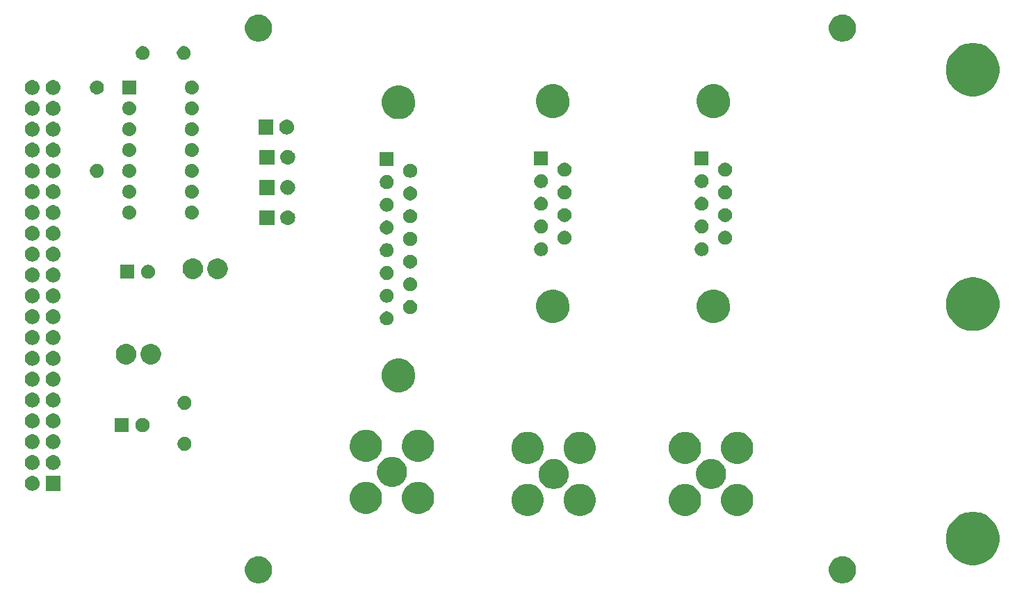
<source format=gbr>
G04 #@! TF.GenerationSoftware,KiCad,Pcbnew,5.0.2-bee76a0~70~ubuntu16.04.1*
G04 #@! TF.CreationDate,2022-01-22T11:01:39+01:00*
G04 #@! TF.ProjectId,breakoutBoard,62726561-6b6f-4757-9442-6f6172642e6b,rev?*
G04 #@! TF.SameCoordinates,Original*
G04 #@! TF.FileFunction,Soldermask,Top*
G04 #@! TF.FilePolarity,Negative*
%FSLAX46Y46*%
G04 Gerber Fmt 4.6, Leading zero omitted, Abs format (unit mm)*
G04 Created by KiCad (PCBNEW 5.0.2-bee76a0~70~ubuntu16.04.1) date lör 22 jan 2022 11:01:39*
%MOMM*%
%LPD*%
G01*
G04 APERTURE LIST*
%ADD10C,0.100000*%
G04 APERTURE END LIST*
D10*
G36*
X140075256Y-112691298D02*
X140181579Y-112712447D01*
X140482042Y-112836903D01*
X140748852Y-113015180D01*
X140752454Y-113017587D01*
X140982413Y-113247546D01*
X141163098Y-113517960D01*
X141287553Y-113818422D01*
X141351000Y-114137389D01*
X141351000Y-114462611D01*
X141287553Y-114781578D01*
X141163098Y-115082040D01*
X140982413Y-115352454D01*
X140752454Y-115582413D01*
X140752451Y-115582415D01*
X140482042Y-115763097D01*
X140181579Y-115887553D01*
X140075256Y-115908702D01*
X139862611Y-115951000D01*
X139537389Y-115951000D01*
X139324744Y-115908702D01*
X139218421Y-115887553D01*
X138917958Y-115763097D01*
X138647549Y-115582415D01*
X138647546Y-115582413D01*
X138417587Y-115352454D01*
X138236902Y-115082040D01*
X138112447Y-114781578D01*
X138049000Y-114462611D01*
X138049000Y-114137389D01*
X138112447Y-113818422D01*
X138236902Y-113517960D01*
X138417587Y-113247546D01*
X138647546Y-113017587D01*
X138651148Y-113015180D01*
X138917958Y-112836903D01*
X139218421Y-112712447D01*
X139324744Y-112691298D01*
X139537389Y-112649000D01*
X139862611Y-112649000D01*
X140075256Y-112691298D01*
X140075256Y-112691298D01*
G37*
G36*
X68955256Y-112691298D02*
X69061579Y-112712447D01*
X69362042Y-112836903D01*
X69628852Y-113015180D01*
X69632454Y-113017587D01*
X69862413Y-113247546D01*
X70043098Y-113517960D01*
X70167553Y-113818422D01*
X70231000Y-114137389D01*
X70231000Y-114462611D01*
X70167553Y-114781578D01*
X70043098Y-115082040D01*
X69862413Y-115352454D01*
X69632454Y-115582413D01*
X69632451Y-115582415D01*
X69362042Y-115763097D01*
X69061579Y-115887553D01*
X68955256Y-115908702D01*
X68742611Y-115951000D01*
X68417389Y-115951000D01*
X68204744Y-115908702D01*
X68098421Y-115887553D01*
X67797958Y-115763097D01*
X67527549Y-115582415D01*
X67527546Y-115582413D01*
X67297587Y-115352454D01*
X67116902Y-115082040D01*
X66992447Y-114781578D01*
X66929000Y-114462611D01*
X66929000Y-114137389D01*
X66992447Y-113818422D01*
X67116902Y-113517960D01*
X67297587Y-113247546D01*
X67527546Y-113017587D01*
X67531148Y-113015180D01*
X67797958Y-112836903D01*
X68098421Y-112712447D01*
X68204744Y-112691298D01*
X68417389Y-112649000D01*
X68742611Y-112649000D01*
X68955256Y-112691298D01*
X68955256Y-112691298D01*
G37*
G36*
X156209239Y-107301467D02*
X156523282Y-107363934D01*
X157114926Y-107609001D01*
X157643802Y-107962385D01*
X157647395Y-107964786D01*
X158100214Y-108417605D01*
X158100216Y-108417608D01*
X158455999Y-108950074D01*
X158701066Y-109541718D01*
X158826000Y-110169804D01*
X158826000Y-110810196D01*
X158701066Y-111438282D01*
X158455999Y-112029926D01*
X158102615Y-112558802D01*
X158100214Y-112562395D01*
X157647395Y-113015214D01*
X157647392Y-113015216D01*
X157114926Y-113370999D01*
X156523282Y-113616066D01*
X156209239Y-113678533D01*
X155895197Y-113741000D01*
X155254803Y-113741000D01*
X154940761Y-113678533D01*
X154626718Y-113616066D01*
X154035074Y-113370999D01*
X153502608Y-113015216D01*
X153502605Y-113015214D01*
X153049786Y-112562395D01*
X153047385Y-112558802D01*
X152694001Y-112029926D01*
X152448934Y-111438282D01*
X152324000Y-110810196D01*
X152324000Y-110169804D01*
X152448934Y-109541718D01*
X152694001Y-108950074D01*
X153049784Y-108417608D01*
X153049786Y-108417605D01*
X153502605Y-107964786D01*
X153506198Y-107962385D01*
X154035074Y-107609001D01*
X154626718Y-107363934D01*
X154940761Y-107301467D01*
X155254803Y-107239000D01*
X155895197Y-107239000D01*
X156209239Y-107301467D01*
X156209239Y-107301467D01*
G37*
G36*
X120967579Y-103885112D02*
X121093544Y-103910168D01*
X121155002Y-103935625D01*
X121449512Y-104057615D01*
X121769880Y-104271678D01*
X122042322Y-104544120D01*
X122256385Y-104864488D01*
X122403832Y-105220457D01*
X122479000Y-105598349D01*
X122479000Y-105983651D01*
X122403832Y-106361543D01*
X122256385Y-106717512D01*
X122042322Y-107037880D01*
X121769880Y-107310322D01*
X121449512Y-107524385D01*
X121245231Y-107609001D01*
X121093544Y-107671832D01*
X120967579Y-107696888D01*
X120715651Y-107747000D01*
X120330349Y-107747000D01*
X120078421Y-107696888D01*
X119952456Y-107671832D01*
X119800769Y-107609001D01*
X119596488Y-107524385D01*
X119276120Y-107310322D01*
X119003678Y-107037880D01*
X118789615Y-106717512D01*
X118642168Y-106361543D01*
X118567000Y-105983651D01*
X118567000Y-105598349D01*
X118642168Y-105220457D01*
X118789615Y-104864488D01*
X119003678Y-104544120D01*
X119276120Y-104271678D01*
X119596488Y-104057615D01*
X119890998Y-103935625D01*
X119952456Y-103910168D01*
X120078421Y-103885112D01*
X120330349Y-103835000D01*
X120715651Y-103835000D01*
X120967579Y-103885112D01*
X120967579Y-103885112D01*
G37*
G36*
X101790579Y-103885112D02*
X101916544Y-103910168D01*
X101978002Y-103935625D01*
X102272512Y-104057615D01*
X102592880Y-104271678D01*
X102865322Y-104544120D01*
X103079385Y-104864488D01*
X103226832Y-105220457D01*
X103302000Y-105598349D01*
X103302000Y-105983651D01*
X103226832Y-106361543D01*
X103079385Y-106717512D01*
X102865322Y-107037880D01*
X102592880Y-107310322D01*
X102272512Y-107524385D01*
X102068231Y-107609001D01*
X101916544Y-107671832D01*
X101790579Y-107696888D01*
X101538651Y-107747000D01*
X101153349Y-107747000D01*
X100901421Y-107696888D01*
X100775456Y-107671832D01*
X100623769Y-107609001D01*
X100419488Y-107524385D01*
X100099120Y-107310322D01*
X99826678Y-107037880D01*
X99612615Y-106717512D01*
X99465168Y-106361543D01*
X99390000Y-105983651D01*
X99390000Y-105598349D01*
X99465168Y-105220457D01*
X99612615Y-104864488D01*
X99826678Y-104544120D01*
X100099120Y-104271678D01*
X100419488Y-104057615D01*
X100713998Y-103935625D01*
X100775456Y-103910168D01*
X100901421Y-103885112D01*
X101153349Y-103835000D01*
X101538651Y-103835000D01*
X101790579Y-103885112D01*
X101790579Y-103885112D01*
G37*
G36*
X127317579Y-103885112D02*
X127443544Y-103910168D01*
X127505002Y-103935625D01*
X127799512Y-104057615D01*
X128119880Y-104271678D01*
X128392322Y-104544120D01*
X128606385Y-104864488D01*
X128753832Y-105220457D01*
X128829000Y-105598349D01*
X128829000Y-105983651D01*
X128753832Y-106361543D01*
X128606385Y-106717512D01*
X128392322Y-107037880D01*
X128119880Y-107310322D01*
X127799512Y-107524385D01*
X127595231Y-107609001D01*
X127443544Y-107671832D01*
X127317579Y-107696888D01*
X127065651Y-107747000D01*
X126680349Y-107747000D01*
X126428421Y-107696888D01*
X126302456Y-107671832D01*
X126150769Y-107609001D01*
X125946488Y-107524385D01*
X125626120Y-107310322D01*
X125353678Y-107037880D01*
X125139615Y-106717512D01*
X124992168Y-106361543D01*
X124917000Y-105983651D01*
X124917000Y-105598349D01*
X124992168Y-105220457D01*
X125139615Y-104864488D01*
X125353678Y-104544120D01*
X125626120Y-104271678D01*
X125946488Y-104057615D01*
X126240998Y-103935625D01*
X126302456Y-103910168D01*
X126428421Y-103885112D01*
X126680349Y-103835000D01*
X127065651Y-103835000D01*
X127317579Y-103885112D01*
X127317579Y-103885112D01*
G37*
G36*
X108140579Y-103885112D02*
X108266544Y-103910168D01*
X108328002Y-103935625D01*
X108622512Y-104057615D01*
X108942880Y-104271678D01*
X109215322Y-104544120D01*
X109429385Y-104864488D01*
X109576832Y-105220457D01*
X109652000Y-105598349D01*
X109652000Y-105983651D01*
X109576832Y-106361543D01*
X109429385Y-106717512D01*
X109215322Y-107037880D01*
X108942880Y-107310322D01*
X108622512Y-107524385D01*
X108418231Y-107609001D01*
X108266544Y-107671832D01*
X108140579Y-107696888D01*
X107888651Y-107747000D01*
X107503349Y-107747000D01*
X107251421Y-107696888D01*
X107125456Y-107671832D01*
X106973769Y-107609001D01*
X106769488Y-107524385D01*
X106449120Y-107310322D01*
X106176678Y-107037880D01*
X105962615Y-106717512D01*
X105815168Y-106361543D01*
X105740000Y-105983651D01*
X105740000Y-105598349D01*
X105815168Y-105220457D01*
X105962615Y-104864488D01*
X106176678Y-104544120D01*
X106449120Y-104271678D01*
X106769488Y-104057615D01*
X107063998Y-103935625D01*
X107125456Y-103910168D01*
X107251421Y-103885112D01*
X107503349Y-103835000D01*
X107888651Y-103835000D01*
X108140579Y-103885112D01*
X108140579Y-103885112D01*
G37*
G36*
X82105579Y-103631112D02*
X82231544Y-103656168D01*
X82378991Y-103717243D01*
X82587512Y-103803615D01*
X82907880Y-104017678D01*
X83180322Y-104290120D01*
X83394385Y-104610488D01*
X83541832Y-104966457D01*
X83617000Y-105344349D01*
X83617000Y-105729651D01*
X83541832Y-106107543D01*
X83394385Y-106463512D01*
X83180322Y-106783880D01*
X82907880Y-107056322D01*
X82587512Y-107270385D01*
X82378991Y-107356757D01*
X82231544Y-107417832D01*
X82105579Y-107442888D01*
X81853651Y-107493000D01*
X81468349Y-107493000D01*
X81216421Y-107442888D01*
X81090456Y-107417832D01*
X80943009Y-107356757D01*
X80734488Y-107270385D01*
X80414120Y-107056322D01*
X80141678Y-106783880D01*
X79927615Y-106463512D01*
X79780168Y-106107543D01*
X79705000Y-105729651D01*
X79705000Y-105344349D01*
X79780168Y-104966457D01*
X79927615Y-104610488D01*
X80141678Y-104290120D01*
X80414120Y-104017678D01*
X80734488Y-103803615D01*
X80943009Y-103717243D01*
X81090456Y-103656168D01*
X81216421Y-103631112D01*
X81468349Y-103581000D01*
X81853651Y-103581000D01*
X82105579Y-103631112D01*
X82105579Y-103631112D01*
G37*
G36*
X88455579Y-103631112D02*
X88581544Y-103656168D01*
X88728991Y-103717243D01*
X88937512Y-103803615D01*
X89257880Y-104017678D01*
X89530322Y-104290120D01*
X89744385Y-104610488D01*
X89891832Y-104966457D01*
X89967000Y-105344349D01*
X89967000Y-105729651D01*
X89891832Y-106107543D01*
X89744385Y-106463512D01*
X89530322Y-106783880D01*
X89257880Y-107056322D01*
X88937512Y-107270385D01*
X88728991Y-107356757D01*
X88581544Y-107417832D01*
X88455579Y-107442888D01*
X88203651Y-107493000D01*
X87818349Y-107493000D01*
X87566421Y-107442888D01*
X87440456Y-107417832D01*
X87293009Y-107356757D01*
X87084488Y-107270385D01*
X86764120Y-107056322D01*
X86491678Y-106783880D01*
X86277615Y-106463512D01*
X86130168Y-106107543D01*
X86055000Y-105729651D01*
X86055000Y-105344349D01*
X86130168Y-104966457D01*
X86277615Y-104610488D01*
X86491678Y-104290120D01*
X86764120Y-104017678D01*
X87084488Y-103803615D01*
X87293009Y-103717243D01*
X87440456Y-103656168D01*
X87566421Y-103631112D01*
X87818349Y-103581000D01*
X88203651Y-103581000D01*
X88455579Y-103631112D01*
X88455579Y-103631112D01*
G37*
G36*
X41131443Y-102864519D02*
X41197627Y-102871037D01*
X41310853Y-102905384D01*
X41367467Y-102922557D01*
X41506087Y-102996652D01*
X41523991Y-103006222D01*
X41559729Y-103035552D01*
X41661186Y-103118814D01*
X41744448Y-103220271D01*
X41773778Y-103256009D01*
X41773779Y-103256011D01*
X41857443Y-103412533D01*
X41857443Y-103412534D01*
X41908963Y-103582373D01*
X41926359Y-103759000D01*
X41908963Y-103935627D01*
X41894641Y-103982839D01*
X41857443Y-104105467D01*
X41811724Y-104191000D01*
X41773778Y-104261991D01*
X41744448Y-104297729D01*
X41661186Y-104399186D01*
X41559729Y-104482448D01*
X41523991Y-104511778D01*
X41523989Y-104511779D01*
X41367467Y-104595443D01*
X41317869Y-104610488D01*
X41197627Y-104646963D01*
X41131443Y-104653481D01*
X41065260Y-104660000D01*
X40976740Y-104660000D01*
X40910558Y-104653482D01*
X40844373Y-104646963D01*
X40724131Y-104610488D01*
X40674533Y-104595443D01*
X40518011Y-104511779D01*
X40518009Y-104511778D01*
X40482271Y-104482448D01*
X40380814Y-104399186D01*
X40297552Y-104297729D01*
X40268222Y-104261991D01*
X40230276Y-104191000D01*
X40184557Y-104105467D01*
X40147359Y-103982839D01*
X40133037Y-103935627D01*
X40115641Y-103759000D01*
X40133037Y-103582373D01*
X40184557Y-103412534D01*
X40184557Y-103412533D01*
X40268221Y-103256011D01*
X40268222Y-103256009D01*
X40297552Y-103220271D01*
X40380814Y-103118814D01*
X40482271Y-103035552D01*
X40518009Y-103006222D01*
X40535913Y-102996652D01*
X40674533Y-102922557D01*
X40731147Y-102905384D01*
X40844373Y-102871037D01*
X40910558Y-102864518D01*
X40976740Y-102858000D01*
X41065260Y-102858000D01*
X41131443Y-102864519D01*
X41131443Y-102864519D01*
G37*
G36*
X44462000Y-104660000D02*
X42660000Y-104660000D01*
X42660000Y-102858000D01*
X44462000Y-102858000D01*
X44462000Y-104660000D01*
X44462000Y-104660000D01*
G37*
G36*
X124054820Y-100822143D02*
X124231500Y-100857287D01*
X124268309Y-100872534D01*
X124564355Y-100995160D01*
X124863923Y-101195325D01*
X125118675Y-101450077D01*
X125318840Y-101749645D01*
X125351503Y-101828501D01*
X125445506Y-102055443D01*
X125456713Y-102082501D01*
X125527000Y-102435858D01*
X125527000Y-102796142D01*
X125491856Y-102972821D01*
X125456713Y-103149500D01*
X125399604Y-103287373D01*
X125318840Y-103482355D01*
X125118675Y-103781923D01*
X124863923Y-104036675D01*
X124564355Y-104236840D01*
X124480248Y-104271678D01*
X124231500Y-104374713D01*
X124108470Y-104399185D01*
X123878142Y-104445000D01*
X123517858Y-104445000D01*
X123287530Y-104399185D01*
X123164500Y-104374713D01*
X122915752Y-104271678D01*
X122831645Y-104236840D01*
X122532077Y-104036675D01*
X122277325Y-103781923D01*
X122077160Y-103482355D01*
X121996396Y-103287373D01*
X121939287Y-103149500D01*
X121904144Y-102972821D01*
X121869000Y-102796142D01*
X121869000Y-102435858D01*
X121939287Y-102082501D01*
X121950495Y-102055443D01*
X122044497Y-101828501D01*
X122077160Y-101749645D01*
X122277325Y-101450077D01*
X122532077Y-101195325D01*
X122831645Y-100995160D01*
X123127691Y-100872534D01*
X123164500Y-100857287D01*
X123341179Y-100822144D01*
X123517858Y-100787000D01*
X123878142Y-100787000D01*
X124054820Y-100822143D01*
X124054820Y-100822143D01*
G37*
G36*
X104877820Y-100822143D02*
X105054500Y-100857287D01*
X105091309Y-100872534D01*
X105387355Y-100995160D01*
X105686923Y-101195325D01*
X105941675Y-101450077D01*
X106141840Y-101749645D01*
X106174503Y-101828501D01*
X106268506Y-102055443D01*
X106279713Y-102082501D01*
X106350000Y-102435858D01*
X106350000Y-102796142D01*
X106314856Y-102972821D01*
X106279713Y-103149500D01*
X106222604Y-103287373D01*
X106141840Y-103482355D01*
X105941675Y-103781923D01*
X105686923Y-104036675D01*
X105387355Y-104236840D01*
X105303248Y-104271678D01*
X105054500Y-104374713D01*
X104931470Y-104399185D01*
X104701142Y-104445000D01*
X104340858Y-104445000D01*
X104110530Y-104399185D01*
X103987500Y-104374713D01*
X103738752Y-104271678D01*
X103654645Y-104236840D01*
X103355077Y-104036675D01*
X103100325Y-103781923D01*
X102900160Y-103482355D01*
X102819396Y-103287373D01*
X102762287Y-103149500D01*
X102727144Y-102972821D01*
X102692000Y-102796142D01*
X102692000Y-102435858D01*
X102762287Y-102082501D01*
X102773495Y-102055443D01*
X102867497Y-101828501D01*
X102900160Y-101749645D01*
X103100325Y-101450077D01*
X103355077Y-101195325D01*
X103654645Y-100995160D01*
X103950691Y-100872534D01*
X103987500Y-100857287D01*
X104164179Y-100822144D01*
X104340858Y-100787000D01*
X104701142Y-100787000D01*
X104877820Y-100822143D01*
X104877820Y-100822143D01*
G37*
G36*
X85192820Y-100568143D02*
X85369500Y-100603287D01*
X85507373Y-100660396D01*
X85702355Y-100741160D01*
X86001923Y-100941325D01*
X86256675Y-101196077D01*
X86456840Y-101495645D01*
X86485761Y-101565467D01*
X86594713Y-101828500D01*
X86600817Y-101859186D01*
X86639855Y-102055443D01*
X86665000Y-102181859D01*
X86665000Y-102542141D01*
X86594713Y-102895500D01*
X86548851Y-103006221D01*
X86456840Y-103228355D01*
X86256675Y-103527923D01*
X86001923Y-103782675D01*
X85702355Y-103982840D01*
X85521829Y-104057616D01*
X85369500Y-104120713D01*
X85192820Y-104155857D01*
X85016142Y-104191000D01*
X84655858Y-104191000D01*
X84479180Y-104155857D01*
X84302500Y-104120713D01*
X84150171Y-104057616D01*
X83969645Y-103982840D01*
X83670077Y-103782675D01*
X83415325Y-103527923D01*
X83215160Y-103228355D01*
X83123149Y-103006221D01*
X83077287Y-102895500D01*
X83007000Y-102542141D01*
X83007000Y-102181859D01*
X83032146Y-102055443D01*
X83071183Y-101859186D01*
X83077287Y-101828500D01*
X83186239Y-101565467D01*
X83215160Y-101495645D01*
X83415325Y-101196077D01*
X83670077Y-100941325D01*
X83969645Y-100741160D01*
X84164627Y-100660396D01*
X84302500Y-100603287D01*
X84479180Y-100568143D01*
X84655858Y-100533000D01*
X85016142Y-100533000D01*
X85192820Y-100568143D01*
X85192820Y-100568143D01*
G37*
G36*
X41131442Y-100324518D02*
X41197627Y-100331037D01*
X41310853Y-100365384D01*
X41367467Y-100382557D01*
X41463484Y-100433880D01*
X41523991Y-100466222D01*
X41559729Y-100495552D01*
X41661186Y-100578814D01*
X41744448Y-100680271D01*
X41773778Y-100716009D01*
X41773779Y-100716011D01*
X41857443Y-100872533D01*
X41857443Y-100872534D01*
X41908963Y-101042373D01*
X41926359Y-101219000D01*
X41908963Y-101395627D01*
X41892445Y-101450080D01*
X41857443Y-101565467D01*
X41783348Y-101704087D01*
X41773778Y-101721991D01*
X41751083Y-101749645D01*
X41661186Y-101859186D01*
X41559729Y-101942448D01*
X41523991Y-101971778D01*
X41523989Y-101971779D01*
X41367467Y-102055443D01*
X41310853Y-102072616D01*
X41197627Y-102106963D01*
X41131442Y-102113482D01*
X41065260Y-102120000D01*
X40976740Y-102120000D01*
X40910558Y-102113482D01*
X40844373Y-102106963D01*
X40731147Y-102072616D01*
X40674533Y-102055443D01*
X40518011Y-101971779D01*
X40518009Y-101971778D01*
X40482271Y-101942448D01*
X40380814Y-101859186D01*
X40290917Y-101749645D01*
X40268222Y-101721991D01*
X40258652Y-101704087D01*
X40184557Y-101565467D01*
X40149555Y-101450080D01*
X40133037Y-101395627D01*
X40115641Y-101219000D01*
X40133037Y-101042373D01*
X40184557Y-100872534D01*
X40184557Y-100872533D01*
X40268221Y-100716011D01*
X40268222Y-100716009D01*
X40297552Y-100680271D01*
X40380814Y-100578814D01*
X40482271Y-100495552D01*
X40518009Y-100466222D01*
X40578516Y-100433880D01*
X40674533Y-100382557D01*
X40731147Y-100365384D01*
X40844373Y-100331037D01*
X40910558Y-100324518D01*
X40976740Y-100318000D01*
X41065260Y-100318000D01*
X41131442Y-100324518D01*
X41131442Y-100324518D01*
G37*
G36*
X43671442Y-100324518D02*
X43737627Y-100331037D01*
X43850853Y-100365384D01*
X43907467Y-100382557D01*
X44003484Y-100433880D01*
X44063991Y-100466222D01*
X44099729Y-100495552D01*
X44201186Y-100578814D01*
X44284448Y-100680271D01*
X44313778Y-100716009D01*
X44313779Y-100716011D01*
X44397443Y-100872533D01*
X44397443Y-100872534D01*
X44448963Y-101042373D01*
X44466359Y-101219000D01*
X44448963Y-101395627D01*
X44432445Y-101450080D01*
X44397443Y-101565467D01*
X44323348Y-101704087D01*
X44313778Y-101721991D01*
X44291083Y-101749645D01*
X44201186Y-101859186D01*
X44099729Y-101942448D01*
X44063991Y-101971778D01*
X44063989Y-101971779D01*
X43907467Y-102055443D01*
X43850853Y-102072616D01*
X43737627Y-102106963D01*
X43671442Y-102113482D01*
X43605260Y-102120000D01*
X43516740Y-102120000D01*
X43450558Y-102113482D01*
X43384373Y-102106963D01*
X43271147Y-102072616D01*
X43214533Y-102055443D01*
X43058011Y-101971779D01*
X43058009Y-101971778D01*
X43022271Y-101942448D01*
X42920814Y-101859186D01*
X42830917Y-101749645D01*
X42808222Y-101721991D01*
X42798652Y-101704087D01*
X42724557Y-101565467D01*
X42689555Y-101450080D01*
X42673037Y-101395627D01*
X42655641Y-101219000D01*
X42673037Y-101042373D01*
X42724557Y-100872534D01*
X42724557Y-100872533D01*
X42808221Y-100716011D01*
X42808222Y-100716009D01*
X42837552Y-100680271D01*
X42920814Y-100578814D01*
X43022271Y-100495552D01*
X43058009Y-100466222D01*
X43118516Y-100433880D01*
X43214533Y-100382557D01*
X43271147Y-100365384D01*
X43384373Y-100331037D01*
X43450558Y-100324518D01*
X43516740Y-100318000D01*
X43605260Y-100318000D01*
X43671442Y-100324518D01*
X43671442Y-100324518D01*
G37*
G36*
X108140579Y-97535112D02*
X108266544Y-97560168D01*
X108413991Y-97621243D01*
X108622512Y-97707615D01*
X108942880Y-97921678D01*
X109215322Y-98194120D01*
X109429385Y-98514488D01*
X109471621Y-98616456D01*
X109570690Y-98855627D01*
X109576832Y-98870457D01*
X109652000Y-99248349D01*
X109652000Y-99633651D01*
X109576832Y-100011543D01*
X109429385Y-100367512D01*
X109215322Y-100687880D01*
X108942880Y-100960322D01*
X108622512Y-101174385D01*
X108413991Y-101260757D01*
X108266544Y-101321832D01*
X108140579Y-101346888D01*
X107888651Y-101397000D01*
X107503349Y-101397000D01*
X107251421Y-101346888D01*
X107125456Y-101321832D01*
X106978009Y-101260757D01*
X106769488Y-101174385D01*
X106449120Y-100960322D01*
X106176678Y-100687880D01*
X105962615Y-100367512D01*
X105815168Y-100011543D01*
X105740000Y-99633651D01*
X105740000Y-99248349D01*
X105815168Y-98870457D01*
X105821311Y-98855627D01*
X105920379Y-98616456D01*
X105962615Y-98514488D01*
X106176678Y-98194120D01*
X106449120Y-97921678D01*
X106769488Y-97707615D01*
X106978009Y-97621243D01*
X107125456Y-97560168D01*
X107251421Y-97535112D01*
X107503349Y-97485000D01*
X107888651Y-97485000D01*
X108140579Y-97535112D01*
X108140579Y-97535112D01*
G37*
G36*
X127317579Y-97535112D02*
X127443544Y-97560168D01*
X127590991Y-97621243D01*
X127799512Y-97707615D01*
X128119880Y-97921678D01*
X128392322Y-98194120D01*
X128606385Y-98514488D01*
X128648621Y-98616456D01*
X128747690Y-98855627D01*
X128753832Y-98870457D01*
X128829000Y-99248349D01*
X128829000Y-99633651D01*
X128753832Y-100011543D01*
X128606385Y-100367512D01*
X128392322Y-100687880D01*
X128119880Y-100960322D01*
X127799512Y-101174385D01*
X127590991Y-101260757D01*
X127443544Y-101321832D01*
X127317579Y-101346888D01*
X127065651Y-101397000D01*
X126680349Y-101397000D01*
X126428421Y-101346888D01*
X126302456Y-101321832D01*
X126155009Y-101260757D01*
X125946488Y-101174385D01*
X125626120Y-100960322D01*
X125353678Y-100687880D01*
X125139615Y-100367512D01*
X124992168Y-100011543D01*
X124917000Y-99633651D01*
X124917000Y-99248349D01*
X124992168Y-98870457D01*
X124998311Y-98855627D01*
X125097379Y-98616456D01*
X125139615Y-98514488D01*
X125353678Y-98194120D01*
X125626120Y-97921678D01*
X125946488Y-97707615D01*
X126155009Y-97621243D01*
X126302456Y-97560168D01*
X126428421Y-97535112D01*
X126680349Y-97485000D01*
X127065651Y-97485000D01*
X127317579Y-97535112D01*
X127317579Y-97535112D01*
G37*
G36*
X120967579Y-97535112D02*
X121093544Y-97560168D01*
X121240991Y-97621243D01*
X121449512Y-97707615D01*
X121769880Y-97921678D01*
X122042322Y-98194120D01*
X122256385Y-98514488D01*
X122298621Y-98616456D01*
X122397690Y-98855627D01*
X122403832Y-98870457D01*
X122479000Y-99248349D01*
X122479000Y-99633651D01*
X122403832Y-100011543D01*
X122256385Y-100367512D01*
X122042322Y-100687880D01*
X121769880Y-100960322D01*
X121449512Y-101174385D01*
X121240991Y-101260757D01*
X121093544Y-101321832D01*
X120967579Y-101346888D01*
X120715651Y-101397000D01*
X120330349Y-101397000D01*
X120078421Y-101346888D01*
X119952456Y-101321832D01*
X119805009Y-101260757D01*
X119596488Y-101174385D01*
X119276120Y-100960322D01*
X119003678Y-100687880D01*
X118789615Y-100367512D01*
X118642168Y-100011543D01*
X118567000Y-99633651D01*
X118567000Y-99248349D01*
X118642168Y-98870457D01*
X118648311Y-98855627D01*
X118747379Y-98616456D01*
X118789615Y-98514488D01*
X119003678Y-98194120D01*
X119276120Y-97921678D01*
X119596488Y-97707615D01*
X119805009Y-97621243D01*
X119952456Y-97560168D01*
X120078421Y-97535112D01*
X120330349Y-97485000D01*
X120715651Y-97485000D01*
X120967579Y-97535112D01*
X120967579Y-97535112D01*
G37*
G36*
X101790579Y-97535112D02*
X101916544Y-97560168D01*
X102063991Y-97621243D01*
X102272512Y-97707615D01*
X102592880Y-97921678D01*
X102865322Y-98194120D01*
X103079385Y-98514488D01*
X103121621Y-98616456D01*
X103220690Y-98855627D01*
X103226832Y-98870457D01*
X103302000Y-99248349D01*
X103302000Y-99633651D01*
X103226832Y-100011543D01*
X103079385Y-100367512D01*
X102865322Y-100687880D01*
X102592880Y-100960322D01*
X102272512Y-101174385D01*
X102063991Y-101260757D01*
X101916544Y-101321832D01*
X101790579Y-101346888D01*
X101538651Y-101397000D01*
X101153349Y-101397000D01*
X100901421Y-101346888D01*
X100775456Y-101321832D01*
X100628009Y-101260757D01*
X100419488Y-101174385D01*
X100099120Y-100960322D01*
X99826678Y-100687880D01*
X99612615Y-100367512D01*
X99465168Y-100011543D01*
X99390000Y-99633651D01*
X99390000Y-99248349D01*
X99465168Y-98870457D01*
X99471311Y-98855627D01*
X99570379Y-98616456D01*
X99612615Y-98514488D01*
X99826678Y-98194120D01*
X100099120Y-97921678D01*
X100419488Y-97707615D01*
X100628009Y-97621243D01*
X100775456Y-97560168D01*
X100901421Y-97535112D01*
X101153349Y-97485000D01*
X101538651Y-97485000D01*
X101790579Y-97535112D01*
X101790579Y-97535112D01*
G37*
G36*
X88455579Y-97281112D02*
X88581544Y-97306168D01*
X88728991Y-97367243D01*
X88937512Y-97453615D01*
X89257880Y-97667678D01*
X89530322Y-97940120D01*
X89744385Y-98260488D01*
X89891832Y-98616457D01*
X89938125Y-98849184D01*
X89967000Y-98994351D01*
X89967000Y-99379649D01*
X89891832Y-99757544D01*
X89830757Y-99904991D01*
X89744385Y-100113512D01*
X89530322Y-100433880D01*
X89257880Y-100706322D01*
X88937512Y-100920385D01*
X88728991Y-101006757D01*
X88581544Y-101067832D01*
X88455579Y-101092888D01*
X88203651Y-101143000D01*
X87818349Y-101143000D01*
X87566421Y-101092888D01*
X87440456Y-101067832D01*
X87293009Y-101006757D01*
X87084488Y-100920385D01*
X86764120Y-100706322D01*
X86491678Y-100433880D01*
X86277615Y-100113512D01*
X86191243Y-99904991D01*
X86130168Y-99757544D01*
X86055000Y-99379649D01*
X86055000Y-98994351D01*
X86083876Y-98849184D01*
X86130168Y-98616457D01*
X86277615Y-98260488D01*
X86491678Y-97940120D01*
X86764120Y-97667678D01*
X87084488Y-97453615D01*
X87293009Y-97367243D01*
X87440456Y-97306168D01*
X87566421Y-97281112D01*
X87818349Y-97231000D01*
X88203651Y-97231000D01*
X88455579Y-97281112D01*
X88455579Y-97281112D01*
G37*
G36*
X82105579Y-97281112D02*
X82231544Y-97306168D01*
X82378991Y-97367243D01*
X82587512Y-97453615D01*
X82907880Y-97667678D01*
X83180322Y-97940120D01*
X83394385Y-98260488D01*
X83541832Y-98616457D01*
X83588125Y-98849184D01*
X83617000Y-98994351D01*
X83617000Y-99379649D01*
X83541832Y-99757544D01*
X83480757Y-99904991D01*
X83394385Y-100113512D01*
X83180322Y-100433880D01*
X82907880Y-100706322D01*
X82587512Y-100920385D01*
X82378991Y-101006757D01*
X82231544Y-101067832D01*
X82105579Y-101092888D01*
X81853651Y-101143000D01*
X81468349Y-101143000D01*
X81216421Y-101092888D01*
X81090456Y-101067832D01*
X80943009Y-101006757D01*
X80734488Y-100920385D01*
X80414120Y-100706322D01*
X80141678Y-100433880D01*
X79927615Y-100113512D01*
X79841243Y-99904991D01*
X79780168Y-99757544D01*
X79705000Y-99379649D01*
X79705000Y-98994351D01*
X79733876Y-98849184D01*
X79780168Y-98616457D01*
X79927615Y-98260488D01*
X80141678Y-97940120D01*
X80414120Y-97667678D01*
X80734488Y-97453615D01*
X80943009Y-97367243D01*
X81090456Y-97306168D01*
X81216421Y-97281112D01*
X81468349Y-97231000D01*
X81853651Y-97231000D01*
X82105579Y-97281112D01*
X82105579Y-97281112D01*
G37*
G36*
X59811228Y-98114703D02*
X59966100Y-98178853D01*
X60105481Y-98271985D01*
X60224015Y-98390519D01*
X60317147Y-98529900D01*
X60381297Y-98684772D01*
X60414000Y-98849184D01*
X60414000Y-99016816D01*
X60381297Y-99181228D01*
X60317147Y-99336100D01*
X60224015Y-99475481D01*
X60105481Y-99594015D01*
X59966100Y-99687147D01*
X59811228Y-99751297D01*
X59646816Y-99784000D01*
X59479184Y-99784000D01*
X59314772Y-99751297D01*
X59159900Y-99687147D01*
X59020519Y-99594015D01*
X58901985Y-99475481D01*
X58808853Y-99336100D01*
X58744703Y-99181228D01*
X58712000Y-99016816D01*
X58712000Y-98849184D01*
X58744703Y-98684772D01*
X58808853Y-98529900D01*
X58901985Y-98390519D01*
X59020519Y-98271985D01*
X59159900Y-98178853D01*
X59314772Y-98114703D01*
X59479184Y-98082000D01*
X59646816Y-98082000D01*
X59811228Y-98114703D01*
X59811228Y-98114703D01*
G37*
G36*
X41131442Y-97784518D02*
X41197627Y-97791037D01*
X41310853Y-97825384D01*
X41367467Y-97842557D01*
X41506087Y-97916652D01*
X41523991Y-97926222D01*
X41540929Y-97940123D01*
X41661186Y-98038814D01*
X41723466Y-98114704D01*
X41773778Y-98176009D01*
X41773779Y-98176011D01*
X41857443Y-98332533D01*
X41857443Y-98332534D01*
X41908963Y-98502373D01*
X41926359Y-98679000D01*
X41908963Y-98855627D01*
X41904464Y-98870457D01*
X41857443Y-99025467D01*
X41783348Y-99164087D01*
X41773778Y-99181991D01*
X41744448Y-99217729D01*
X41661186Y-99319186D01*
X41559729Y-99402448D01*
X41523991Y-99431778D01*
X41523989Y-99431779D01*
X41367467Y-99515443D01*
X41310853Y-99532616D01*
X41197627Y-99566963D01*
X41131442Y-99573482D01*
X41065260Y-99580000D01*
X40976740Y-99580000D01*
X40910558Y-99573482D01*
X40844373Y-99566963D01*
X40731147Y-99532616D01*
X40674533Y-99515443D01*
X40518011Y-99431779D01*
X40518009Y-99431778D01*
X40482271Y-99402448D01*
X40380814Y-99319186D01*
X40297552Y-99217729D01*
X40268222Y-99181991D01*
X40258652Y-99164087D01*
X40184557Y-99025467D01*
X40137536Y-98870457D01*
X40133037Y-98855627D01*
X40115641Y-98679000D01*
X40133037Y-98502373D01*
X40184557Y-98332534D01*
X40184557Y-98332533D01*
X40268221Y-98176011D01*
X40268222Y-98176009D01*
X40318534Y-98114704D01*
X40380814Y-98038814D01*
X40501071Y-97940123D01*
X40518009Y-97926222D01*
X40535913Y-97916652D01*
X40674533Y-97842557D01*
X40731147Y-97825384D01*
X40844373Y-97791037D01*
X40910558Y-97784518D01*
X40976740Y-97778000D01*
X41065260Y-97778000D01*
X41131442Y-97784518D01*
X41131442Y-97784518D01*
G37*
G36*
X43671442Y-97784518D02*
X43737627Y-97791037D01*
X43850853Y-97825384D01*
X43907467Y-97842557D01*
X44046087Y-97916652D01*
X44063991Y-97926222D01*
X44080929Y-97940123D01*
X44201186Y-98038814D01*
X44263466Y-98114704D01*
X44313778Y-98176009D01*
X44313779Y-98176011D01*
X44397443Y-98332533D01*
X44397443Y-98332534D01*
X44448963Y-98502373D01*
X44466359Y-98679000D01*
X44448963Y-98855627D01*
X44444464Y-98870457D01*
X44397443Y-99025467D01*
X44323348Y-99164087D01*
X44313778Y-99181991D01*
X44284448Y-99217729D01*
X44201186Y-99319186D01*
X44099729Y-99402448D01*
X44063991Y-99431778D01*
X44063989Y-99431779D01*
X43907467Y-99515443D01*
X43850853Y-99532616D01*
X43737627Y-99566963D01*
X43671442Y-99573482D01*
X43605260Y-99580000D01*
X43516740Y-99580000D01*
X43450558Y-99573482D01*
X43384373Y-99566963D01*
X43271147Y-99532616D01*
X43214533Y-99515443D01*
X43058011Y-99431779D01*
X43058009Y-99431778D01*
X43022271Y-99402448D01*
X42920814Y-99319186D01*
X42837552Y-99217729D01*
X42808222Y-99181991D01*
X42798652Y-99164087D01*
X42724557Y-99025467D01*
X42677536Y-98870457D01*
X42673037Y-98855627D01*
X42655641Y-98679000D01*
X42673037Y-98502373D01*
X42724557Y-98332534D01*
X42724557Y-98332533D01*
X42808221Y-98176011D01*
X42808222Y-98176009D01*
X42858534Y-98114704D01*
X42920814Y-98038814D01*
X43041071Y-97940123D01*
X43058009Y-97926222D01*
X43075913Y-97916652D01*
X43214533Y-97842557D01*
X43271147Y-97825384D01*
X43384373Y-97791037D01*
X43450558Y-97784518D01*
X43516740Y-97778000D01*
X43605260Y-97778000D01*
X43671442Y-97784518D01*
X43671442Y-97784518D01*
G37*
G36*
X54691228Y-95828703D02*
X54846100Y-95892853D01*
X54985481Y-95985985D01*
X55104015Y-96104519D01*
X55197147Y-96243900D01*
X55261297Y-96398772D01*
X55294000Y-96563184D01*
X55294000Y-96730816D01*
X55261297Y-96895228D01*
X55197147Y-97050100D01*
X55104015Y-97189481D01*
X54985481Y-97308015D01*
X54846100Y-97401147D01*
X54691228Y-97465297D01*
X54526816Y-97498000D01*
X54359184Y-97498000D01*
X54194772Y-97465297D01*
X54039900Y-97401147D01*
X53900519Y-97308015D01*
X53781985Y-97189481D01*
X53688853Y-97050100D01*
X53624703Y-96895228D01*
X53592000Y-96730816D01*
X53592000Y-96563184D01*
X53624703Y-96398772D01*
X53688853Y-96243900D01*
X53781985Y-96104519D01*
X53900519Y-95985985D01*
X54039900Y-95892853D01*
X54194772Y-95828703D01*
X54359184Y-95796000D01*
X54526816Y-95796000D01*
X54691228Y-95828703D01*
X54691228Y-95828703D01*
G37*
G36*
X52794000Y-97498000D02*
X51092000Y-97498000D01*
X51092000Y-95796000D01*
X52794000Y-95796000D01*
X52794000Y-97498000D01*
X52794000Y-97498000D01*
G37*
G36*
X43671442Y-95244518D02*
X43737627Y-95251037D01*
X43850853Y-95285384D01*
X43907467Y-95302557D01*
X44046087Y-95376652D01*
X44063991Y-95386222D01*
X44099729Y-95415552D01*
X44201186Y-95498814D01*
X44284448Y-95600271D01*
X44313778Y-95636009D01*
X44313779Y-95636011D01*
X44397443Y-95792533D01*
X44408415Y-95828703D01*
X44448963Y-95962373D01*
X44466359Y-96139000D01*
X44448963Y-96315627D01*
X44423741Y-96398772D01*
X44397443Y-96485467D01*
X44355902Y-96563184D01*
X44313778Y-96641991D01*
X44284448Y-96677729D01*
X44201186Y-96779186D01*
X44099729Y-96862448D01*
X44063991Y-96891778D01*
X44046087Y-96901348D01*
X43907467Y-96975443D01*
X43850853Y-96992616D01*
X43737627Y-97026963D01*
X43671443Y-97033481D01*
X43605260Y-97040000D01*
X43516740Y-97040000D01*
X43450557Y-97033481D01*
X43384373Y-97026963D01*
X43271147Y-96992616D01*
X43214533Y-96975443D01*
X43075913Y-96901348D01*
X43058009Y-96891778D01*
X43022271Y-96862448D01*
X42920814Y-96779186D01*
X42837552Y-96677729D01*
X42808222Y-96641991D01*
X42766098Y-96563184D01*
X42724557Y-96485467D01*
X42698259Y-96398772D01*
X42673037Y-96315627D01*
X42655641Y-96139000D01*
X42673037Y-95962373D01*
X42713585Y-95828703D01*
X42724557Y-95792533D01*
X42808221Y-95636011D01*
X42808222Y-95636009D01*
X42837552Y-95600271D01*
X42920814Y-95498814D01*
X43022271Y-95415552D01*
X43058009Y-95386222D01*
X43075913Y-95376652D01*
X43214533Y-95302557D01*
X43271147Y-95285384D01*
X43384373Y-95251037D01*
X43450558Y-95244518D01*
X43516740Y-95238000D01*
X43605260Y-95238000D01*
X43671442Y-95244518D01*
X43671442Y-95244518D01*
G37*
G36*
X41131442Y-95244518D02*
X41197627Y-95251037D01*
X41310853Y-95285384D01*
X41367467Y-95302557D01*
X41506087Y-95376652D01*
X41523991Y-95386222D01*
X41559729Y-95415552D01*
X41661186Y-95498814D01*
X41744448Y-95600271D01*
X41773778Y-95636009D01*
X41773779Y-95636011D01*
X41857443Y-95792533D01*
X41868415Y-95828703D01*
X41908963Y-95962373D01*
X41926359Y-96139000D01*
X41908963Y-96315627D01*
X41883741Y-96398772D01*
X41857443Y-96485467D01*
X41815902Y-96563184D01*
X41773778Y-96641991D01*
X41744448Y-96677729D01*
X41661186Y-96779186D01*
X41559729Y-96862448D01*
X41523991Y-96891778D01*
X41506087Y-96901348D01*
X41367467Y-96975443D01*
X41310853Y-96992616D01*
X41197627Y-97026963D01*
X41131443Y-97033481D01*
X41065260Y-97040000D01*
X40976740Y-97040000D01*
X40910557Y-97033481D01*
X40844373Y-97026963D01*
X40731147Y-96992616D01*
X40674533Y-96975443D01*
X40535913Y-96901348D01*
X40518009Y-96891778D01*
X40482271Y-96862448D01*
X40380814Y-96779186D01*
X40297552Y-96677729D01*
X40268222Y-96641991D01*
X40226098Y-96563184D01*
X40184557Y-96485467D01*
X40158259Y-96398772D01*
X40133037Y-96315627D01*
X40115641Y-96139000D01*
X40133037Y-95962373D01*
X40173585Y-95828703D01*
X40184557Y-95792533D01*
X40268221Y-95636011D01*
X40268222Y-95636009D01*
X40297552Y-95600271D01*
X40380814Y-95498814D01*
X40482271Y-95415552D01*
X40518009Y-95386222D01*
X40535913Y-95376652D01*
X40674533Y-95302557D01*
X40731147Y-95285384D01*
X40844373Y-95251037D01*
X40910558Y-95244518D01*
X40976740Y-95238000D01*
X41065260Y-95238000D01*
X41131442Y-95244518D01*
X41131442Y-95244518D01*
G37*
G36*
X59811228Y-93114703D02*
X59966100Y-93178853D01*
X60105481Y-93271985D01*
X60224015Y-93390519D01*
X60317147Y-93529900D01*
X60381297Y-93684772D01*
X60414000Y-93849184D01*
X60414000Y-94016816D01*
X60381297Y-94181228D01*
X60317147Y-94336100D01*
X60224015Y-94475481D01*
X60105481Y-94594015D01*
X59966100Y-94687147D01*
X59811228Y-94751297D01*
X59646816Y-94784000D01*
X59479184Y-94784000D01*
X59314772Y-94751297D01*
X59159900Y-94687147D01*
X59020519Y-94594015D01*
X58901985Y-94475481D01*
X58808853Y-94336100D01*
X58744703Y-94181228D01*
X58712000Y-94016816D01*
X58712000Y-93849184D01*
X58744703Y-93684772D01*
X58808853Y-93529900D01*
X58901985Y-93390519D01*
X59020519Y-93271985D01*
X59159900Y-93178853D01*
X59314772Y-93114703D01*
X59479184Y-93082000D01*
X59646816Y-93082000D01*
X59811228Y-93114703D01*
X59811228Y-93114703D01*
G37*
G36*
X41131443Y-92704519D02*
X41197627Y-92711037D01*
X41310853Y-92745384D01*
X41367467Y-92762557D01*
X41506087Y-92836652D01*
X41523991Y-92846222D01*
X41559729Y-92875552D01*
X41661186Y-92958814D01*
X41744448Y-93060271D01*
X41773778Y-93096009D01*
X41773779Y-93096011D01*
X41857443Y-93252533D01*
X41863344Y-93271986D01*
X41908963Y-93422373D01*
X41926359Y-93599000D01*
X41908963Y-93775627D01*
X41886650Y-93849184D01*
X41857443Y-93945467D01*
X41783348Y-94084087D01*
X41773778Y-94101991D01*
X41744448Y-94137729D01*
X41661186Y-94239186D01*
X41559729Y-94322448D01*
X41523991Y-94351778D01*
X41523989Y-94351779D01*
X41367467Y-94435443D01*
X41310853Y-94452616D01*
X41197627Y-94486963D01*
X41131442Y-94493482D01*
X41065260Y-94500000D01*
X40976740Y-94500000D01*
X40910558Y-94493482D01*
X40844373Y-94486963D01*
X40731147Y-94452616D01*
X40674533Y-94435443D01*
X40518011Y-94351779D01*
X40518009Y-94351778D01*
X40482271Y-94322448D01*
X40380814Y-94239186D01*
X40297552Y-94137729D01*
X40268222Y-94101991D01*
X40258652Y-94084087D01*
X40184557Y-93945467D01*
X40155350Y-93849184D01*
X40133037Y-93775627D01*
X40115641Y-93599000D01*
X40133037Y-93422373D01*
X40178656Y-93271986D01*
X40184557Y-93252533D01*
X40268221Y-93096011D01*
X40268222Y-93096009D01*
X40297552Y-93060271D01*
X40380814Y-92958814D01*
X40482271Y-92875552D01*
X40518009Y-92846222D01*
X40535913Y-92836652D01*
X40674533Y-92762557D01*
X40731147Y-92745384D01*
X40844373Y-92711037D01*
X40910557Y-92704519D01*
X40976740Y-92698000D01*
X41065260Y-92698000D01*
X41131443Y-92704519D01*
X41131443Y-92704519D01*
G37*
G36*
X43671443Y-92704519D02*
X43737627Y-92711037D01*
X43850853Y-92745384D01*
X43907467Y-92762557D01*
X44046087Y-92836652D01*
X44063991Y-92846222D01*
X44099729Y-92875552D01*
X44201186Y-92958814D01*
X44284448Y-93060271D01*
X44313778Y-93096009D01*
X44313779Y-93096011D01*
X44397443Y-93252533D01*
X44403344Y-93271986D01*
X44448963Y-93422373D01*
X44466359Y-93599000D01*
X44448963Y-93775627D01*
X44426650Y-93849184D01*
X44397443Y-93945467D01*
X44323348Y-94084087D01*
X44313778Y-94101991D01*
X44284448Y-94137729D01*
X44201186Y-94239186D01*
X44099729Y-94322448D01*
X44063991Y-94351778D01*
X44063989Y-94351779D01*
X43907467Y-94435443D01*
X43850853Y-94452616D01*
X43737627Y-94486963D01*
X43671442Y-94493482D01*
X43605260Y-94500000D01*
X43516740Y-94500000D01*
X43450558Y-94493482D01*
X43384373Y-94486963D01*
X43271147Y-94452616D01*
X43214533Y-94435443D01*
X43058011Y-94351779D01*
X43058009Y-94351778D01*
X43022271Y-94322448D01*
X42920814Y-94239186D01*
X42837552Y-94137729D01*
X42808222Y-94101991D01*
X42798652Y-94084087D01*
X42724557Y-93945467D01*
X42695350Y-93849184D01*
X42673037Y-93775627D01*
X42655641Y-93599000D01*
X42673037Y-93422373D01*
X42718656Y-93271986D01*
X42724557Y-93252533D01*
X42808221Y-93096011D01*
X42808222Y-93096009D01*
X42837552Y-93060271D01*
X42920814Y-92958814D01*
X43022271Y-92875552D01*
X43058009Y-92846222D01*
X43075913Y-92836652D01*
X43214533Y-92762557D01*
X43271147Y-92745384D01*
X43384373Y-92711037D01*
X43450557Y-92704519D01*
X43516740Y-92698000D01*
X43605260Y-92698000D01*
X43671443Y-92704519D01*
X43671443Y-92704519D01*
G37*
G36*
X86219252Y-88634818D02*
X86219254Y-88634819D01*
X86219255Y-88634819D01*
X86592513Y-88789427D01*
X86881785Y-88982713D01*
X86928439Y-89013886D01*
X87214114Y-89299561D01*
X87214116Y-89299564D01*
X87438573Y-89635487D01*
X87593181Y-90008745D01*
X87593182Y-90008748D01*
X87672000Y-90404993D01*
X87672000Y-90809007D01*
X87657407Y-90882373D01*
X87593181Y-91205255D01*
X87438573Y-91578513D01*
X87438572Y-91578514D01*
X87214114Y-91914439D01*
X86928439Y-92200114D01*
X86928436Y-92200116D01*
X86592513Y-92424573D01*
X86219255Y-92579181D01*
X86219254Y-92579181D01*
X86219252Y-92579182D01*
X85823007Y-92658000D01*
X85418993Y-92658000D01*
X85022748Y-92579182D01*
X85022746Y-92579181D01*
X85022745Y-92579181D01*
X84649487Y-92424573D01*
X84313564Y-92200116D01*
X84313561Y-92200114D01*
X84027886Y-91914439D01*
X83803428Y-91578514D01*
X83803427Y-91578513D01*
X83648819Y-91205255D01*
X83584594Y-90882373D01*
X83570000Y-90809007D01*
X83570000Y-90404993D01*
X83648818Y-90008748D01*
X83648819Y-90008745D01*
X83803427Y-89635487D01*
X84027884Y-89299564D01*
X84027886Y-89299561D01*
X84313561Y-89013886D01*
X84360215Y-88982713D01*
X84649487Y-88789427D01*
X85022745Y-88634819D01*
X85022746Y-88634819D01*
X85022748Y-88634818D01*
X85418993Y-88556000D01*
X85823007Y-88556000D01*
X86219252Y-88634818D01*
X86219252Y-88634818D01*
G37*
G36*
X41131442Y-90164518D02*
X41197627Y-90171037D01*
X41310853Y-90205384D01*
X41367467Y-90222557D01*
X41506087Y-90296652D01*
X41523991Y-90306222D01*
X41559729Y-90335552D01*
X41661186Y-90418814D01*
X41744448Y-90520271D01*
X41773778Y-90556009D01*
X41773779Y-90556011D01*
X41857443Y-90712533D01*
X41857443Y-90712534D01*
X41908963Y-90882373D01*
X41926359Y-91059000D01*
X41908963Y-91235627D01*
X41874616Y-91348853D01*
X41857443Y-91405467D01*
X41783348Y-91544087D01*
X41773778Y-91561991D01*
X41744448Y-91597729D01*
X41661186Y-91699186D01*
X41559729Y-91782448D01*
X41523991Y-91811778D01*
X41523989Y-91811779D01*
X41367467Y-91895443D01*
X41310853Y-91912616D01*
X41197627Y-91946963D01*
X41131443Y-91953481D01*
X41065260Y-91960000D01*
X40976740Y-91960000D01*
X40910557Y-91953481D01*
X40844373Y-91946963D01*
X40731147Y-91912616D01*
X40674533Y-91895443D01*
X40518011Y-91811779D01*
X40518009Y-91811778D01*
X40482271Y-91782448D01*
X40380814Y-91699186D01*
X40297552Y-91597729D01*
X40268222Y-91561991D01*
X40258652Y-91544087D01*
X40184557Y-91405467D01*
X40167384Y-91348853D01*
X40133037Y-91235627D01*
X40115641Y-91059000D01*
X40133037Y-90882373D01*
X40184557Y-90712534D01*
X40184557Y-90712533D01*
X40268221Y-90556011D01*
X40268222Y-90556009D01*
X40297552Y-90520271D01*
X40380814Y-90418814D01*
X40482271Y-90335552D01*
X40518009Y-90306222D01*
X40535913Y-90296652D01*
X40674533Y-90222557D01*
X40731147Y-90205384D01*
X40844373Y-90171037D01*
X40910558Y-90164518D01*
X40976740Y-90158000D01*
X41065260Y-90158000D01*
X41131442Y-90164518D01*
X41131442Y-90164518D01*
G37*
G36*
X43671442Y-90164518D02*
X43737627Y-90171037D01*
X43850853Y-90205384D01*
X43907467Y-90222557D01*
X44046087Y-90296652D01*
X44063991Y-90306222D01*
X44099729Y-90335552D01*
X44201186Y-90418814D01*
X44284448Y-90520271D01*
X44313778Y-90556009D01*
X44313779Y-90556011D01*
X44397443Y-90712533D01*
X44397443Y-90712534D01*
X44448963Y-90882373D01*
X44466359Y-91059000D01*
X44448963Y-91235627D01*
X44414616Y-91348853D01*
X44397443Y-91405467D01*
X44323348Y-91544087D01*
X44313778Y-91561991D01*
X44284448Y-91597729D01*
X44201186Y-91699186D01*
X44099729Y-91782448D01*
X44063991Y-91811778D01*
X44063989Y-91811779D01*
X43907467Y-91895443D01*
X43850853Y-91912616D01*
X43737627Y-91946963D01*
X43671443Y-91953481D01*
X43605260Y-91960000D01*
X43516740Y-91960000D01*
X43450557Y-91953481D01*
X43384373Y-91946963D01*
X43271147Y-91912616D01*
X43214533Y-91895443D01*
X43058011Y-91811779D01*
X43058009Y-91811778D01*
X43022271Y-91782448D01*
X42920814Y-91699186D01*
X42837552Y-91597729D01*
X42808222Y-91561991D01*
X42798652Y-91544087D01*
X42724557Y-91405467D01*
X42707384Y-91348853D01*
X42673037Y-91235627D01*
X42655641Y-91059000D01*
X42673037Y-90882373D01*
X42724557Y-90712534D01*
X42724557Y-90712533D01*
X42808221Y-90556011D01*
X42808222Y-90556009D01*
X42837552Y-90520271D01*
X42920814Y-90418814D01*
X43022271Y-90335552D01*
X43058009Y-90306222D01*
X43075913Y-90296652D01*
X43214533Y-90222557D01*
X43271147Y-90205384D01*
X43384373Y-90171037D01*
X43450558Y-90164518D01*
X43516740Y-90158000D01*
X43605260Y-90158000D01*
X43671442Y-90164518D01*
X43671442Y-90164518D01*
G37*
G36*
X43671442Y-87624518D02*
X43737627Y-87631037D01*
X43850853Y-87665384D01*
X43907467Y-87682557D01*
X44046087Y-87756652D01*
X44063991Y-87766222D01*
X44099729Y-87795552D01*
X44201186Y-87878814D01*
X44284448Y-87980271D01*
X44313778Y-88016009D01*
X44313779Y-88016011D01*
X44397443Y-88172533D01*
X44397443Y-88172534D01*
X44448963Y-88342373D01*
X44466359Y-88519000D01*
X44448963Y-88695627D01*
X44420509Y-88789427D01*
X44397443Y-88865467D01*
X44334773Y-88982713D01*
X44313778Y-89021991D01*
X44284448Y-89057729D01*
X44201186Y-89159186D01*
X44134485Y-89213925D01*
X44063991Y-89271778D01*
X44063989Y-89271779D01*
X43907467Y-89355443D01*
X43850853Y-89372616D01*
X43737627Y-89406963D01*
X43671442Y-89413482D01*
X43605260Y-89420000D01*
X43516740Y-89420000D01*
X43450558Y-89413482D01*
X43384373Y-89406963D01*
X43271147Y-89372616D01*
X43214533Y-89355443D01*
X43058011Y-89271779D01*
X43058009Y-89271778D01*
X42987515Y-89213925D01*
X42920814Y-89159186D01*
X42837552Y-89057729D01*
X42808222Y-89021991D01*
X42787227Y-88982713D01*
X42724557Y-88865467D01*
X42701491Y-88789427D01*
X42673037Y-88695627D01*
X42655641Y-88519000D01*
X42673037Y-88342373D01*
X42724557Y-88172534D01*
X42724557Y-88172533D01*
X42808221Y-88016011D01*
X42808222Y-88016009D01*
X42837552Y-87980271D01*
X42920814Y-87878814D01*
X43022271Y-87795552D01*
X43058009Y-87766222D01*
X43075913Y-87756652D01*
X43214533Y-87682557D01*
X43271147Y-87665384D01*
X43384373Y-87631037D01*
X43450558Y-87624518D01*
X43516740Y-87618000D01*
X43605260Y-87618000D01*
X43671442Y-87624518D01*
X43671442Y-87624518D01*
G37*
G36*
X41131442Y-87624518D02*
X41197627Y-87631037D01*
X41310853Y-87665384D01*
X41367467Y-87682557D01*
X41506087Y-87756652D01*
X41523991Y-87766222D01*
X41559729Y-87795552D01*
X41661186Y-87878814D01*
X41744448Y-87980271D01*
X41773778Y-88016009D01*
X41773779Y-88016011D01*
X41857443Y-88172533D01*
X41857443Y-88172534D01*
X41908963Y-88342373D01*
X41926359Y-88519000D01*
X41908963Y-88695627D01*
X41880509Y-88789427D01*
X41857443Y-88865467D01*
X41794773Y-88982713D01*
X41773778Y-89021991D01*
X41744448Y-89057729D01*
X41661186Y-89159186D01*
X41594485Y-89213925D01*
X41523991Y-89271778D01*
X41523989Y-89271779D01*
X41367467Y-89355443D01*
X41310853Y-89372616D01*
X41197627Y-89406963D01*
X41131442Y-89413482D01*
X41065260Y-89420000D01*
X40976740Y-89420000D01*
X40910558Y-89413482D01*
X40844373Y-89406963D01*
X40731147Y-89372616D01*
X40674533Y-89355443D01*
X40518011Y-89271779D01*
X40518009Y-89271778D01*
X40447515Y-89213925D01*
X40380814Y-89159186D01*
X40297552Y-89057729D01*
X40268222Y-89021991D01*
X40247227Y-88982713D01*
X40184557Y-88865467D01*
X40161491Y-88789427D01*
X40133037Y-88695627D01*
X40115641Y-88519000D01*
X40133037Y-88342373D01*
X40184557Y-88172534D01*
X40184557Y-88172533D01*
X40268221Y-88016011D01*
X40268222Y-88016009D01*
X40297552Y-87980271D01*
X40380814Y-87878814D01*
X40482271Y-87795552D01*
X40518009Y-87766222D01*
X40535913Y-87756652D01*
X40674533Y-87682557D01*
X40731147Y-87665384D01*
X40844373Y-87631037D01*
X40910558Y-87624518D01*
X40976740Y-87618000D01*
X41065260Y-87618000D01*
X41131442Y-87624518D01*
X41131442Y-87624518D01*
G37*
G36*
X55634635Y-86772019D02*
X55815903Y-86808075D01*
X56043571Y-86902378D01*
X56247542Y-87038668D01*
X56248469Y-87039287D01*
X56422713Y-87213531D01*
X56422715Y-87213534D01*
X56559622Y-87418429D01*
X56653925Y-87646097D01*
X56661177Y-87682557D01*
X56702000Y-87887786D01*
X56702000Y-88134214D01*
X56689981Y-88194636D01*
X56653925Y-88375903D01*
X56559622Y-88603571D01*
X56435436Y-88789428D01*
X56422713Y-88808469D01*
X56248469Y-88982713D01*
X56248466Y-88982715D01*
X56043571Y-89119622D01*
X55815903Y-89213925D01*
X55634636Y-89249981D01*
X55574214Y-89262000D01*
X55327786Y-89262000D01*
X55267364Y-89249981D01*
X55086097Y-89213925D01*
X54858429Y-89119622D01*
X54653534Y-88982715D01*
X54653531Y-88982713D01*
X54479287Y-88808469D01*
X54466564Y-88789428D01*
X54342378Y-88603571D01*
X54248075Y-88375903D01*
X54212019Y-88194636D01*
X54200000Y-88134214D01*
X54200000Y-87887786D01*
X54240823Y-87682557D01*
X54248075Y-87646097D01*
X54342378Y-87418429D01*
X54479285Y-87213534D01*
X54479287Y-87213531D01*
X54653531Y-87039287D01*
X54654458Y-87038668D01*
X54858429Y-86902378D01*
X55086097Y-86808075D01*
X55267365Y-86772019D01*
X55327786Y-86760000D01*
X55574214Y-86760000D01*
X55634635Y-86772019D01*
X55634635Y-86772019D01*
G37*
G36*
X52634635Y-86772019D02*
X52815903Y-86808075D01*
X53043571Y-86902378D01*
X53247542Y-87038668D01*
X53248469Y-87039287D01*
X53422713Y-87213531D01*
X53422715Y-87213534D01*
X53559622Y-87418429D01*
X53653925Y-87646097D01*
X53661177Y-87682557D01*
X53702000Y-87887786D01*
X53702000Y-88134214D01*
X53689981Y-88194636D01*
X53653925Y-88375903D01*
X53559622Y-88603571D01*
X53435436Y-88789428D01*
X53422713Y-88808469D01*
X53248469Y-88982713D01*
X53248466Y-88982715D01*
X53043571Y-89119622D01*
X52815903Y-89213925D01*
X52634636Y-89249981D01*
X52574214Y-89262000D01*
X52327786Y-89262000D01*
X52267364Y-89249981D01*
X52086097Y-89213925D01*
X51858429Y-89119622D01*
X51653534Y-88982715D01*
X51653531Y-88982713D01*
X51479287Y-88808469D01*
X51466564Y-88789428D01*
X51342378Y-88603571D01*
X51248075Y-88375903D01*
X51212019Y-88194636D01*
X51200000Y-88134214D01*
X51200000Y-87887786D01*
X51240823Y-87682557D01*
X51248075Y-87646097D01*
X51342378Y-87418429D01*
X51479285Y-87213534D01*
X51479287Y-87213531D01*
X51653531Y-87039287D01*
X51654458Y-87038668D01*
X51858429Y-86902378D01*
X52086097Y-86808075D01*
X52267365Y-86772019D01*
X52327786Y-86760000D01*
X52574214Y-86760000D01*
X52634635Y-86772019D01*
X52634635Y-86772019D01*
G37*
G36*
X43671443Y-85084519D02*
X43737627Y-85091037D01*
X43850853Y-85125384D01*
X43907467Y-85142557D01*
X44046087Y-85216652D01*
X44063991Y-85226222D01*
X44099729Y-85255552D01*
X44201186Y-85338814D01*
X44284448Y-85440271D01*
X44313778Y-85476009D01*
X44313779Y-85476011D01*
X44397443Y-85632533D01*
X44397443Y-85632534D01*
X44448963Y-85802373D01*
X44466359Y-85979000D01*
X44448963Y-86155627D01*
X44414616Y-86268853D01*
X44397443Y-86325467D01*
X44323348Y-86464087D01*
X44313778Y-86481991D01*
X44284448Y-86517729D01*
X44201186Y-86619186D01*
X44099729Y-86702448D01*
X44063991Y-86731778D01*
X44063989Y-86731779D01*
X43907467Y-86815443D01*
X43850853Y-86832616D01*
X43737627Y-86866963D01*
X43671443Y-86873481D01*
X43605260Y-86880000D01*
X43516740Y-86880000D01*
X43450557Y-86873481D01*
X43384373Y-86866963D01*
X43271147Y-86832616D01*
X43214533Y-86815443D01*
X43058011Y-86731779D01*
X43058009Y-86731778D01*
X43022271Y-86702448D01*
X42920814Y-86619186D01*
X42837552Y-86517729D01*
X42808222Y-86481991D01*
X42798652Y-86464087D01*
X42724557Y-86325467D01*
X42707384Y-86268853D01*
X42673037Y-86155627D01*
X42655641Y-85979000D01*
X42673037Y-85802373D01*
X42724557Y-85632534D01*
X42724557Y-85632533D01*
X42808221Y-85476011D01*
X42808222Y-85476009D01*
X42837552Y-85440271D01*
X42920814Y-85338814D01*
X43022271Y-85255552D01*
X43058009Y-85226222D01*
X43075913Y-85216652D01*
X43214533Y-85142557D01*
X43271147Y-85125384D01*
X43384373Y-85091037D01*
X43450557Y-85084519D01*
X43516740Y-85078000D01*
X43605260Y-85078000D01*
X43671443Y-85084519D01*
X43671443Y-85084519D01*
G37*
G36*
X41131443Y-85084519D02*
X41197627Y-85091037D01*
X41310853Y-85125384D01*
X41367467Y-85142557D01*
X41506087Y-85216652D01*
X41523991Y-85226222D01*
X41559729Y-85255552D01*
X41661186Y-85338814D01*
X41744448Y-85440271D01*
X41773778Y-85476009D01*
X41773779Y-85476011D01*
X41857443Y-85632533D01*
X41857443Y-85632534D01*
X41908963Y-85802373D01*
X41926359Y-85979000D01*
X41908963Y-86155627D01*
X41874616Y-86268853D01*
X41857443Y-86325467D01*
X41783348Y-86464087D01*
X41773778Y-86481991D01*
X41744448Y-86517729D01*
X41661186Y-86619186D01*
X41559729Y-86702448D01*
X41523991Y-86731778D01*
X41523989Y-86731779D01*
X41367467Y-86815443D01*
X41310853Y-86832616D01*
X41197627Y-86866963D01*
X41131443Y-86873481D01*
X41065260Y-86880000D01*
X40976740Y-86880000D01*
X40910557Y-86873481D01*
X40844373Y-86866963D01*
X40731147Y-86832616D01*
X40674533Y-86815443D01*
X40518011Y-86731779D01*
X40518009Y-86731778D01*
X40482271Y-86702448D01*
X40380814Y-86619186D01*
X40297552Y-86517729D01*
X40268222Y-86481991D01*
X40258652Y-86464087D01*
X40184557Y-86325467D01*
X40167384Y-86268853D01*
X40133037Y-86155627D01*
X40115641Y-85979000D01*
X40133037Y-85802373D01*
X40184557Y-85632534D01*
X40184557Y-85632533D01*
X40268221Y-85476011D01*
X40268222Y-85476009D01*
X40297552Y-85440271D01*
X40380814Y-85338814D01*
X40482271Y-85255552D01*
X40518009Y-85226222D01*
X40535913Y-85216652D01*
X40674533Y-85142557D01*
X40731147Y-85125384D01*
X40844373Y-85091037D01*
X40910557Y-85084519D01*
X40976740Y-85078000D01*
X41065260Y-85078000D01*
X41131443Y-85084519D01*
X41131443Y-85084519D01*
G37*
G36*
X156103660Y-78705466D02*
X156523282Y-78788934D01*
X157114926Y-79034001D01*
X157643802Y-79387385D01*
X157647395Y-79389786D01*
X158100214Y-79842605D01*
X158100216Y-79842608D01*
X158455999Y-80375074D01*
X158659995Y-80867564D01*
X158701066Y-80966719D01*
X158822409Y-81576748D01*
X158826000Y-81594804D01*
X158826000Y-82235196D01*
X158701066Y-82863282D01*
X158455999Y-83454926D01*
X158268314Y-83735816D01*
X158100214Y-83987395D01*
X157647395Y-84440214D01*
X157647392Y-84440216D01*
X157114926Y-84795999D01*
X156523282Y-85041066D01*
X156209239Y-85103533D01*
X155895197Y-85166000D01*
X155254803Y-85166000D01*
X154940761Y-85103533D01*
X154626718Y-85041066D01*
X154035074Y-84795999D01*
X153502608Y-84440216D01*
X153502605Y-84440214D01*
X153049786Y-83987395D01*
X152881686Y-83735816D01*
X152694001Y-83454926D01*
X152448934Y-82863282D01*
X152324000Y-82235196D01*
X152324000Y-81594804D01*
X152327592Y-81576748D01*
X152448934Y-80966719D01*
X152490005Y-80867564D01*
X152694001Y-80375074D01*
X153049784Y-79842608D01*
X153049786Y-79842605D01*
X153502605Y-79389786D01*
X153506198Y-79387385D01*
X154035074Y-79034001D01*
X154626718Y-78788934D01*
X155046340Y-78705466D01*
X155254803Y-78664000D01*
X155895197Y-78664000D01*
X156103660Y-78705466D01*
X156103660Y-78705466D01*
G37*
G36*
X84449228Y-82833703D02*
X84604100Y-82897853D01*
X84743481Y-82990985D01*
X84862015Y-83109519D01*
X84955147Y-83248900D01*
X85019297Y-83403772D01*
X85052000Y-83568184D01*
X85052000Y-83735816D01*
X85019297Y-83900228D01*
X84955147Y-84055100D01*
X84862015Y-84194481D01*
X84743481Y-84313015D01*
X84604100Y-84406147D01*
X84449228Y-84470297D01*
X84284816Y-84503000D01*
X84117184Y-84503000D01*
X83952772Y-84470297D01*
X83797900Y-84406147D01*
X83658519Y-84313015D01*
X83539985Y-84194481D01*
X83446853Y-84055100D01*
X83382703Y-83900228D01*
X83350000Y-83735816D01*
X83350000Y-83568184D01*
X83382703Y-83403772D01*
X83446853Y-83248900D01*
X83539985Y-83109519D01*
X83658519Y-82990985D01*
X83797900Y-82897853D01*
X83952772Y-82833703D01*
X84117184Y-82801000D01*
X84284816Y-82801000D01*
X84449228Y-82833703D01*
X84449228Y-82833703D01*
G37*
G36*
X41131443Y-82544519D02*
X41197627Y-82551037D01*
X41310853Y-82585384D01*
X41367467Y-82602557D01*
X41493829Y-82670100D01*
X41523991Y-82686222D01*
X41559729Y-82715552D01*
X41661186Y-82798814D01*
X41742464Y-82897853D01*
X41773778Y-82936009D01*
X41773779Y-82936011D01*
X41857443Y-83092533D01*
X41865168Y-83118000D01*
X41908963Y-83262373D01*
X41926359Y-83439000D01*
X41908963Y-83615627D01*
X41874616Y-83728853D01*
X41857443Y-83785467D01*
X41796101Y-83900228D01*
X41773778Y-83941991D01*
X41744448Y-83977729D01*
X41661186Y-84079186D01*
X41578331Y-84147182D01*
X41523991Y-84191778D01*
X41523989Y-84191779D01*
X41367467Y-84275443D01*
X41310853Y-84292616D01*
X41197627Y-84326963D01*
X41131442Y-84333482D01*
X41065260Y-84340000D01*
X40976740Y-84340000D01*
X40910558Y-84333482D01*
X40844373Y-84326963D01*
X40731147Y-84292616D01*
X40674533Y-84275443D01*
X40518011Y-84191779D01*
X40518009Y-84191778D01*
X40463669Y-84147182D01*
X40380814Y-84079186D01*
X40297552Y-83977729D01*
X40268222Y-83941991D01*
X40245899Y-83900228D01*
X40184557Y-83785467D01*
X40167384Y-83728853D01*
X40133037Y-83615627D01*
X40115641Y-83439000D01*
X40133037Y-83262373D01*
X40176832Y-83118000D01*
X40184557Y-83092533D01*
X40268221Y-82936011D01*
X40268222Y-82936009D01*
X40299536Y-82897853D01*
X40380814Y-82798814D01*
X40482271Y-82715552D01*
X40518009Y-82686222D01*
X40548171Y-82670100D01*
X40674533Y-82602557D01*
X40731147Y-82585384D01*
X40844373Y-82551037D01*
X40910557Y-82544519D01*
X40976740Y-82538000D01*
X41065260Y-82538000D01*
X41131443Y-82544519D01*
X41131443Y-82544519D01*
G37*
G36*
X43671443Y-82544519D02*
X43737627Y-82551037D01*
X43850853Y-82585384D01*
X43907467Y-82602557D01*
X44033829Y-82670100D01*
X44063991Y-82686222D01*
X44099729Y-82715552D01*
X44201186Y-82798814D01*
X44282464Y-82897853D01*
X44313778Y-82936009D01*
X44313779Y-82936011D01*
X44397443Y-83092533D01*
X44405168Y-83118000D01*
X44448963Y-83262373D01*
X44466359Y-83439000D01*
X44448963Y-83615627D01*
X44414616Y-83728853D01*
X44397443Y-83785467D01*
X44336101Y-83900228D01*
X44313778Y-83941991D01*
X44284448Y-83977729D01*
X44201186Y-84079186D01*
X44118331Y-84147182D01*
X44063991Y-84191778D01*
X44063989Y-84191779D01*
X43907467Y-84275443D01*
X43850853Y-84292616D01*
X43737627Y-84326963D01*
X43671442Y-84333482D01*
X43605260Y-84340000D01*
X43516740Y-84340000D01*
X43450558Y-84333482D01*
X43384373Y-84326963D01*
X43271147Y-84292616D01*
X43214533Y-84275443D01*
X43058011Y-84191779D01*
X43058009Y-84191778D01*
X43003669Y-84147182D01*
X42920814Y-84079186D01*
X42837552Y-83977729D01*
X42808222Y-83941991D01*
X42785899Y-83900228D01*
X42724557Y-83785467D01*
X42707384Y-83728853D01*
X42673037Y-83615627D01*
X42655641Y-83439000D01*
X42673037Y-83262373D01*
X42716832Y-83118000D01*
X42724557Y-83092533D01*
X42808221Y-82936011D01*
X42808222Y-82936009D01*
X42839536Y-82897853D01*
X42920814Y-82798814D01*
X43022271Y-82715552D01*
X43058009Y-82686222D01*
X43088171Y-82670100D01*
X43214533Y-82602557D01*
X43271147Y-82585384D01*
X43384373Y-82551037D01*
X43450557Y-82544519D01*
X43516740Y-82538000D01*
X43605260Y-82538000D01*
X43671443Y-82544519D01*
X43671443Y-82544519D01*
G37*
G36*
X124573252Y-80202818D02*
X124573254Y-80202819D01*
X124573255Y-80202819D01*
X124946513Y-80357427D01*
X124972925Y-80375075D01*
X125282439Y-80581886D01*
X125568114Y-80867561D01*
X125568116Y-80867564D01*
X125792573Y-81203487D01*
X125947181Y-81576745D01*
X125947182Y-81576748D01*
X126026000Y-81972993D01*
X126026000Y-82377007D01*
X125964494Y-82686221D01*
X125947181Y-82773255D01*
X125792573Y-83146513D01*
X125715156Y-83262375D01*
X125568114Y-83482439D01*
X125282439Y-83768114D01*
X125282436Y-83768116D01*
X124946513Y-83992573D01*
X124573255Y-84147181D01*
X124573254Y-84147181D01*
X124573252Y-84147182D01*
X124177007Y-84226000D01*
X123772993Y-84226000D01*
X123376748Y-84147182D01*
X123376746Y-84147181D01*
X123376745Y-84147181D01*
X123003487Y-83992573D01*
X122667564Y-83768116D01*
X122667561Y-83768114D01*
X122381886Y-83482439D01*
X122234844Y-83262375D01*
X122157427Y-83146513D01*
X122002819Y-82773255D01*
X121985507Y-82686221D01*
X121924000Y-82377007D01*
X121924000Y-81972993D01*
X122002818Y-81576748D01*
X122002819Y-81576745D01*
X122157427Y-81203487D01*
X122381884Y-80867564D01*
X122381886Y-80867561D01*
X122667561Y-80581886D01*
X122977075Y-80375075D01*
X123003487Y-80357427D01*
X123376745Y-80202819D01*
X123376746Y-80202819D01*
X123376748Y-80202818D01*
X123772993Y-80124000D01*
X124177007Y-80124000D01*
X124573252Y-80202818D01*
X124573252Y-80202818D01*
G37*
G36*
X105015252Y-80202818D02*
X105015254Y-80202819D01*
X105015255Y-80202819D01*
X105388513Y-80357427D01*
X105414925Y-80375075D01*
X105724439Y-80581886D01*
X106010114Y-80867561D01*
X106010116Y-80867564D01*
X106234573Y-81203487D01*
X106389181Y-81576745D01*
X106389182Y-81576748D01*
X106468000Y-81972993D01*
X106468000Y-82377007D01*
X106406494Y-82686221D01*
X106389181Y-82773255D01*
X106234573Y-83146513D01*
X106157156Y-83262375D01*
X106010114Y-83482439D01*
X105724439Y-83768114D01*
X105724436Y-83768116D01*
X105388513Y-83992573D01*
X105015255Y-84147181D01*
X105015254Y-84147181D01*
X105015252Y-84147182D01*
X104619007Y-84226000D01*
X104214993Y-84226000D01*
X103818748Y-84147182D01*
X103818746Y-84147181D01*
X103818745Y-84147181D01*
X103445487Y-83992573D01*
X103109564Y-83768116D01*
X103109561Y-83768114D01*
X102823886Y-83482439D01*
X102676844Y-83262375D01*
X102599427Y-83146513D01*
X102444819Y-82773255D01*
X102427507Y-82686221D01*
X102366000Y-82377007D01*
X102366000Y-81972993D01*
X102444818Y-81576748D01*
X102444819Y-81576745D01*
X102599427Y-81203487D01*
X102823884Y-80867564D01*
X102823886Y-80867561D01*
X103109561Y-80581886D01*
X103419075Y-80375075D01*
X103445487Y-80357427D01*
X103818745Y-80202819D01*
X103818746Y-80202819D01*
X103818748Y-80202818D01*
X104214993Y-80124000D01*
X104619007Y-80124000D01*
X105015252Y-80202818D01*
X105015252Y-80202818D01*
G37*
G36*
X87289228Y-81448703D02*
X87444100Y-81512853D01*
X87583481Y-81605985D01*
X87702015Y-81724519D01*
X87795147Y-81863900D01*
X87859297Y-82018772D01*
X87892000Y-82183184D01*
X87892000Y-82350816D01*
X87859297Y-82515228D01*
X87795147Y-82670100D01*
X87702015Y-82809481D01*
X87583481Y-82928015D01*
X87444100Y-83021147D01*
X87289228Y-83085297D01*
X87124816Y-83118000D01*
X86957184Y-83118000D01*
X86792772Y-83085297D01*
X86637900Y-83021147D01*
X86498519Y-82928015D01*
X86379985Y-82809481D01*
X86286853Y-82670100D01*
X86222703Y-82515228D01*
X86190000Y-82350816D01*
X86190000Y-82183184D01*
X86222703Y-82018772D01*
X86286853Y-81863900D01*
X86379985Y-81724519D01*
X86498519Y-81605985D01*
X86637900Y-81512853D01*
X86792772Y-81448703D01*
X86957184Y-81416000D01*
X87124816Y-81416000D01*
X87289228Y-81448703D01*
X87289228Y-81448703D01*
G37*
G36*
X41131443Y-80004519D02*
X41197627Y-80011037D01*
X41291394Y-80039481D01*
X41367467Y-80062557D01*
X41482417Y-80124000D01*
X41523991Y-80146222D01*
X41559729Y-80175552D01*
X41661186Y-80258814D01*
X41727418Y-80339519D01*
X41773778Y-80396009D01*
X41773779Y-80396011D01*
X41857443Y-80552533D01*
X41857443Y-80552534D01*
X41908963Y-80722373D01*
X41926359Y-80899000D01*
X41908963Y-81075627D01*
X41892400Y-81130228D01*
X41857443Y-81245467D01*
X41836258Y-81285100D01*
X41773778Y-81401991D01*
X41762281Y-81416000D01*
X41661186Y-81539186D01*
X41559729Y-81622448D01*
X41523991Y-81651778D01*
X41523989Y-81651779D01*
X41367467Y-81735443D01*
X41310853Y-81752616D01*
X41197627Y-81786963D01*
X41131443Y-81793481D01*
X41065260Y-81800000D01*
X40976740Y-81800000D01*
X40910557Y-81793481D01*
X40844373Y-81786963D01*
X40731147Y-81752616D01*
X40674533Y-81735443D01*
X40518011Y-81651779D01*
X40518009Y-81651778D01*
X40482271Y-81622448D01*
X40380814Y-81539186D01*
X40279719Y-81416000D01*
X40268222Y-81401991D01*
X40205742Y-81285100D01*
X40184557Y-81245467D01*
X40149600Y-81130228D01*
X40133037Y-81075627D01*
X40115641Y-80899000D01*
X40133037Y-80722373D01*
X40184557Y-80552534D01*
X40184557Y-80552533D01*
X40268221Y-80396011D01*
X40268222Y-80396009D01*
X40314582Y-80339519D01*
X40380814Y-80258814D01*
X40482271Y-80175552D01*
X40518009Y-80146222D01*
X40559583Y-80124000D01*
X40674533Y-80062557D01*
X40750606Y-80039481D01*
X40844373Y-80011037D01*
X40910557Y-80004519D01*
X40976740Y-79998000D01*
X41065260Y-79998000D01*
X41131443Y-80004519D01*
X41131443Y-80004519D01*
G37*
G36*
X43671443Y-80004519D02*
X43737627Y-80011037D01*
X43831394Y-80039481D01*
X43907467Y-80062557D01*
X44022417Y-80124000D01*
X44063991Y-80146222D01*
X44099729Y-80175552D01*
X44201186Y-80258814D01*
X44267418Y-80339519D01*
X44313778Y-80396009D01*
X44313779Y-80396011D01*
X44397443Y-80552533D01*
X44397443Y-80552534D01*
X44448963Y-80722373D01*
X44466359Y-80899000D01*
X44448963Y-81075627D01*
X44432400Y-81130228D01*
X44397443Y-81245467D01*
X44376258Y-81285100D01*
X44313778Y-81401991D01*
X44302281Y-81416000D01*
X44201186Y-81539186D01*
X44099729Y-81622448D01*
X44063991Y-81651778D01*
X44063989Y-81651779D01*
X43907467Y-81735443D01*
X43850853Y-81752616D01*
X43737627Y-81786963D01*
X43671443Y-81793481D01*
X43605260Y-81800000D01*
X43516740Y-81800000D01*
X43450557Y-81793481D01*
X43384373Y-81786963D01*
X43271147Y-81752616D01*
X43214533Y-81735443D01*
X43058011Y-81651779D01*
X43058009Y-81651778D01*
X43022271Y-81622448D01*
X42920814Y-81539186D01*
X42819719Y-81416000D01*
X42808222Y-81401991D01*
X42745742Y-81285100D01*
X42724557Y-81245467D01*
X42689600Y-81130228D01*
X42673037Y-81075627D01*
X42655641Y-80899000D01*
X42673037Y-80722373D01*
X42724557Y-80552534D01*
X42724557Y-80552533D01*
X42808221Y-80396011D01*
X42808222Y-80396009D01*
X42854582Y-80339519D01*
X42920814Y-80258814D01*
X43022271Y-80175552D01*
X43058009Y-80146222D01*
X43099583Y-80124000D01*
X43214533Y-80062557D01*
X43290606Y-80039481D01*
X43384373Y-80011037D01*
X43450557Y-80004519D01*
X43516740Y-79998000D01*
X43605260Y-79998000D01*
X43671443Y-80004519D01*
X43671443Y-80004519D01*
G37*
G36*
X84449228Y-80063703D02*
X84604100Y-80127853D01*
X84743481Y-80220985D01*
X84862015Y-80339519D01*
X84955147Y-80478900D01*
X85019297Y-80633772D01*
X85052000Y-80798184D01*
X85052000Y-80965816D01*
X85019297Y-81130228D01*
X84955147Y-81285100D01*
X84862015Y-81424481D01*
X84743481Y-81543015D01*
X84604100Y-81636147D01*
X84449228Y-81700297D01*
X84284816Y-81733000D01*
X84117184Y-81733000D01*
X83952772Y-81700297D01*
X83797900Y-81636147D01*
X83658519Y-81543015D01*
X83539985Y-81424481D01*
X83446853Y-81285100D01*
X83382703Y-81130228D01*
X83350000Y-80965816D01*
X83350000Y-80798184D01*
X83382703Y-80633772D01*
X83446853Y-80478900D01*
X83539985Y-80339519D01*
X83658519Y-80220985D01*
X83797900Y-80127853D01*
X83952772Y-80063703D01*
X84117184Y-80031000D01*
X84284816Y-80031000D01*
X84449228Y-80063703D01*
X84449228Y-80063703D01*
G37*
G36*
X87289228Y-78678703D02*
X87444100Y-78742853D01*
X87583481Y-78835985D01*
X87702015Y-78954519D01*
X87795147Y-79093900D01*
X87859297Y-79248772D01*
X87892000Y-79413184D01*
X87892000Y-79580816D01*
X87859297Y-79745228D01*
X87795147Y-79900100D01*
X87702015Y-80039481D01*
X87583481Y-80158015D01*
X87444100Y-80251147D01*
X87289228Y-80315297D01*
X87124816Y-80348000D01*
X86957184Y-80348000D01*
X86792772Y-80315297D01*
X86637900Y-80251147D01*
X86498519Y-80158015D01*
X86379985Y-80039481D01*
X86286853Y-79900100D01*
X86222703Y-79745228D01*
X86190000Y-79580816D01*
X86190000Y-79413184D01*
X86222703Y-79248772D01*
X86286853Y-79093900D01*
X86379985Y-78954519D01*
X86498519Y-78835985D01*
X86637900Y-78742853D01*
X86792772Y-78678703D01*
X86957184Y-78646000D01*
X87124816Y-78646000D01*
X87289228Y-78678703D01*
X87289228Y-78678703D01*
G37*
G36*
X41131442Y-77464518D02*
X41197627Y-77471037D01*
X41310853Y-77505384D01*
X41367467Y-77522557D01*
X41455325Y-77569519D01*
X41523991Y-77606222D01*
X41559729Y-77635552D01*
X41661186Y-77718814D01*
X41744448Y-77820271D01*
X41773778Y-77856009D01*
X41773779Y-77856011D01*
X41857443Y-78012533D01*
X41872393Y-78061816D01*
X41908963Y-78182373D01*
X41926359Y-78359000D01*
X41908963Y-78535627D01*
X41877601Y-78639014D01*
X41857443Y-78705467D01*
X41806953Y-78799925D01*
X41773778Y-78861991D01*
X41770367Y-78866147D01*
X41661186Y-78999186D01*
X41559729Y-79082448D01*
X41523991Y-79111778D01*
X41523989Y-79111779D01*
X41367467Y-79195443D01*
X41310853Y-79212616D01*
X41197627Y-79246963D01*
X41131442Y-79253482D01*
X41065260Y-79260000D01*
X40976740Y-79260000D01*
X40910558Y-79253482D01*
X40844373Y-79246963D01*
X40731147Y-79212616D01*
X40674533Y-79195443D01*
X40518011Y-79111779D01*
X40518009Y-79111778D01*
X40482271Y-79082448D01*
X40380814Y-78999186D01*
X40271633Y-78866147D01*
X40268222Y-78861991D01*
X40235047Y-78799925D01*
X40184557Y-78705467D01*
X40164399Y-78639014D01*
X40133037Y-78535627D01*
X40115641Y-78359000D01*
X40133037Y-78182373D01*
X40169607Y-78061816D01*
X40184557Y-78012533D01*
X40268221Y-77856011D01*
X40268222Y-77856009D01*
X40297552Y-77820271D01*
X40380814Y-77718814D01*
X40482271Y-77635552D01*
X40518009Y-77606222D01*
X40586675Y-77569519D01*
X40674533Y-77522557D01*
X40731147Y-77505384D01*
X40844373Y-77471037D01*
X40910558Y-77464518D01*
X40976740Y-77458000D01*
X41065260Y-77458000D01*
X41131442Y-77464518D01*
X41131442Y-77464518D01*
G37*
G36*
X43671442Y-77464518D02*
X43737627Y-77471037D01*
X43850853Y-77505384D01*
X43907467Y-77522557D01*
X43995325Y-77569519D01*
X44063991Y-77606222D01*
X44099729Y-77635552D01*
X44201186Y-77718814D01*
X44284448Y-77820271D01*
X44313778Y-77856009D01*
X44313779Y-77856011D01*
X44397443Y-78012533D01*
X44412393Y-78061816D01*
X44448963Y-78182373D01*
X44466359Y-78359000D01*
X44448963Y-78535627D01*
X44417601Y-78639014D01*
X44397443Y-78705467D01*
X44346953Y-78799925D01*
X44313778Y-78861991D01*
X44310367Y-78866147D01*
X44201186Y-78999186D01*
X44099729Y-79082448D01*
X44063991Y-79111778D01*
X44063989Y-79111779D01*
X43907467Y-79195443D01*
X43850853Y-79212616D01*
X43737627Y-79246963D01*
X43671442Y-79253482D01*
X43605260Y-79260000D01*
X43516740Y-79260000D01*
X43450558Y-79253482D01*
X43384373Y-79246963D01*
X43271147Y-79212616D01*
X43214533Y-79195443D01*
X43058011Y-79111779D01*
X43058009Y-79111778D01*
X43022271Y-79082448D01*
X42920814Y-78999186D01*
X42811633Y-78866147D01*
X42808222Y-78861991D01*
X42775047Y-78799925D01*
X42724557Y-78705467D01*
X42704399Y-78639014D01*
X42673037Y-78535627D01*
X42655641Y-78359000D01*
X42673037Y-78182373D01*
X42709607Y-78061816D01*
X42724557Y-78012533D01*
X42808221Y-77856011D01*
X42808222Y-77856009D01*
X42837552Y-77820271D01*
X42920814Y-77718814D01*
X43022271Y-77635552D01*
X43058009Y-77606222D01*
X43126675Y-77569519D01*
X43214533Y-77522557D01*
X43271147Y-77505384D01*
X43384373Y-77471037D01*
X43450558Y-77464518D01*
X43516740Y-77458000D01*
X43605260Y-77458000D01*
X43671442Y-77464518D01*
X43671442Y-77464518D01*
G37*
G36*
X84449228Y-77293703D02*
X84604100Y-77357853D01*
X84743481Y-77450985D01*
X84862015Y-77569519D01*
X84955147Y-77708900D01*
X85019297Y-77863772D01*
X85052000Y-78028184D01*
X85052000Y-78195816D01*
X85019297Y-78360228D01*
X84955147Y-78515100D01*
X84862015Y-78654481D01*
X84743481Y-78773015D01*
X84604100Y-78866147D01*
X84449228Y-78930297D01*
X84284816Y-78963000D01*
X84117184Y-78963000D01*
X83952772Y-78930297D01*
X83797900Y-78866147D01*
X83658519Y-78773015D01*
X83539985Y-78654481D01*
X83446853Y-78515100D01*
X83382703Y-78360228D01*
X83350000Y-78195816D01*
X83350000Y-78028184D01*
X83382703Y-77863772D01*
X83446853Y-77708900D01*
X83539985Y-77569519D01*
X83658519Y-77450985D01*
X83797900Y-77357853D01*
X83952772Y-77293703D01*
X84117184Y-77261000D01*
X84284816Y-77261000D01*
X84449228Y-77293703D01*
X84449228Y-77293703D01*
G37*
G36*
X60762636Y-76358019D02*
X60943903Y-76394075D01*
X61171571Y-76488378D01*
X61375542Y-76624668D01*
X61376469Y-76625287D01*
X61550713Y-76799531D01*
X61550715Y-76799534D01*
X61687622Y-77004429D01*
X61781925Y-77232097D01*
X61812939Y-77388014D01*
X61825465Y-77450985D01*
X61830000Y-77473787D01*
X61830000Y-77720213D01*
X61781925Y-77961903D01*
X61687622Y-78189571D01*
X61663128Y-78226228D01*
X61550713Y-78394469D01*
X61376469Y-78568713D01*
X61376466Y-78568715D01*
X61171571Y-78705622D01*
X60943903Y-78799925D01*
X60762635Y-78835981D01*
X60702214Y-78848000D01*
X60455786Y-78848000D01*
X60395365Y-78835981D01*
X60214097Y-78799925D01*
X59986429Y-78705622D01*
X59781534Y-78568715D01*
X59781531Y-78568713D01*
X59607287Y-78394469D01*
X59494872Y-78226228D01*
X59470378Y-78189571D01*
X59376075Y-77961903D01*
X59328000Y-77720213D01*
X59328000Y-77473787D01*
X59332536Y-77450985D01*
X59345061Y-77388014D01*
X59376075Y-77232097D01*
X59470378Y-77004429D01*
X59607285Y-76799534D01*
X59607287Y-76799531D01*
X59781531Y-76625287D01*
X59782458Y-76624668D01*
X59986429Y-76488378D01*
X60214097Y-76394075D01*
X60395364Y-76358019D01*
X60455786Y-76346000D01*
X60702214Y-76346000D01*
X60762636Y-76358019D01*
X60762636Y-76358019D01*
G37*
G36*
X63762636Y-76358019D02*
X63943903Y-76394075D01*
X64171571Y-76488378D01*
X64375542Y-76624668D01*
X64376469Y-76625287D01*
X64550713Y-76799531D01*
X64550715Y-76799534D01*
X64687622Y-77004429D01*
X64781925Y-77232097D01*
X64812939Y-77388014D01*
X64825465Y-77450985D01*
X64830000Y-77473787D01*
X64830000Y-77720213D01*
X64781925Y-77961903D01*
X64687622Y-78189571D01*
X64663128Y-78226228D01*
X64550713Y-78394469D01*
X64376469Y-78568713D01*
X64376466Y-78568715D01*
X64171571Y-78705622D01*
X63943903Y-78799925D01*
X63762635Y-78835981D01*
X63702214Y-78848000D01*
X63455786Y-78848000D01*
X63395365Y-78835981D01*
X63214097Y-78799925D01*
X62986429Y-78705622D01*
X62781534Y-78568715D01*
X62781531Y-78568713D01*
X62607287Y-78394469D01*
X62494872Y-78226228D01*
X62470378Y-78189571D01*
X62376075Y-77961903D01*
X62328000Y-77720213D01*
X62328000Y-77473787D01*
X62332536Y-77450985D01*
X62345061Y-77388014D01*
X62376075Y-77232097D01*
X62470378Y-77004429D01*
X62607285Y-76799534D01*
X62607287Y-76799531D01*
X62781531Y-76625287D01*
X62782458Y-76624668D01*
X62986429Y-76488378D01*
X63214097Y-76394075D01*
X63395364Y-76358019D01*
X63455786Y-76346000D01*
X63702214Y-76346000D01*
X63762636Y-76358019D01*
X63762636Y-76358019D01*
G37*
G36*
X53469000Y-78829000D02*
X51767000Y-78829000D01*
X51767000Y-77127000D01*
X53469000Y-77127000D01*
X53469000Y-78829000D01*
X53469000Y-78829000D01*
G37*
G36*
X55366228Y-77159703D02*
X55521100Y-77223853D01*
X55660481Y-77316985D01*
X55779015Y-77435519D01*
X55872147Y-77574900D01*
X55936297Y-77729772D01*
X55969000Y-77894184D01*
X55969000Y-78061816D01*
X55936297Y-78226228D01*
X55872147Y-78381100D01*
X55779015Y-78520481D01*
X55660481Y-78639015D01*
X55521100Y-78732147D01*
X55366228Y-78796297D01*
X55201816Y-78829000D01*
X55034184Y-78829000D01*
X54869772Y-78796297D01*
X54714900Y-78732147D01*
X54575519Y-78639015D01*
X54456985Y-78520481D01*
X54363853Y-78381100D01*
X54299703Y-78226228D01*
X54267000Y-78061816D01*
X54267000Y-77894184D01*
X54299703Y-77729772D01*
X54363853Y-77574900D01*
X54456985Y-77435519D01*
X54575519Y-77316985D01*
X54714900Y-77223853D01*
X54869772Y-77159703D01*
X55034184Y-77127000D01*
X55201816Y-77127000D01*
X55366228Y-77159703D01*
X55366228Y-77159703D01*
G37*
G36*
X87289228Y-75908703D02*
X87444100Y-75972853D01*
X87583481Y-76065985D01*
X87702015Y-76184519D01*
X87795147Y-76323900D01*
X87859297Y-76478772D01*
X87892000Y-76643184D01*
X87892000Y-76810816D01*
X87859297Y-76975228D01*
X87795147Y-77130100D01*
X87702015Y-77269481D01*
X87583481Y-77388015D01*
X87444100Y-77481147D01*
X87289228Y-77545297D01*
X87124816Y-77578000D01*
X86957184Y-77578000D01*
X86792772Y-77545297D01*
X86637900Y-77481147D01*
X86498519Y-77388015D01*
X86379985Y-77269481D01*
X86286853Y-77130100D01*
X86222703Y-76975228D01*
X86190000Y-76810816D01*
X86190000Y-76643184D01*
X86222703Y-76478772D01*
X86286853Y-76323900D01*
X86379985Y-76184519D01*
X86498519Y-76065985D01*
X86637900Y-75972853D01*
X86792772Y-75908703D01*
X86957184Y-75876000D01*
X87124816Y-75876000D01*
X87289228Y-75908703D01*
X87289228Y-75908703D01*
G37*
G36*
X43671443Y-74924519D02*
X43737627Y-74931037D01*
X43850853Y-74965384D01*
X43907467Y-74982557D01*
X44046087Y-75056652D01*
X44063991Y-75066222D01*
X44099729Y-75095552D01*
X44201186Y-75178814D01*
X44266322Y-75258184D01*
X44313778Y-75316009D01*
X44313779Y-75316011D01*
X44397443Y-75472533D01*
X44397443Y-75472534D01*
X44448963Y-75642373D01*
X44466359Y-75819000D01*
X44448963Y-75995627D01*
X44418471Y-76096146D01*
X44397443Y-76165467D01*
X44387259Y-76184519D01*
X44313778Y-76321991D01*
X44312211Y-76323900D01*
X44201186Y-76459186D01*
X44099729Y-76542448D01*
X44063991Y-76571778D01*
X44063989Y-76571779D01*
X43907467Y-76655443D01*
X43850853Y-76672616D01*
X43737627Y-76706963D01*
X43671443Y-76713481D01*
X43605260Y-76720000D01*
X43516740Y-76720000D01*
X43450557Y-76713481D01*
X43384373Y-76706963D01*
X43271147Y-76672616D01*
X43214533Y-76655443D01*
X43058011Y-76571779D01*
X43058009Y-76571778D01*
X43022271Y-76542448D01*
X42920814Y-76459186D01*
X42809789Y-76323900D01*
X42808222Y-76321991D01*
X42734741Y-76184519D01*
X42724557Y-76165467D01*
X42703529Y-76096146D01*
X42673037Y-75995627D01*
X42655641Y-75819000D01*
X42673037Y-75642373D01*
X42724557Y-75472534D01*
X42724557Y-75472533D01*
X42808221Y-75316011D01*
X42808222Y-75316009D01*
X42855678Y-75258184D01*
X42920814Y-75178814D01*
X43022271Y-75095552D01*
X43058009Y-75066222D01*
X43075913Y-75056652D01*
X43214533Y-74982557D01*
X43271147Y-74965384D01*
X43384373Y-74931037D01*
X43450557Y-74924519D01*
X43516740Y-74918000D01*
X43605260Y-74918000D01*
X43671443Y-74924519D01*
X43671443Y-74924519D01*
G37*
G36*
X41131443Y-74924519D02*
X41197627Y-74931037D01*
X41310853Y-74965384D01*
X41367467Y-74982557D01*
X41506087Y-75056652D01*
X41523991Y-75066222D01*
X41559729Y-75095552D01*
X41661186Y-75178814D01*
X41726322Y-75258184D01*
X41773778Y-75316009D01*
X41773779Y-75316011D01*
X41857443Y-75472533D01*
X41857443Y-75472534D01*
X41908963Y-75642373D01*
X41926359Y-75819000D01*
X41908963Y-75995627D01*
X41878471Y-76096146D01*
X41857443Y-76165467D01*
X41847259Y-76184519D01*
X41773778Y-76321991D01*
X41772211Y-76323900D01*
X41661186Y-76459186D01*
X41559729Y-76542448D01*
X41523991Y-76571778D01*
X41523989Y-76571779D01*
X41367467Y-76655443D01*
X41310853Y-76672616D01*
X41197627Y-76706963D01*
X41131443Y-76713481D01*
X41065260Y-76720000D01*
X40976740Y-76720000D01*
X40910557Y-76713481D01*
X40844373Y-76706963D01*
X40731147Y-76672616D01*
X40674533Y-76655443D01*
X40518011Y-76571779D01*
X40518009Y-76571778D01*
X40482271Y-76542448D01*
X40380814Y-76459186D01*
X40269789Y-76323900D01*
X40268222Y-76321991D01*
X40194741Y-76184519D01*
X40184557Y-76165467D01*
X40163529Y-76096146D01*
X40133037Y-75995627D01*
X40115641Y-75819000D01*
X40133037Y-75642373D01*
X40184557Y-75472534D01*
X40184557Y-75472533D01*
X40268221Y-75316011D01*
X40268222Y-75316009D01*
X40315678Y-75258184D01*
X40380814Y-75178814D01*
X40482271Y-75095552D01*
X40518009Y-75066222D01*
X40535913Y-75056652D01*
X40674533Y-74982557D01*
X40731147Y-74965384D01*
X40844373Y-74931037D01*
X40910557Y-74924519D01*
X40976740Y-74918000D01*
X41065260Y-74918000D01*
X41131443Y-74924519D01*
X41131443Y-74924519D01*
G37*
G36*
X84449228Y-74523703D02*
X84604100Y-74587853D01*
X84743481Y-74680985D01*
X84862015Y-74799519D01*
X84955147Y-74938900D01*
X85019297Y-75093772D01*
X85052000Y-75258184D01*
X85052000Y-75425816D01*
X85019297Y-75590228D01*
X84955147Y-75745100D01*
X84862015Y-75884481D01*
X84743481Y-76003015D01*
X84604100Y-76096147D01*
X84449228Y-76160297D01*
X84284816Y-76193000D01*
X84117184Y-76193000D01*
X83952772Y-76160297D01*
X83797900Y-76096147D01*
X83658519Y-76003015D01*
X83539985Y-75884481D01*
X83446853Y-75745100D01*
X83382703Y-75590228D01*
X83350000Y-75425816D01*
X83350000Y-75258184D01*
X83382703Y-75093772D01*
X83446853Y-74938900D01*
X83539985Y-74799519D01*
X83658519Y-74680985D01*
X83797900Y-74587853D01*
X83952772Y-74523703D01*
X84117184Y-74491000D01*
X84284816Y-74491000D01*
X84449228Y-74523703D01*
X84449228Y-74523703D01*
G37*
G36*
X103245228Y-74396703D02*
X103400100Y-74460853D01*
X103539481Y-74553985D01*
X103658015Y-74672519D01*
X103751147Y-74811900D01*
X103815297Y-74966772D01*
X103848000Y-75131184D01*
X103848000Y-75298816D01*
X103815297Y-75463228D01*
X103751147Y-75618100D01*
X103658015Y-75757481D01*
X103539481Y-75876015D01*
X103400100Y-75969147D01*
X103245228Y-76033297D01*
X103080816Y-76066000D01*
X102913184Y-76066000D01*
X102748772Y-76033297D01*
X102593900Y-75969147D01*
X102454519Y-75876015D01*
X102335985Y-75757481D01*
X102242853Y-75618100D01*
X102178703Y-75463228D01*
X102146000Y-75298816D01*
X102146000Y-75131184D01*
X102178703Y-74966772D01*
X102242853Y-74811900D01*
X102335985Y-74672519D01*
X102454519Y-74553985D01*
X102593900Y-74460853D01*
X102748772Y-74396703D01*
X102913184Y-74364000D01*
X103080816Y-74364000D01*
X103245228Y-74396703D01*
X103245228Y-74396703D01*
G37*
G36*
X122803228Y-74396703D02*
X122958100Y-74460853D01*
X123097481Y-74553985D01*
X123216015Y-74672519D01*
X123309147Y-74811900D01*
X123373297Y-74966772D01*
X123406000Y-75131184D01*
X123406000Y-75298816D01*
X123373297Y-75463228D01*
X123309147Y-75618100D01*
X123216015Y-75757481D01*
X123097481Y-75876015D01*
X122958100Y-75969147D01*
X122803228Y-76033297D01*
X122638816Y-76066000D01*
X122471184Y-76066000D01*
X122306772Y-76033297D01*
X122151900Y-75969147D01*
X122012519Y-75876015D01*
X121893985Y-75757481D01*
X121800853Y-75618100D01*
X121736703Y-75463228D01*
X121704000Y-75298816D01*
X121704000Y-75131184D01*
X121736703Y-74966772D01*
X121800853Y-74811900D01*
X121893985Y-74672519D01*
X122012519Y-74553985D01*
X122151900Y-74460853D01*
X122306772Y-74396703D01*
X122471184Y-74364000D01*
X122638816Y-74364000D01*
X122803228Y-74396703D01*
X122803228Y-74396703D01*
G37*
G36*
X87289228Y-73138703D02*
X87444100Y-73202853D01*
X87583481Y-73295985D01*
X87702015Y-73414519D01*
X87795147Y-73553900D01*
X87859297Y-73708772D01*
X87892000Y-73873184D01*
X87892000Y-74040816D01*
X87859297Y-74205228D01*
X87795147Y-74360100D01*
X87702015Y-74499481D01*
X87583481Y-74618015D01*
X87444100Y-74711147D01*
X87289228Y-74775297D01*
X87124816Y-74808000D01*
X86957184Y-74808000D01*
X86792772Y-74775297D01*
X86637900Y-74711147D01*
X86498519Y-74618015D01*
X86379985Y-74499481D01*
X86286853Y-74360100D01*
X86222703Y-74205228D01*
X86190000Y-74040816D01*
X86190000Y-73873184D01*
X86222703Y-73708772D01*
X86286853Y-73553900D01*
X86379985Y-73414519D01*
X86498519Y-73295985D01*
X86637900Y-73202853D01*
X86792772Y-73138703D01*
X86957184Y-73106000D01*
X87124816Y-73106000D01*
X87289228Y-73138703D01*
X87289228Y-73138703D01*
G37*
G36*
X125643228Y-73011703D02*
X125798100Y-73075853D01*
X125937481Y-73168985D01*
X126056015Y-73287519D01*
X126149147Y-73426900D01*
X126213297Y-73581772D01*
X126246000Y-73746184D01*
X126246000Y-73913816D01*
X126213297Y-74078228D01*
X126149147Y-74233100D01*
X126056015Y-74372481D01*
X125937481Y-74491015D01*
X125798100Y-74584147D01*
X125643228Y-74648297D01*
X125478816Y-74681000D01*
X125311184Y-74681000D01*
X125146772Y-74648297D01*
X124991900Y-74584147D01*
X124852519Y-74491015D01*
X124733985Y-74372481D01*
X124640853Y-74233100D01*
X124576703Y-74078228D01*
X124544000Y-73913816D01*
X124544000Y-73746184D01*
X124576703Y-73581772D01*
X124640853Y-73426900D01*
X124733985Y-73287519D01*
X124852519Y-73168985D01*
X124991900Y-73075853D01*
X125146772Y-73011703D01*
X125311184Y-72979000D01*
X125478816Y-72979000D01*
X125643228Y-73011703D01*
X125643228Y-73011703D01*
G37*
G36*
X106085228Y-73011703D02*
X106240100Y-73075853D01*
X106379481Y-73168985D01*
X106498015Y-73287519D01*
X106591147Y-73426900D01*
X106655297Y-73581772D01*
X106688000Y-73746184D01*
X106688000Y-73913816D01*
X106655297Y-74078228D01*
X106591147Y-74233100D01*
X106498015Y-74372481D01*
X106379481Y-74491015D01*
X106240100Y-74584147D01*
X106085228Y-74648297D01*
X105920816Y-74681000D01*
X105753184Y-74681000D01*
X105588772Y-74648297D01*
X105433900Y-74584147D01*
X105294519Y-74491015D01*
X105175985Y-74372481D01*
X105082853Y-74233100D01*
X105018703Y-74078228D01*
X104986000Y-73913816D01*
X104986000Y-73746184D01*
X105018703Y-73581772D01*
X105082853Y-73426900D01*
X105175985Y-73287519D01*
X105294519Y-73168985D01*
X105433900Y-73075853D01*
X105588772Y-73011703D01*
X105753184Y-72979000D01*
X105920816Y-72979000D01*
X106085228Y-73011703D01*
X106085228Y-73011703D01*
G37*
G36*
X43671443Y-72384519D02*
X43737627Y-72391037D01*
X43850853Y-72425384D01*
X43907467Y-72442557D01*
X44046087Y-72516652D01*
X44063991Y-72526222D01*
X44099729Y-72555552D01*
X44201186Y-72638814D01*
X44284448Y-72740271D01*
X44313778Y-72776009D01*
X44313779Y-72776011D01*
X44397443Y-72932533D01*
X44397443Y-72932534D01*
X44448963Y-73102373D01*
X44466359Y-73279000D01*
X44448963Y-73455627D01*
X44419152Y-73553900D01*
X44397443Y-73625467D01*
X44352915Y-73708772D01*
X44313778Y-73781991D01*
X44284448Y-73817729D01*
X44201186Y-73919186D01*
X44099729Y-74002448D01*
X44063991Y-74031778D01*
X44063989Y-74031779D01*
X43907467Y-74115443D01*
X43850853Y-74132616D01*
X43737627Y-74166963D01*
X43671443Y-74173481D01*
X43605260Y-74180000D01*
X43516740Y-74180000D01*
X43450557Y-74173481D01*
X43384373Y-74166963D01*
X43271147Y-74132616D01*
X43214533Y-74115443D01*
X43058011Y-74031779D01*
X43058009Y-74031778D01*
X43022271Y-74002448D01*
X42920814Y-73919186D01*
X42837552Y-73817729D01*
X42808222Y-73781991D01*
X42769085Y-73708772D01*
X42724557Y-73625467D01*
X42702848Y-73553900D01*
X42673037Y-73455627D01*
X42655641Y-73279000D01*
X42673037Y-73102373D01*
X42724557Y-72932534D01*
X42724557Y-72932533D01*
X42808221Y-72776011D01*
X42808222Y-72776009D01*
X42837552Y-72740271D01*
X42920814Y-72638814D01*
X43022271Y-72555552D01*
X43058009Y-72526222D01*
X43075913Y-72516652D01*
X43214533Y-72442557D01*
X43271147Y-72425384D01*
X43384373Y-72391037D01*
X43450557Y-72384519D01*
X43516740Y-72378000D01*
X43605260Y-72378000D01*
X43671443Y-72384519D01*
X43671443Y-72384519D01*
G37*
G36*
X41131443Y-72384519D02*
X41197627Y-72391037D01*
X41310853Y-72425384D01*
X41367467Y-72442557D01*
X41506087Y-72516652D01*
X41523991Y-72526222D01*
X41559729Y-72555552D01*
X41661186Y-72638814D01*
X41744448Y-72740271D01*
X41773778Y-72776009D01*
X41773779Y-72776011D01*
X41857443Y-72932533D01*
X41857443Y-72932534D01*
X41908963Y-73102373D01*
X41926359Y-73279000D01*
X41908963Y-73455627D01*
X41879152Y-73553900D01*
X41857443Y-73625467D01*
X41812915Y-73708772D01*
X41773778Y-73781991D01*
X41744448Y-73817729D01*
X41661186Y-73919186D01*
X41559729Y-74002448D01*
X41523991Y-74031778D01*
X41523989Y-74031779D01*
X41367467Y-74115443D01*
X41310853Y-74132616D01*
X41197627Y-74166963D01*
X41131443Y-74173481D01*
X41065260Y-74180000D01*
X40976740Y-74180000D01*
X40910557Y-74173481D01*
X40844373Y-74166963D01*
X40731147Y-74132616D01*
X40674533Y-74115443D01*
X40518011Y-74031779D01*
X40518009Y-74031778D01*
X40482271Y-74002448D01*
X40380814Y-73919186D01*
X40297552Y-73817729D01*
X40268222Y-73781991D01*
X40229085Y-73708772D01*
X40184557Y-73625467D01*
X40162848Y-73553900D01*
X40133037Y-73455627D01*
X40115641Y-73279000D01*
X40133037Y-73102373D01*
X40184557Y-72932534D01*
X40184557Y-72932533D01*
X40268221Y-72776011D01*
X40268222Y-72776009D01*
X40297552Y-72740271D01*
X40380814Y-72638814D01*
X40482271Y-72555552D01*
X40518009Y-72526222D01*
X40535913Y-72516652D01*
X40674533Y-72442557D01*
X40731147Y-72425384D01*
X40844373Y-72391037D01*
X40910557Y-72384519D01*
X40976740Y-72378000D01*
X41065260Y-72378000D01*
X41131443Y-72384519D01*
X41131443Y-72384519D01*
G37*
G36*
X84449228Y-71753703D02*
X84604100Y-71817853D01*
X84743481Y-71910985D01*
X84862015Y-72029519D01*
X84955147Y-72168900D01*
X85019297Y-72323772D01*
X85052000Y-72488184D01*
X85052000Y-72655816D01*
X85019297Y-72820228D01*
X84955147Y-72975100D01*
X84862015Y-73114481D01*
X84743481Y-73233015D01*
X84604100Y-73326147D01*
X84449228Y-73390297D01*
X84284816Y-73423000D01*
X84117184Y-73423000D01*
X83952772Y-73390297D01*
X83797900Y-73326147D01*
X83658519Y-73233015D01*
X83539985Y-73114481D01*
X83446853Y-72975100D01*
X83382703Y-72820228D01*
X83350000Y-72655816D01*
X83350000Y-72488184D01*
X83382703Y-72323772D01*
X83446853Y-72168900D01*
X83539985Y-72029519D01*
X83658519Y-71910985D01*
X83797900Y-71817853D01*
X83952772Y-71753703D01*
X84117184Y-71721000D01*
X84284816Y-71721000D01*
X84449228Y-71753703D01*
X84449228Y-71753703D01*
G37*
G36*
X103245228Y-71626703D02*
X103400100Y-71690853D01*
X103539481Y-71783985D01*
X103658015Y-71902519D01*
X103751147Y-72041900D01*
X103815297Y-72196772D01*
X103848000Y-72361184D01*
X103848000Y-72528816D01*
X103815297Y-72693228D01*
X103751147Y-72848100D01*
X103658015Y-72987481D01*
X103539481Y-73106015D01*
X103400100Y-73199147D01*
X103245228Y-73263297D01*
X103080816Y-73296000D01*
X102913184Y-73296000D01*
X102748772Y-73263297D01*
X102593900Y-73199147D01*
X102454519Y-73106015D01*
X102335985Y-72987481D01*
X102242853Y-72848100D01*
X102178703Y-72693228D01*
X102146000Y-72528816D01*
X102146000Y-72361184D01*
X102178703Y-72196772D01*
X102242853Y-72041900D01*
X102335985Y-71902519D01*
X102454519Y-71783985D01*
X102593900Y-71690853D01*
X102748772Y-71626703D01*
X102913184Y-71594000D01*
X103080816Y-71594000D01*
X103245228Y-71626703D01*
X103245228Y-71626703D01*
G37*
G36*
X122803228Y-71626703D02*
X122958100Y-71690853D01*
X123097481Y-71783985D01*
X123216015Y-71902519D01*
X123309147Y-72041900D01*
X123373297Y-72196772D01*
X123406000Y-72361184D01*
X123406000Y-72528816D01*
X123373297Y-72693228D01*
X123309147Y-72848100D01*
X123216015Y-72987481D01*
X123097481Y-73106015D01*
X122958100Y-73199147D01*
X122803228Y-73263297D01*
X122638816Y-73296000D01*
X122471184Y-73296000D01*
X122306772Y-73263297D01*
X122151900Y-73199147D01*
X122012519Y-73106015D01*
X121893985Y-72987481D01*
X121800853Y-72848100D01*
X121736703Y-72693228D01*
X121704000Y-72528816D01*
X121704000Y-72361184D01*
X121736703Y-72196772D01*
X121800853Y-72041900D01*
X121893985Y-71902519D01*
X122012519Y-71783985D01*
X122151900Y-71690853D01*
X122306772Y-71626703D01*
X122471184Y-71594000D01*
X122638816Y-71594000D01*
X122803228Y-71626703D01*
X122803228Y-71626703D01*
G37*
G36*
X70497000Y-72275000D02*
X68695000Y-72275000D01*
X68695000Y-70473000D01*
X70497000Y-70473000D01*
X70497000Y-72275000D01*
X70497000Y-72275000D01*
G37*
G36*
X72246443Y-70479519D02*
X72312627Y-70486037D01*
X72416409Y-70517519D01*
X72482467Y-70537557D01*
X72547239Y-70572179D01*
X72638991Y-70621222D01*
X72667378Y-70644519D01*
X72776186Y-70733814D01*
X72859448Y-70835271D01*
X72888778Y-70871009D01*
X72888779Y-70871011D01*
X72972443Y-71027533D01*
X72972443Y-71027534D01*
X73023963Y-71197373D01*
X73041359Y-71374000D01*
X73023963Y-71550627D01*
X73000885Y-71626704D01*
X72972443Y-71720467D01*
X72954677Y-71753704D01*
X72888778Y-71876991D01*
X72860880Y-71910985D01*
X72776186Y-72014186D01*
X72674729Y-72097448D01*
X72638991Y-72126778D01*
X72638989Y-72126779D01*
X72482467Y-72210443D01*
X72425853Y-72227616D01*
X72312627Y-72261963D01*
X72246443Y-72268481D01*
X72180260Y-72275000D01*
X72091740Y-72275000D01*
X72025557Y-72268481D01*
X71959373Y-72261963D01*
X71846147Y-72227616D01*
X71789533Y-72210443D01*
X71633011Y-72126779D01*
X71633009Y-72126778D01*
X71597271Y-72097448D01*
X71495814Y-72014186D01*
X71411120Y-71910985D01*
X71383222Y-71876991D01*
X71317323Y-71753704D01*
X71299557Y-71720467D01*
X71271115Y-71626704D01*
X71248037Y-71550627D01*
X71230641Y-71374000D01*
X71248037Y-71197373D01*
X71299557Y-71027534D01*
X71299557Y-71027533D01*
X71383221Y-70871011D01*
X71383222Y-70871009D01*
X71412552Y-70835271D01*
X71495814Y-70733814D01*
X71604622Y-70644519D01*
X71633009Y-70621222D01*
X71724761Y-70572179D01*
X71789533Y-70537557D01*
X71855591Y-70517519D01*
X71959373Y-70486037D01*
X72025557Y-70479519D01*
X72091740Y-70473000D01*
X72180260Y-70473000D01*
X72246443Y-70479519D01*
X72246443Y-70479519D01*
G37*
G36*
X87289228Y-70368703D02*
X87444100Y-70432853D01*
X87583481Y-70525985D01*
X87702015Y-70644519D01*
X87795147Y-70783900D01*
X87859297Y-70938772D01*
X87892000Y-71103184D01*
X87892000Y-71270816D01*
X87859297Y-71435228D01*
X87795147Y-71590100D01*
X87702015Y-71729481D01*
X87583481Y-71848015D01*
X87444100Y-71941147D01*
X87289228Y-72005297D01*
X87124816Y-72038000D01*
X86957184Y-72038000D01*
X86792772Y-72005297D01*
X86637900Y-71941147D01*
X86498519Y-71848015D01*
X86379985Y-71729481D01*
X86286853Y-71590100D01*
X86222703Y-71435228D01*
X86190000Y-71270816D01*
X86190000Y-71103184D01*
X86222703Y-70938772D01*
X86286853Y-70783900D01*
X86379985Y-70644519D01*
X86498519Y-70525985D01*
X86637900Y-70432853D01*
X86792772Y-70368703D01*
X86957184Y-70336000D01*
X87124816Y-70336000D01*
X87289228Y-70368703D01*
X87289228Y-70368703D01*
G37*
G36*
X125643228Y-70241703D02*
X125798100Y-70305853D01*
X125937481Y-70398985D01*
X126056015Y-70517519D01*
X126149147Y-70656900D01*
X126213297Y-70811772D01*
X126246000Y-70976184D01*
X126246000Y-71143816D01*
X126213297Y-71308228D01*
X126149147Y-71463100D01*
X126056015Y-71602481D01*
X125937481Y-71721015D01*
X125798100Y-71814147D01*
X125643228Y-71878297D01*
X125478816Y-71911000D01*
X125311184Y-71911000D01*
X125146772Y-71878297D01*
X124991900Y-71814147D01*
X124852519Y-71721015D01*
X124733985Y-71602481D01*
X124640853Y-71463100D01*
X124576703Y-71308228D01*
X124544000Y-71143816D01*
X124544000Y-70976184D01*
X124576703Y-70811772D01*
X124640853Y-70656900D01*
X124733985Y-70517519D01*
X124852519Y-70398985D01*
X124991900Y-70305853D01*
X125146772Y-70241703D01*
X125311184Y-70209000D01*
X125478816Y-70209000D01*
X125643228Y-70241703D01*
X125643228Y-70241703D01*
G37*
G36*
X106085228Y-70241703D02*
X106240100Y-70305853D01*
X106379481Y-70398985D01*
X106498015Y-70517519D01*
X106591147Y-70656900D01*
X106655297Y-70811772D01*
X106688000Y-70976184D01*
X106688000Y-71143816D01*
X106655297Y-71308228D01*
X106591147Y-71463100D01*
X106498015Y-71602481D01*
X106379481Y-71721015D01*
X106240100Y-71814147D01*
X106085228Y-71878297D01*
X105920816Y-71911000D01*
X105753184Y-71911000D01*
X105588772Y-71878297D01*
X105433900Y-71814147D01*
X105294519Y-71721015D01*
X105175985Y-71602481D01*
X105082853Y-71463100D01*
X105018703Y-71308228D01*
X104986000Y-71143816D01*
X104986000Y-70976184D01*
X105018703Y-70811772D01*
X105082853Y-70656900D01*
X105175985Y-70517519D01*
X105294519Y-70398985D01*
X105433900Y-70305853D01*
X105588772Y-70241703D01*
X105753184Y-70209000D01*
X105920816Y-70209000D01*
X106085228Y-70241703D01*
X106085228Y-70241703D01*
G37*
G36*
X43671443Y-69844519D02*
X43737627Y-69851037D01*
X43850853Y-69885384D01*
X43907467Y-69902557D01*
X43994311Y-69948977D01*
X44063991Y-69986222D01*
X44099729Y-70015552D01*
X44201186Y-70098814D01*
X44284448Y-70200271D01*
X44313778Y-70236009D01*
X44316822Y-70241704D01*
X44397443Y-70392533D01*
X44409674Y-70432853D01*
X44448963Y-70562373D01*
X44466359Y-70739000D01*
X44448963Y-70915627D01*
X44441942Y-70938772D01*
X44397443Y-71085467D01*
X44366254Y-71143816D01*
X44313778Y-71241991D01*
X44290122Y-71270816D01*
X44201186Y-71379186D01*
X44099729Y-71462448D01*
X44063991Y-71491778D01*
X44063989Y-71491779D01*
X43907467Y-71575443D01*
X43900069Y-71577687D01*
X43737627Y-71626963D01*
X43671443Y-71633481D01*
X43605260Y-71640000D01*
X43516740Y-71640000D01*
X43450557Y-71633481D01*
X43384373Y-71626963D01*
X43221931Y-71577687D01*
X43214533Y-71575443D01*
X43058011Y-71491779D01*
X43058009Y-71491778D01*
X43022271Y-71462448D01*
X42920814Y-71379186D01*
X42831878Y-71270816D01*
X42808222Y-71241991D01*
X42755746Y-71143816D01*
X42724557Y-71085467D01*
X42680058Y-70938772D01*
X42673037Y-70915627D01*
X42655641Y-70739000D01*
X42673037Y-70562373D01*
X42712326Y-70432853D01*
X42724557Y-70392533D01*
X42805178Y-70241704D01*
X42808222Y-70236009D01*
X42837552Y-70200271D01*
X42920814Y-70098814D01*
X43022271Y-70015552D01*
X43058009Y-69986222D01*
X43127689Y-69948977D01*
X43214533Y-69902557D01*
X43271147Y-69885384D01*
X43384373Y-69851037D01*
X43450557Y-69844519D01*
X43516740Y-69838000D01*
X43605260Y-69838000D01*
X43671443Y-69844519D01*
X43671443Y-69844519D01*
G37*
G36*
X41131443Y-69844519D02*
X41197627Y-69851037D01*
X41310853Y-69885384D01*
X41367467Y-69902557D01*
X41454311Y-69948977D01*
X41523991Y-69986222D01*
X41559729Y-70015552D01*
X41661186Y-70098814D01*
X41744448Y-70200271D01*
X41773778Y-70236009D01*
X41776822Y-70241704D01*
X41857443Y-70392533D01*
X41869674Y-70432853D01*
X41908963Y-70562373D01*
X41926359Y-70739000D01*
X41908963Y-70915627D01*
X41901942Y-70938772D01*
X41857443Y-71085467D01*
X41826254Y-71143816D01*
X41773778Y-71241991D01*
X41750122Y-71270816D01*
X41661186Y-71379186D01*
X41559729Y-71462448D01*
X41523991Y-71491778D01*
X41523989Y-71491779D01*
X41367467Y-71575443D01*
X41360069Y-71577687D01*
X41197627Y-71626963D01*
X41131443Y-71633481D01*
X41065260Y-71640000D01*
X40976740Y-71640000D01*
X40910557Y-71633481D01*
X40844373Y-71626963D01*
X40681931Y-71577687D01*
X40674533Y-71575443D01*
X40518011Y-71491779D01*
X40518009Y-71491778D01*
X40482271Y-71462448D01*
X40380814Y-71379186D01*
X40291878Y-71270816D01*
X40268222Y-71241991D01*
X40215746Y-71143816D01*
X40184557Y-71085467D01*
X40140058Y-70938772D01*
X40133037Y-70915627D01*
X40115641Y-70739000D01*
X40133037Y-70562373D01*
X40172326Y-70432853D01*
X40184557Y-70392533D01*
X40265178Y-70241704D01*
X40268222Y-70236009D01*
X40297552Y-70200271D01*
X40380814Y-70098814D01*
X40482271Y-70015552D01*
X40518009Y-69986222D01*
X40587689Y-69948977D01*
X40674533Y-69902557D01*
X40731147Y-69885384D01*
X40844373Y-69851037D01*
X40910557Y-69844519D01*
X40976740Y-69838000D01*
X41065260Y-69838000D01*
X41131443Y-69844519D01*
X41131443Y-69844519D01*
G37*
G36*
X60618821Y-69900313D02*
X60618824Y-69900314D01*
X60618825Y-69900314D01*
X60779239Y-69948975D01*
X60779241Y-69948976D01*
X60779244Y-69948977D01*
X60927078Y-70027995D01*
X61056659Y-70134341D01*
X61163005Y-70263922D01*
X61242023Y-70411756D01*
X61242024Y-70411759D01*
X61242025Y-70411761D01*
X61287713Y-70562375D01*
X61290687Y-70572179D01*
X61307117Y-70739000D01*
X61290687Y-70905821D01*
X61290686Y-70905824D01*
X61290686Y-70905825D01*
X61280692Y-70938772D01*
X61242023Y-71066244D01*
X61163005Y-71214078D01*
X61056659Y-71343659D01*
X60927078Y-71450005D01*
X60779244Y-71529023D01*
X60779241Y-71529024D01*
X60779239Y-71529025D01*
X60618825Y-71577686D01*
X60618824Y-71577686D01*
X60618821Y-71577687D01*
X60493804Y-71590000D01*
X60410196Y-71590000D01*
X60285179Y-71577687D01*
X60285176Y-71577686D01*
X60285175Y-71577686D01*
X60124761Y-71529025D01*
X60124759Y-71529024D01*
X60124756Y-71529023D01*
X59976922Y-71450005D01*
X59847341Y-71343659D01*
X59740995Y-71214078D01*
X59661977Y-71066244D01*
X59623309Y-70938772D01*
X59613314Y-70905825D01*
X59613314Y-70905824D01*
X59613313Y-70905821D01*
X59596883Y-70739000D01*
X59613313Y-70572179D01*
X59616287Y-70562375D01*
X59661975Y-70411761D01*
X59661976Y-70411759D01*
X59661977Y-70411756D01*
X59740995Y-70263922D01*
X59847341Y-70134341D01*
X59976922Y-70027995D01*
X60124756Y-69948977D01*
X60124759Y-69948976D01*
X60124761Y-69948975D01*
X60285175Y-69900314D01*
X60285176Y-69900314D01*
X60285179Y-69900313D01*
X60410196Y-69888000D01*
X60493804Y-69888000D01*
X60618821Y-69900313D01*
X60618821Y-69900313D01*
G37*
G36*
X52998821Y-69900313D02*
X52998824Y-69900314D01*
X52998825Y-69900314D01*
X53159239Y-69948975D01*
X53159241Y-69948976D01*
X53159244Y-69948977D01*
X53307078Y-70027995D01*
X53436659Y-70134341D01*
X53543005Y-70263922D01*
X53622023Y-70411756D01*
X53622024Y-70411759D01*
X53622025Y-70411761D01*
X53667713Y-70562375D01*
X53670687Y-70572179D01*
X53687117Y-70739000D01*
X53670687Y-70905821D01*
X53670686Y-70905824D01*
X53670686Y-70905825D01*
X53660692Y-70938772D01*
X53622023Y-71066244D01*
X53543005Y-71214078D01*
X53436659Y-71343659D01*
X53307078Y-71450005D01*
X53159244Y-71529023D01*
X53159241Y-71529024D01*
X53159239Y-71529025D01*
X52998825Y-71577686D01*
X52998824Y-71577686D01*
X52998821Y-71577687D01*
X52873804Y-71590000D01*
X52790196Y-71590000D01*
X52665179Y-71577687D01*
X52665176Y-71577686D01*
X52665175Y-71577686D01*
X52504761Y-71529025D01*
X52504759Y-71529024D01*
X52504756Y-71529023D01*
X52356922Y-71450005D01*
X52227341Y-71343659D01*
X52120995Y-71214078D01*
X52041977Y-71066244D01*
X52003309Y-70938772D01*
X51993314Y-70905825D01*
X51993314Y-70905824D01*
X51993313Y-70905821D01*
X51976883Y-70739000D01*
X51993313Y-70572179D01*
X51996287Y-70562375D01*
X52041975Y-70411761D01*
X52041976Y-70411759D01*
X52041977Y-70411756D01*
X52120995Y-70263922D01*
X52227341Y-70134341D01*
X52356922Y-70027995D01*
X52504756Y-69948977D01*
X52504759Y-69948976D01*
X52504761Y-69948975D01*
X52665175Y-69900314D01*
X52665176Y-69900314D01*
X52665179Y-69900313D01*
X52790196Y-69888000D01*
X52873804Y-69888000D01*
X52998821Y-69900313D01*
X52998821Y-69900313D01*
G37*
G36*
X84449228Y-68983703D02*
X84604100Y-69047853D01*
X84743481Y-69140985D01*
X84862015Y-69259519D01*
X84955147Y-69398900D01*
X85019297Y-69553772D01*
X85052000Y-69718184D01*
X85052000Y-69885816D01*
X85019297Y-70050228D01*
X84955147Y-70205100D01*
X84862015Y-70344481D01*
X84743481Y-70463015D01*
X84604100Y-70556147D01*
X84449228Y-70620297D01*
X84284816Y-70653000D01*
X84117184Y-70653000D01*
X83952772Y-70620297D01*
X83797900Y-70556147D01*
X83658519Y-70463015D01*
X83539985Y-70344481D01*
X83446853Y-70205100D01*
X83382703Y-70050228D01*
X83350000Y-69885816D01*
X83350000Y-69718184D01*
X83382703Y-69553772D01*
X83446853Y-69398900D01*
X83539985Y-69259519D01*
X83658519Y-69140985D01*
X83797900Y-69047853D01*
X83952772Y-68983703D01*
X84117184Y-68951000D01*
X84284816Y-68951000D01*
X84449228Y-68983703D01*
X84449228Y-68983703D01*
G37*
G36*
X103245228Y-68856703D02*
X103400100Y-68920853D01*
X103539481Y-69013985D01*
X103658015Y-69132519D01*
X103751147Y-69271900D01*
X103815297Y-69426772D01*
X103848000Y-69591184D01*
X103848000Y-69758816D01*
X103815297Y-69923228D01*
X103751147Y-70078100D01*
X103658015Y-70217481D01*
X103539481Y-70336015D01*
X103400100Y-70429147D01*
X103245228Y-70493297D01*
X103080816Y-70526000D01*
X102913184Y-70526000D01*
X102748772Y-70493297D01*
X102593900Y-70429147D01*
X102454519Y-70336015D01*
X102335985Y-70217481D01*
X102242853Y-70078100D01*
X102178703Y-69923228D01*
X102146000Y-69758816D01*
X102146000Y-69591184D01*
X102178703Y-69426772D01*
X102242853Y-69271900D01*
X102335985Y-69132519D01*
X102454519Y-69013985D01*
X102593900Y-68920853D01*
X102748772Y-68856703D01*
X102913184Y-68824000D01*
X103080816Y-68824000D01*
X103245228Y-68856703D01*
X103245228Y-68856703D01*
G37*
G36*
X122803228Y-68856703D02*
X122958100Y-68920853D01*
X123097481Y-69013985D01*
X123216015Y-69132519D01*
X123309147Y-69271900D01*
X123373297Y-69426772D01*
X123406000Y-69591184D01*
X123406000Y-69758816D01*
X123373297Y-69923228D01*
X123309147Y-70078100D01*
X123216015Y-70217481D01*
X123097481Y-70336015D01*
X122958100Y-70429147D01*
X122803228Y-70493297D01*
X122638816Y-70526000D01*
X122471184Y-70526000D01*
X122306772Y-70493297D01*
X122151900Y-70429147D01*
X122012519Y-70336015D01*
X121893985Y-70217481D01*
X121800853Y-70078100D01*
X121736703Y-69923228D01*
X121704000Y-69758816D01*
X121704000Y-69591184D01*
X121736703Y-69426772D01*
X121800853Y-69271900D01*
X121893985Y-69132519D01*
X122012519Y-69013985D01*
X122151900Y-68920853D01*
X122306772Y-68856703D01*
X122471184Y-68824000D01*
X122638816Y-68824000D01*
X122803228Y-68856703D01*
X122803228Y-68856703D01*
G37*
G36*
X87289228Y-67598703D02*
X87444100Y-67662853D01*
X87583481Y-67755985D01*
X87702015Y-67874519D01*
X87795147Y-68013900D01*
X87859297Y-68168772D01*
X87892000Y-68333184D01*
X87892000Y-68500816D01*
X87859297Y-68665228D01*
X87795147Y-68820100D01*
X87702015Y-68959481D01*
X87583481Y-69078015D01*
X87444100Y-69171147D01*
X87289228Y-69235297D01*
X87124816Y-69268000D01*
X86957184Y-69268000D01*
X86792772Y-69235297D01*
X86637900Y-69171147D01*
X86498519Y-69078015D01*
X86379985Y-68959481D01*
X86286853Y-68820100D01*
X86222703Y-68665228D01*
X86190000Y-68500816D01*
X86190000Y-68333184D01*
X86222703Y-68168772D01*
X86286853Y-68013900D01*
X86379985Y-67874519D01*
X86498519Y-67755985D01*
X86637900Y-67662853D01*
X86792772Y-67598703D01*
X86957184Y-67566000D01*
X87124816Y-67566000D01*
X87289228Y-67598703D01*
X87289228Y-67598703D01*
G37*
G36*
X106085228Y-67471703D02*
X106240100Y-67535853D01*
X106379481Y-67628985D01*
X106498015Y-67747519D01*
X106591147Y-67886900D01*
X106655297Y-68041772D01*
X106688000Y-68206184D01*
X106688000Y-68373816D01*
X106655297Y-68538228D01*
X106591147Y-68693100D01*
X106498015Y-68832481D01*
X106379481Y-68951015D01*
X106240100Y-69044147D01*
X106085228Y-69108297D01*
X105920816Y-69141000D01*
X105753184Y-69141000D01*
X105588772Y-69108297D01*
X105433900Y-69044147D01*
X105294519Y-68951015D01*
X105175985Y-68832481D01*
X105082853Y-68693100D01*
X105018703Y-68538228D01*
X104986000Y-68373816D01*
X104986000Y-68206184D01*
X105018703Y-68041772D01*
X105082853Y-67886900D01*
X105175985Y-67747519D01*
X105294519Y-67628985D01*
X105433900Y-67535853D01*
X105588772Y-67471703D01*
X105753184Y-67439000D01*
X105920816Y-67439000D01*
X106085228Y-67471703D01*
X106085228Y-67471703D01*
G37*
G36*
X125643228Y-67471703D02*
X125798100Y-67535853D01*
X125937481Y-67628985D01*
X126056015Y-67747519D01*
X126149147Y-67886900D01*
X126213297Y-68041772D01*
X126246000Y-68206184D01*
X126246000Y-68373816D01*
X126213297Y-68538228D01*
X126149147Y-68693100D01*
X126056015Y-68832481D01*
X125937481Y-68951015D01*
X125798100Y-69044147D01*
X125643228Y-69108297D01*
X125478816Y-69141000D01*
X125311184Y-69141000D01*
X125146772Y-69108297D01*
X124991900Y-69044147D01*
X124852519Y-68951015D01*
X124733985Y-68832481D01*
X124640853Y-68693100D01*
X124576703Y-68538228D01*
X124544000Y-68373816D01*
X124544000Y-68206184D01*
X124576703Y-68041772D01*
X124640853Y-67886900D01*
X124733985Y-67747519D01*
X124852519Y-67628985D01*
X124991900Y-67535853D01*
X125146772Y-67471703D01*
X125311184Y-67439000D01*
X125478816Y-67439000D01*
X125643228Y-67471703D01*
X125643228Y-67471703D01*
G37*
G36*
X43671442Y-67304518D02*
X43737627Y-67311037D01*
X43848049Y-67344533D01*
X43907467Y-67362557D01*
X43994311Y-67408977D01*
X44063991Y-67446222D01*
X44095039Y-67471703D01*
X44201186Y-67558814D01*
X44283525Y-67659146D01*
X44313778Y-67696009D01*
X44313779Y-67696011D01*
X44397443Y-67852533D01*
X44404112Y-67874519D01*
X44448963Y-68022373D01*
X44466359Y-68199000D01*
X44448963Y-68375627D01*
X44428289Y-68443779D01*
X44397443Y-68545467D01*
X44372570Y-68592000D01*
X44313778Y-68701991D01*
X44284448Y-68737729D01*
X44201186Y-68839186D01*
X44101673Y-68920853D01*
X44063991Y-68951778D01*
X44063989Y-68951779D01*
X43907467Y-69035443D01*
X43859478Y-69050000D01*
X43737627Y-69086963D01*
X43671442Y-69093482D01*
X43605260Y-69100000D01*
X43516740Y-69100000D01*
X43450558Y-69093482D01*
X43384373Y-69086963D01*
X43262522Y-69050000D01*
X43214533Y-69035443D01*
X43058011Y-68951779D01*
X43058009Y-68951778D01*
X43020327Y-68920853D01*
X42920814Y-68839186D01*
X42837552Y-68737729D01*
X42808222Y-68701991D01*
X42749430Y-68592000D01*
X42724557Y-68545467D01*
X42693711Y-68443779D01*
X42673037Y-68375627D01*
X42655641Y-68199000D01*
X42673037Y-68022373D01*
X42717888Y-67874519D01*
X42724557Y-67852533D01*
X42808221Y-67696011D01*
X42808222Y-67696009D01*
X42838475Y-67659146D01*
X42920814Y-67558814D01*
X43026961Y-67471703D01*
X43058009Y-67446222D01*
X43127689Y-67408977D01*
X43214533Y-67362557D01*
X43273951Y-67344533D01*
X43384373Y-67311037D01*
X43450558Y-67304518D01*
X43516740Y-67298000D01*
X43605260Y-67298000D01*
X43671442Y-67304518D01*
X43671442Y-67304518D01*
G37*
G36*
X41131442Y-67304518D02*
X41197627Y-67311037D01*
X41308049Y-67344533D01*
X41367467Y-67362557D01*
X41454311Y-67408977D01*
X41523991Y-67446222D01*
X41555039Y-67471703D01*
X41661186Y-67558814D01*
X41743525Y-67659146D01*
X41773778Y-67696009D01*
X41773779Y-67696011D01*
X41857443Y-67852533D01*
X41864112Y-67874519D01*
X41908963Y-68022373D01*
X41926359Y-68199000D01*
X41908963Y-68375627D01*
X41888289Y-68443779D01*
X41857443Y-68545467D01*
X41832570Y-68592000D01*
X41773778Y-68701991D01*
X41744448Y-68737729D01*
X41661186Y-68839186D01*
X41561673Y-68920853D01*
X41523991Y-68951778D01*
X41523989Y-68951779D01*
X41367467Y-69035443D01*
X41319478Y-69050000D01*
X41197627Y-69086963D01*
X41131442Y-69093482D01*
X41065260Y-69100000D01*
X40976740Y-69100000D01*
X40910558Y-69093482D01*
X40844373Y-69086963D01*
X40722522Y-69050000D01*
X40674533Y-69035443D01*
X40518011Y-68951779D01*
X40518009Y-68951778D01*
X40480327Y-68920853D01*
X40380814Y-68839186D01*
X40297552Y-68737729D01*
X40268222Y-68701991D01*
X40209430Y-68592000D01*
X40184557Y-68545467D01*
X40153711Y-68443779D01*
X40133037Y-68375627D01*
X40115641Y-68199000D01*
X40133037Y-68022373D01*
X40177888Y-67874519D01*
X40184557Y-67852533D01*
X40268221Y-67696011D01*
X40268222Y-67696009D01*
X40298475Y-67659146D01*
X40380814Y-67558814D01*
X40486961Y-67471703D01*
X40518009Y-67446222D01*
X40587689Y-67408977D01*
X40674533Y-67362557D01*
X40733951Y-67344533D01*
X40844373Y-67311037D01*
X40910558Y-67304518D01*
X40976740Y-67298000D01*
X41065260Y-67298000D01*
X41131442Y-67304518D01*
X41131442Y-67304518D01*
G37*
G36*
X52998821Y-67360313D02*
X52998824Y-67360314D01*
X52998825Y-67360314D01*
X53159239Y-67408975D01*
X53159241Y-67408976D01*
X53159244Y-67408977D01*
X53307078Y-67487995D01*
X53436659Y-67594341D01*
X53543005Y-67723922D01*
X53622023Y-67871756D01*
X53622024Y-67871759D01*
X53622025Y-67871761D01*
X53667713Y-68022375D01*
X53670687Y-68032179D01*
X53687117Y-68199000D01*
X53670687Y-68365821D01*
X53670686Y-68365824D01*
X53670686Y-68365825D01*
X53667713Y-68375627D01*
X53622023Y-68526244D01*
X53543005Y-68674078D01*
X53436659Y-68803659D01*
X53307078Y-68910005D01*
X53159244Y-68989023D01*
X53159241Y-68989024D01*
X53159239Y-68989025D01*
X52998825Y-69037686D01*
X52998824Y-69037686D01*
X52998821Y-69037687D01*
X52873804Y-69050000D01*
X52790196Y-69050000D01*
X52665179Y-69037687D01*
X52665176Y-69037686D01*
X52665175Y-69037686D01*
X52504761Y-68989025D01*
X52504759Y-68989024D01*
X52504756Y-68989023D01*
X52356922Y-68910005D01*
X52227341Y-68803659D01*
X52120995Y-68674078D01*
X52041977Y-68526244D01*
X51996288Y-68375627D01*
X51993314Y-68365825D01*
X51993314Y-68365824D01*
X51993313Y-68365821D01*
X51976883Y-68199000D01*
X51993313Y-68032179D01*
X51996287Y-68022375D01*
X52041975Y-67871761D01*
X52041976Y-67871759D01*
X52041977Y-67871756D01*
X52120995Y-67723922D01*
X52227341Y-67594341D01*
X52356922Y-67487995D01*
X52504756Y-67408977D01*
X52504759Y-67408976D01*
X52504761Y-67408975D01*
X52665175Y-67360314D01*
X52665176Y-67360314D01*
X52665179Y-67360313D01*
X52790196Y-67348000D01*
X52873804Y-67348000D01*
X52998821Y-67360313D01*
X52998821Y-67360313D01*
G37*
G36*
X60618821Y-67360313D02*
X60618824Y-67360314D01*
X60618825Y-67360314D01*
X60779239Y-67408975D01*
X60779241Y-67408976D01*
X60779244Y-67408977D01*
X60927078Y-67487995D01*
X61056659Y-67594341D01*
X61163005Y-67723922D01*
X61242023Y-67871756D01*
X61242024Y-67871759D01*
X61242025Y-67871761D01*
X61287713Y-68022375D01*
X61290687Y-68032179D01*
X61307117Y-68199000D01*
X61290687Y-68365821D01*
X61290686Y-68365824D01*
X61290686Y-68365825D01*
X61287713Y-68375627D01*
X61242023Y-68526244D01*
X61163005Y-68674078D01*
X61056659Y-68803659D01*
X60927078Y-68910005D01*
X60779244Y-68989023D01*
X60779241Y-68989024D01*
X60779239Y-68989025D01*
X60618825Y-69037686D01*
X60618824Y-69037686D01*
X60618821Y-69037687D01*
X60493804Y-69050000D01*
X60410196Y-69050000D01*
X60285179Y-69037687D01*
X60285176Y-69037686D01*
X60285175Y-69037686D01*
X60124761Y-68989025D01*
X60124759Y-68989024D01*
X60124756Y-68989023D01*
X59976922Y-68910005D01*
X59847341Y-68803659D01*
X59740995Y-68674078D01*
X59661977Y-68526244D01*
X59616288Y-68375627D01*
X59613314Y-68365825D01*
X59613314Y-68365824D01*
X59613313Y-68365821D01*
X59596883Y-68199000D01*
X59613313Y-68032179D01*
X59616287Y-68022375D01*
X59661975Y-67871761D01*
X59661976Y-67871759D01*
X59661977Y-67871756D01*
X59740995Y-67723922D01*
X59847341Y-67594341D01*
X59976922Y-67487995D01*
X60124756Y-67408977D01*
X60124759Y-67408976D01*
X60124761Y-67408975D01*
X60285175Y-67360314D01*
X60285176Y-67360314D01*
X60285179Y-67360313D01*
X60410196Y-67348000D01*
X60493804Y-67348000D01*
X60618821Y-67360313D01*
X60618821Y-67360313D01*
G37*
G36*
X72246442Y-66796518D02*
X72312627Y-66803037D01*
X72425853Y-66837384D01*
X72482467Y-66854557D01*
X72621087Y-66928652D01*
X72638991Y-66938222D01*
X72674729Y-66967552D01*
X72776186Y-67050814D01*
X72859448Y-67152271D01*
X72888778Y-67188009D01*
X72888779Y-67188011D01*
X72972443Y-67344533D01*
X72977230Y-67360314D01*
X73023963Y-67514373D01*
X73041359Y-67691000D01*
X73023963Y-67867627D01*
X72989616Y-67980853D01*
X72972443Y-68037467D01*
X72902258Y-68168772D01*
X72888778Y-68193991D01*
X72884667Y-68199000D01*
X72776186Y-68331186D01*
X72674729Y-68414448D01*
X72638991Y-68443778D01*
X72638989Y-68443779D01*
X72482467Y-68527443D01*
X72446913Y-68538228D01*
X72312627Y-68578963D01*
X72246443Y-68585481D01*
X72180260Y-68592000D01*
X72091740Y-68592000D01*
X72025557Y-68585481D01*
X71959373Y-68578963D01*
X71825087Y-68538228D01*
X71789533Y-68527443D01*
X71633011Y-68443779D01*
X71633009Y-68443778D01*
X71597271Y-68414448D01*
X71495814Y-68331186D01*
X71387333Y-68199000D01*
X71383222Y-68193991D01*
X71369742Y-68168772D01*
X71299557Y-68037467D01*
X71282384Y-67980853D01*
X71248037Y-67867627D01*
X71230641Y-67691000D01*
X71248037Y-67514373D01*
X71294770Y-67360314D01*
X71299557Y-67344533D01*
X71383221Y-67188011D01*
X71383222Y-67188009D01*
X71412552Y-67152271D01*
X71495814Y-67050814D01*
X71597271Y-66967552D01*
X71633009Y-66938222D01*
X71650913Y-66928652D01*
X71789533Y-66854557D01*
X71846147Y-66837384D01*
X71959373Y-66803037D01*
X72025558Y-66796518D01*
X72091740Y-66790000D01*
X72180260Y-66790000D01*
X72246442Y-66796518D01*
X72246442Y-66796518D01*
G37*
G36*
X70497000Y-68592000D02*
X68695000Y-68592000D01*
X68695000Y-66790000D01*
X70497000Y-66790000D01*
X70497000Y-68592000D01*
X70497000Y-68592000D01*
G37*
G36*
X84449228Y-66213703D02*
X84604100Y-66277853D01*
X84743481Y-66370985D01*
X84862015Y-66489519D01*
X84955147Y-66628900D01*
X85019297Y-66783772D01*
X85052000Y-66948184D01*
X85052000Y-67115816D01*
X85019297Y-67280228D01*
X84955147Y-67435100D01*
X84862015Y-67574481D01*
X84743481Y-67693015D01*
X84604100Y-67786147D01*
X84449228Y-67850297D01*
X84284816Y-67883000D01*
X84117184Y-67883000D01*
X83952772Y-67850297D01*
X83797900Y-67786147D01*
X83658519Y-67693015D01*
X83539985Y-67574481D01*
X83446853Y-67435100D01*
X83382703Y-67280228D01*
X83350000Y-67115816D01*
X83350000Y-66948184D01*
X83382703Y-66783772D01*
X83446853Y-66628900D01*
X83539985Y-66489519D01*
X83658519Y-66370985D01*
X83797900Y-66277853D01*
X83952772Y-66213703D01*
X84117184Y-66181000D01*
X84284816Y-66181000D01*
X84449228Y-66213703D01*
X84449228Y-66213703D01*
G37*
G36*
X103245228Y-66086703D02*
X103400100Y-66150853D01*
X103539481Y-66243985D01*
X103658015Y-66362519D01*
X103751147Y-66501900D01*
X103815297Y-66656772D01*
X103848000Y-66821184D01*
X103848000Y-66988816D01*
X103815297Y-67153228D01*
X103751147Y-67308100D01*
X103658015Y-67447481D01*
X103539481Y-67566015D01*
X103400100Y-67659147D01*
X103245228Y-67723297D01*
X103080816Y-67756000D01*
X102913184Y-67756000D01*
X102748772Y-67723297D01*
X102593900Y-67659147D01*
X102454519Y-67566015D01*
X102335985Y-67447481D01*
X102242853Y-67308100D01*
X102178703Y-67153228D01*
X102146000Y-66988816D01*
X102146000Y-66821184D01*
X102178703Y-66656772D01*
X102242853Y-66501900D01*
X102335985Y-66362519D01*
X102454519Y-66243985D01*
X102593900Y-66150853D01*
X102748772Y-66086703D01*
X102913184Y-66054000D01*
X103080816Y-66054000D01*
X103245228Y-66086703D01*
X103245228Y-66086703D01*
G37*
G36*
X122803228Y-66086703D02*
X122958100Y-66150853D01*
X123097481Y-66243985D01*
X123216015Y-66362519D01*
X123309147Y-66501900D01*
X123373297Y-66656772D01*
X123406000Y-66821184D01*
X123406000Y-66988816D01*
X123373297Y-67153228D01*
X123309147Y-67308100D01*
X123216015Y-67447481D01*
X123097481Y-67566015D01*
X122958100Y-67659147D01*
X122803228Y-67723297D01*
X122638816Y-67756000D01*
X122471184Y-67756000D01*
X122306772Y-67723297D01*
X122151900Y-67659147D01*
X122012519Y-67566015D01*
X121893985Y-67447481D01*
X121800853Y-67308100D01*
X121736703Y-67153228D01*
X121704000Y-66988816D01*
X121704000Y-66821184D01*
X121736703Y-66656772D01*
X121800853Y-66501900D01*
X121893985Y-66362519D01*
X122012519Y-66243985D01*
X122151900Y-66150853D01*
X122306772Y-66086703D01*
X122471184Y-66054000D01*
X122638816Y-66054000D01*
X122803228Y-66086703D01*
X122803228Y-66086703D01*
G37*
G36*
X43671443Y-64764519D02*
X43737627Y-64771037D01*
X43819919Y-64796000D01*
X43907467Y-64822557D01*
X43994311Y-64868977D01*
X44063991Y-64906222D01*
X44099729Y-64935552D01*
X44201186Y-65018814D01*
X44271521Y-65104519D01*
X44313778Y-65156009D01*
X44313779Y-65156011D01*
X44397443Y-65312533D01*
X44414616Y-65369147D01*
X44448963Y-65482373D01*
X44466359Y-65659000D01*
X44448963Y-65835627D01*
X44430883Y-65895228D01*
X44397443Y-66005467D01*
X44366968Y-66062481D01*
X44313778Y-66161991D01*
X44298166Y-66181014D01*
X44201186Y-66299186D01*
X44113697Y-66370985D01*
X44063991Y-66411778D01*
X44063989Y-66411779D01*
X43907467Y-66495443D01*
X43859478Y-66510000D01*
X43737627Y-66546963D01*
X43671442Y-66553482D01*
X43605260Y-66560000D01*
X43516740Y-66560000D01*
X43450558Y-66553482D01*
X43384373Y-66546963D01*
X43262522Y-66510000D01*
X43214533Y-66495443D01*
X43058011Y-66411779D01*
X43058009Y-66411778D01*
X43008303Y-66370985D01*
X42920814Y-66299186D01*
X42823834Y-66181014D01*
X42808222Y-66161991D01*
X42755032Y-66062481D01*
X42724557Y-66005467D01*
X42691117Y-65895228D01*
X42673037Y-65835627D01*
X42655641Y-65659000D01*
X42673037Y-65482373D01*
X42707384Y-65369147D01*
X42724557Y-65312533D01*
X42808221Y-65156011D01*
X42808222Y-65156009D01*
X42850479Y-65104519D01*
X42920814Y-65018814D01*
X43022271Y-64935552D01*
X43058009Y-64906222D01*
X43127689Y-64868977D01*
X43214533Y-64822557D01*
X43302081Y-64796000D01*
X43384373Y-64771037D01*
X43450557Y-64764519D01*
X43516740Y-64758000D01*
X43605260Y-64758000D01*
X43671443Y-64764519D01*
X43671443Y-64764519D01*
G37*
G36*
X41131443Y-64764519D02*
X41197627Y-64771037D01*
X41279919Y-64796000D01*
X41367467Y-64822557D01*
X41454311Y-64868977D01*
X41523991Y-64906222D01*
X41559729Y-64935552D01*
X41661186Y-65018814D01*
X41731521Y-65104519D01*
X41773778Y-65156009D01*
X41773779Y-65156011D01*
X41857443Y-65312533D01*
X41874616Y-65369147D01*
X41908963Y-65482373D01*
X41926359Y-65659000D01*
X41908963Y-65835627D01*
X41890883Y-65895228D01*
X41857443Y-66005467D01*
X41826968Y-66062481D01*
X41773778Y-66161991D01*
X41758166Y-66181014D01*
X41661186Y-66299186D01*
X41573697Y-66370985D01*
X41523991Y-66411778D01*
X41523989Y-66411779D01*
X41367467Y-66495443D01*
X41319478Y-66510000D01*
X41197627Y-66546963D01*
X41131442Y-66553482D01*
X41065260Y-66560000D01*
X40976740Y-66560000D01*
X40910558Y-66553482D01*
X40844373Y-66546963D01*
X40722522Y-66510000D01*
X40674533Y-66495443D01*
X40518011Y-66411779D01*
X40518009Y-66411778D01*
X40468303Y-66370985D01*
X40380814Y-66299186D01*
X40283834Y-66181014D01*
X40268222Y-66161991D01*
X40215032Y-66062481D01*
X40184557Y-66005467D01*
X40151117Y-65895228D01*
X40133037Y-65835627D01*
X40115641Y-65659000D01*
X40133037Y-65482373D01*
X40167384Y-65369147D01*
X40184557Y-65312533D01*
X40268221Y-65156011D01*
X40268222Y-65156009D01*
X40310479Y-65104519D01*
X40380814Y-65018814D01*
X40482271Y-64935552D01*
X40518009Y-64906222D01*
X40587689Y-64868977D01*
X40674533Y-64822557D01*
X40762081Y-64796000D01*
X40844373Y-64771037D01*
X40910557Y-64764519D01*
X40976740Y-64758000D01*
X41065260Y-64758000D01*
X41131443Y-64764519D01*
X41131443Y-64764519D01*
G37*
G36*
X60618821Y-64820313D02*
X60618824Y-64820314D01*
X60618825Y-64820314D01*
X60779239Y-64868975D01*
X60779241Y-64868976D01*
X60779244Y-64868977D01*
X60927078Y-64947995D01*
X61056659Y-65054341D01*
X61163005Y-65183922D01*
X61242023Y-65331756D01*
X61242024Y-65331759D01*
X61242025Y-65331761D01*
X61287713Y-65482375D01*
X61290687Y-65492179D01*
X61307117Y-65659000D01*
X61290687Y-65825821D01*
X61290686Y-65825824D01*
X61290686Y-65825825D01*
X61265993Y-65907228D01*
X61242023Y-65986244D01*
X61163005Y-66134078D01*
X61056659Y-66263659D01*
X60927078Y-66370005D01*
X60779244Y-66449023D01*
X60779241Y-66449024D01*
X60779239Y-66449025D01*
X60618825Y-66497686D01*
X60618824Y-66497686D01*
X60618821Y-66497687D01*
X60493804Y-66510000D01*
X60410196Y-66510000D01*
X60285179Y-66497687D01*
X60285176Y-66497686D01*
X60285175Y-66497686D01*
X60124761Y-66449025D01*
X60124759Y-66449024D01*
X60124756Y-66449023D01*
X59976922Y-66370005D01*
X59847341Y-66263659D01*
X59740995Y-66134078D01*
X59661977Y-65986244D01*
X59638008Y-65907228D01*
X59613314Y-65825825D01*
X59613314Y-65825824D01*
X59613313Y-65825821D01*
X59596883Y-65659000D01*
X59613313Y-65492179D01*
X59616287Y-65482375D01*
X59661975Y-65331761D01*
X59661976Y-65331759D01*
X59661977Y-65331756D01*
X59740995Y-65183922D01*
X59847341Y-65054341D01*
X59976922Y-64947995D01*
X60124756Y-64868977D01*
X60124759Y-64868976D01*
X60124761Y-64868975D01*
X60285175Y-64820314D01*
X60285176Y-64820314D01*
X60285179Y-64820313D01*
X60410196Y-64808000D01*
X60493804Y-64808000D01*
X60618821Y-64820313D01*
X60618821Y-64820313D01*
G37*
G36*
X49143228Y-64840703D02*
X49298100Y-64904853D01*
X49437481Y-64997985D01*
X49556015Y-65116519D01*
X49649147Y-65255900D01*
X49713297Y-65410772D01*
X49746000Y-65575184D01*
X49746000Y-65742816D01*
X49713297Y-65907228D01*
X49649147Y-66062100D01*
X49556015Y-66201481D01*
X49437481Y-66320015D01*
X49298100Y-66413147D01*
X49143228Y-66477297D01*
X48978816Y-66510000D01*
X48811184Y-66510000D01*
X48646772Y-66477297D01*
X48491900Y-66413147D01*
X48352519Y-66320015D01*
X48233985Y-66201481D01*
X48140853Y-66062100D01*
X48076703Y-65907228D01*
X48044000Y-65742816D01*
X48044000Y-65575184D01*
X48076703Y-65410772D01*
X48140853Y-65255900D01*
X48233985Y-65116519D01*
X48352519Y-64997985D01*
X48491900Y-64904853D01*
X48646772Y-64840703D01*
X48811184Y-64808000D01*
X48978816Y-64808000D01*
X49143228Y-64840703D01*
X49143228Y-64840703D01*
G37*
G36*
X52998821Y-64820313D02*
X52998824Y-64820314D01*
X52998825Y-64820314D01*
X53159239Y-64868975D01*
X53159241Y-64868976D01*
X53159244Y-64868977D01*
X53307078Y-64947995D01*
X53436659Y-65054341D01*
X53543005Y-65183922D01*
X53622023Y-65331756D01*
X53622024Y-65331759D01*
X53622025Y-65331761D01*
X53667713Y-65482375D01*
X53670687Y-65492179D01*
X53687117Y-65659000D01*
X53670687Y-65825821D01*
X53670686Y-65825824D01*
X53670686Y-65825825D01*
X53645993Y-65907228D01*
X53622023Y-65986244D01*
X53543005Y-66134078D01*
X53436659Y-66263659D01*
X53307078Y-66370005D01*
X53159244Y-66449023D01*
X53159241Y-66449024D01*
X53159239Y-66449025D01*
X52998825Y-66497686D01*
X52998824Y-66497686D01*
X52998821Y-66497687D01*
X52873804Y-66510000D01*
X52790196Y-66510000D01*
X52665179Y-66497687D01*
X52665176Y-66497686D01*
X52665175Y-66497686D01*
X52504761Y-66449025D01*
X52504759Y-66449024D01*
X52504756Y-66449023D01*
X52356922Y-66370005D01*
X52227341Y-66263659D01*
X52120995Y-66134078D01*
X52041977Y-65986244D01*
X52018008Y-65907228D01*
X51993314Y-65825825D01*
X51993314Y-65825824D01*
X51993313Y-65825821D01*
X51976883Y-65659000D01*
X51993313Y-65492179D01*
X51996287Y-65482375D01*
X52041975Y-65331761D01*
X52041976Y-65331759D01*
X52041977Y-65331756D01*
X52120995Y-65183922D01*
X52227341Y-65054341D01*
X52356922Y-64947995D01*
X52504756Y-64868977D01*
X52504759Y-64868976D01*
X52504761Y-64868975D01*
X52665175Y-64820314D01*
X52665176Y-64820314D01*
X52665179Y-64820313D01*
X52790196Y-64808000D01*
X52873804Y-64808000D01*
X52998821Y-64820313D01*
X52998821Y-64820313D01*
G37*
G36*
X87289228Y-64828703D02*
X87444100Y-64892853D01*
X87583481Y-64985985D01*
X87702015Y-65104519D01*
X87795147Y-65243900D01*
X87859297Y-65398772D01*
X87892000Y-65563184D01*
X87892000Y-65730816D01*
X87859297Y-65895228D01*
X87795147Y-66050100D01*
X87702015Y-66189481D01*
X87583481Y-66308015D01*
X87444100Y-66401147D01*
X87289228Y-66465297D01*
X87124816Y-66498000D01*
X86957184Y-66498000D01*
X86792772Y-66465297D01*
X86637900Y-66401147D01*
X86498519Y-66308015D01*
X86379985Y-66189481D01*
X86286853Y-66050100D01*
X86222703Y-65895228D01*
X86190000Y-65730816D01*
X86190000Y-65563184D01*
X86222703Y-65398772D01*
X86286853Y-65243900D01*
X86379985Y-65104519D01*
X86498519Y-64985985D01*
X86637900Y-64892853D01*
X86792772Y-64828703D01*
X86957184Y-64796000D01*
X87124816Y-64796000D01*
X87289228Y-64828703D01*
X87289228Y-64828703D01*
G37*
G36*
X106085228Y-64701703D02*
X106240100Y-64765853D01*
X106379481Y-64858985D01*
X106498015Y-64977519D01*
X106591147Y-65116900D01*
X106655297Y-65271772D01*
X106688000Y-65436184D01*
X106688000Y-65603816D01*
X106655297Y-65768228D01*
X106591147Y-65923100D01*
X106498015Y-66062481D01*
X106379481Y-66181015D01*
X106240100Y-66274147D01*
X106085228Y-66338297D01*
X105920816Y-66371000D01*
X105753184Y-66371000D01*
X105588772Y-66338297D01*
X105433900Y-66274147D01*
X105294519Y-66181015D01*
X105175985Y-66062481D01*
X105082853Y-65923100D01*
X105018703Y-65768228D01*
X104986000Y-65603816D01*
X104986000Y-65436184D01*
X105018703Y-65271772D01*
X105082853Y-65116900D01*
X105175985Y-64977519D01*
X105294519Y-64858985D01*
X105433900Y-64765853D01*
X105588772Y-64701703D01*
X105753184Y-64669000D01*
X105920816Y-64669000D01*
X106085228Y-64701703D01*
X106085228Y-64701703D01*
G37*
G36*
X125643228Y-64701703D02*
X125798100Y-64765853D01*
X125937481Y-64858985D01*
X126056015Y-64977519D01*
X126149147Y-65116900D01*
X126213297Y-65271772D01*
X126246000Y-65436184D01*
X126246000Y-65603816D01*
X126213297Y-65768228D01*
X126149147Y-65923100D01*
X126056015Y-66062481D01*
X125937481Y-66181015D01*
X125798100Y-66274147D01*
X125643228Y-66338297D01*
X125478816Y-66371000D01*
X125311184Y-66371000D01*
X125146772Y-66338297D01*
X124991900Y-66274147D01*
X124852519Y-66181015D01*
X124733985Y-66062481D01*
X124640853Y-65923100D01*
X124576703Y-65768228D01*
X124544000Y-65603816D01*
X124544000Y-65436184D01*
X124576703Y-65271772D01*
X124640853Y-65116900D01*
X124733985Y-64977519D01*
X124852519Y-64858985D01*
X124991900Y-64765853D01*
X125146772Y-64701703D01*
X125311184Y-64669000D01*
X125478816Y-64669000D01*
X125643228Y-64701703D01*
X125643228Y-64701703D01*
G37*
G36*
X85052000Y-65113000D02*
X83350000Y-65113000D01*
X83350000Y-63411000D01*
X85052000Y-63411000D01*
X85052000Y-65113000D01*
X85052000Y-65113000D01*
G37*
G36*
X123406000Y-64986000D02*
X121704000Y-64986000D01*
X121704000Y-63284000D01*
X123406000Y-63284000D01*
X123406000Y-64986000D01*
X123406000Y-64986000D01*
G37*
G36*
X103848000Y-64986000D02*
X102146000Y-64986000D01*
X102146000Y-63284000D01*
X103848000Y-63284000D01*
X103848000Y-64986000D01*
X103848000Y-64986000D01*
G37*
G36*
X70497000Y-64909000D02*
X68695000Y-64909000D01*
X68695000Y-63107000D01*
X70497000Y-63107000D01*
X70497000Y-64909000D01*
X70497000Y-64909000D01*
G37*
G36*
X72246443Y-63113519D02*
X72312627Y-63120037D01*
X72425853Y-63154384D01*
X72482467Y-63171557D01*
X72621087Y-63245652D01*
X72638991Y-63255222D01*
X72674057Y-63284000D01*
X72776186Y-63367814D01*
X72859448Y-63469271D01*
X72888778Y-63505009D01*
X72888779Y-63505011D01*
X72972443Y-63661533D01*
X72972443Y-63661534D01*
X73023963Y-63831373D01*
X73041359Y-64008000D01*
X73023963Y-64184627D01*
X72989616Y-64297853D01*
X72972443Y-64354467D01*
X72898348Y-64493087D01*
X72888778Y-64510991D01*
X72859448Y-64546729D01*
X72776186Y-64648186D01*
X72674729Y-64731448D01*
X72638991Y-64760778D01*
X72621087Y-64770348D01*
X72482467Y-64844443D01*
X72434524Y-64858986D01*
X72312627Y-64895963D01*
X72246442Y-64902482D01*
X72180260Y-64909000D01*
X72091740Y-64909000D01*
X72025558Y-64902482D01*
X71959373Y-64895963D01*
X71837476Y-64858986D01*
X71789533Y-64844443D01*
X71650913Y-64770348D01*
X71633009Y-64760778D01*
X71597271Y-64731448D01*
X71495814Y-64648186D01*
X71412552Y-64546729D01*
X71383222Y-64510991D01*
X71373652Y-64493087D01*
X71299557Y-64354467D01*
X71282384Y-64297853D01*
X71248037Y-64184627D01*
X71230641Y-64008000D01*
X71248037Y-63831373D01*
X71299557Y-63661534D01*
X71299557Y-63661533D01*
X71383221Y-63505011D01*
X71383222Y-63505009D01*
X71412552Y-63469271D01*
X71495814Y-63367814D01*
X71597943Y-63284000D01*
X71633009Y-63255222D01*
X71650913Y-63245652D01*
X71789533Y-63171557D01*
X71846147Y-63154384D01*
X71959373Y-63120037D01*
X72025557Y-63113519D01*
X72091740Y-63107000D01*
X72180260Y-63107000D01*
X72246443Y-63113519D01*
X72246443Y-63113519D01*
G37*
G36*
X41131442Y-62224518D02*
X41197627Y-62231037D01*
X41310853Y-62265384D01*
X41367467Y-62282557D01*
X41454311Y-62328977D01*
X41523991Y-62366222D01*
X41559729Y-62395552D01*
X41661186Y-62478814D01*
X41744448Y-62580271D01*
X41773778Y-62616009D01*
X41773779Y-62616011D01*
X41857443Y-62772533D01*
X41874616Y-62829147D01*
X41908963Y-62942373D01*
X41926359Y-63119000D01*
X41908963Y-63295627D01*
X41887065Y-63367814D01*
X41857443Y-63465467D01*
X41836307Y-63505009D01*
X41773778Y-63621991D01*
X41744448Y-63657729D01*
X41661186Y-63759186D01*
X41573222Y-63831375D01*
X41523991Y-63871778D01*
X41523989Y-63871779D01*
X41367467Y-63955443D01*
X41360069Y-63957687D01*
X41197627Y-64006963D01*
X41131443Y-64013481D01*
X41065260Y-64020000D01*
X40976740Y-64020000D01*
X40910557Y-64013481D01*
X40844373Y-64006963D01*
X40681931Y-63957687D01*
X40674533Y-63955443D01*
X40518011Y-63871779D01*
X40518009Y-63871778D01*
X40468778Y-63831375D01*
X40380814Y-63759186D01*
X40297552Y-63657729D01*
X40268222Y-63621991D01*
X40205693Y-63505009D01*
X40184557Y-63465467D01*
X40154935Y-63367814D01*
X40133037Y-63295627D01*
X40115641Y-63119000D01*
X40133037Y-62942373D01*
X40167384Y-62829147D01*
X40184557Y-62772533D01*
X40268221Y-62616011D01*
X40268222Y-62616009D01*
X40297552Y-62580271D01*
X40380814Y-62478814D01*
X40482271Y-62395552D01*
X40518009Y-62366222D01*
X40587689Y-62328977D01*
X40674533Y-62282557D01*
X40731147Y-62265384D01*
X40844373Y-62231037D01*
X40910558Y-62224518D01*
X40976740Y-62218000D01*
X41065260Y-62218000D01*
X41131442Y-62224518D01*
X41131442Y-62224518D01*
G37*
G36*
X43671442Y-62224518D02*
X43737627Y-62231037D01*
X43850853Y-62265384D01*
X43907467Y-62282557D01*
X43994311Y-62328977D01*
X44063991Y-62366222D01*
X44099729Y-62395552D01*
X44201186Y-62478814D01*
X44284448Y-62580271D01*
X44313778Y-62616009D01*
X44313779Y-62616011D01*
X44397443Y-62772533D01*
X44414616Y-62829147D01*
X44448963Y-62942373D01*
X44466359Y-63119000D01*
X44448963Y-63295627D01*
X44427065Y-63367814D01*
X44397443Y-63465467D01*
X44376307Y-63505009D01*
X44313778Y-63621991D01*
X44284448Y-63657729D01*
X44201186Y-63759186D01*
X44113222Y-63831375D01*
X44063991Y-63871778D01*
X44063989Y-63871779D01*
X43907467Y-63955443D01*
X43900069Y-63957687D01*
X43737627Y-64006963D01*
X43671443Y-64013481D01*
X43605260Y-64020000D01*
X43516740Y-64020000D01*
X43450557Y-64013481D01*
X43384373Y-64006963D01*
X43221931Y-63957687D01*
X43214533Y-63955443D01*
X43058011Y-63871779D01*
X43058009Y-63871778D01*
X43008778Y-63831375D01*
X42920814Y-63759186D01*
X42837552Y-63657729D01*
X42808222Y-63621991D01*
X42745693Y-63505009D01*
X42724557Y-63465467D01*
X42694935Y-63367814D01*
X42673037Y-63295627D01*
X42655641Y-63119000D01*
X42673037Y-62942373D01*
X42707384Y-62829147D01*
X42724557Y-62772533D01*
X42808221Y-62616011D01*
X42808222Y-62616009D01*
X42837552Y-62580271D01*
X42920814Y-62478814D01*
X43022271Y-62395552D01*
X43058009Y-62366222D01*
X43127689Y-62328977D01*
X43214533Y-62282557D01*
X43271147Y-62265384D01*
X43384373Y-62231037D01*
X43450558Y-62224518D01*
X43516740Y-62218000D01*
X43605260Y-62218000D01*
X43671442Y-62224518D01*
X43671442Y-62224518D01*
G37*
G36*
X60618821Y-62280313D02*
X60618824Y-62280314D01*
X60618825Y-62280314D01*
X60779239Y-62328975D01*
X60779241Y-62328976D01*
X60779244Y-62328977D01*
X60927078Y-62407995D01*
X61056659Y-62514341D01*
X61163005Y-62643922D01*
X61242023Y-62791756D01*
X61242024Y-62791759D01*
X61242025Y-62791761D01*
X61287713Y-62942375D01*
X61290687Y-62952179D01*
X61307117Y-63119000D01*
X61290687Y-63285821D01*
X61290686Y-63285824D01*
X61290686Y-63285825D01*
X61252715Y-63411000D01*
X61242023Y-63446244D01*
X61163005Y-63594078D01*
X61056659Y-63723659D01*
X60927078Y-63830005D01*
X60779244Y-63909023D01*
X60779241Y-63909024D01*
X60779239Y-63909025D01*
X60618825Y-63957686D01*
X60618824Y-63957686D01*
X60618821Y-63957687D01*
X60493804Y-63970000D01*
X60410196Y-63970000D01*
X60285179Y-63957687D01*
X60285176Y-63957686D01*
X60285175Y-63957686D01*
X60124761Y-63909025D01*
X60124759Y-63909024D01*
X60124756Y-63909023D01*
X59976922Y-63830005D01*
X59847341Y-63723659D01*
X59740995Y-63594078D01*
X59661977Y-63446244D01*
X59651286Y-63411000D01*
X59613314Y-63285825D01*
X59613314Y-63285824D01*
X59613313Y-63285821D01*
X59596883Y-63119000D01*
X59613313Y-62952179D01*
X59616287Y-62942375D01*
X59661975Y-62791761D01*
X59661976Y-62791759D01*
X59661977Y-62791756D01*
X59740995Y-62643922D01*
X59847341Y-62514341D01*
X59976922Y-62407995D01*
X60124756Y-62328977D01*
X60124759Y-62328976D01*
X60124761Y-62328975D01*
X60285175Y-62280314D01*
X60285176Y-62280314D01*
X60285179Y-62280313D01*
X60410196Y-62268000D01*
X60493804Y-62268000D01*
X60618821Y-62280313D01*
X60618821Y-62280313D01*
G37*
G36*
X52998821Y-62280313D02*
X52998824Y-62280314D01*
X52998825Y-62280314D01*
X53159239Y-62328975D01*
X53159241Y-62328976D01*
X53159244Y-62328977D01*
X53307078Y-62407995D01*
X53436659Y-62514341D01*
X53543005Y-62643922D01*
X53622023Y-62791756D01*
X53622024Y-62791759D01*
X53622025Y-62791761D01*
X53667713Y-62942375D01*
X53670687Y-62952179D01*
X53687117Y-63119000D01*
X53670687Y-63285821D01*
X53670686Y-63285824D01*
X53670686Y-63285825D01*
X53632715Y-63411000D01*
X53622023Y-63446244D01*
X53543005Y-63594078D01*
X53436659Y-63723659D01*
X53307078Y-63830005D01*
X53159244Y-63909023D01*
X53159241Y-63909024D01*
X53159239Y-63909025D01*
X52998825Y-63957686D01*
X52998824Y-63957686D01*
X52998821Y-63957687D01*
X52873804Y-63970000D01*
X52790196Y-63970000D01*
X52665179Y-63957687D01*
X52665176Y-63957686D01*
X52665175Y-63957686D01*
X52504761Y-63909025D01*
X52504759Y-63909024D01*
X52504756Y-63909023D01*
X52356922Y-63830005D01*
X52227341Y-63723659D01*
X52120995Y-63594078D01*
X52041977Y-63446244D01*
X52031286Y-63411000D01*
X51993314Y-63285825D01*
X51993314Y-63285824D01*
X51993313Y-63285821D01*
X51976883Y-63119000D01*
X51993313Y-62952179D01*
X51996287Y-62942375D01*
X52041975Y-62791761D01*
X52041976Y-62791759D01*
X52041977Y-62791756D01*
X52120995Y-62643922D01*
X52227341Y-62514341D01*
X52356922Y-62407995D01*
X52504756Y-62328977D01*
X52504759Y-62328976D01*
X52504761Y-62328975D01*
X52665175Y-62280314D01*
X52665176Y-62280314D01*
X52665179Y-62280313D01*
X52790196Y-62268000D01*
X52873804Y-62268000D01*
X52998821Y-62280313D01*
X52998821Y-62280313D01*
G37*
G36*
X43671443Y-59684519D02*
X43737627Y-59691037D01*
X43850853Y-59725384D01*
X43907467Y-59742557D01*
X43994311Y-59788977D01*
X44063991Y-59826222D01*
X44099729Y-59855552D01*
X44201186Y-59938814D01*
X44284448Y-60040271D01*
X44313778Y-60076009D01*
X44313779Y-60076011D01*
X44397443Y-60232533D01*
X44414616Y-60289147D01*
X44448963Y-60402373D01*
X44466359Y-60579000D01*
X44448963Y-60755627D01*
X44414616Y-60868853D01*
X44397443Y-60925467D01*
X44376213Y-60965185D01*
X44313778Y-61081991D01*
X44284448Y-61117729D01*
X44201186Y-61219186D01*
X44099729Y-61302448D01*
X44063991Y-61331778D01*
X44063989Y-61331779D01*
X43907467Y-61415443D01*
X43900069Y-61417687D01*
X43737627Y-61466963D01*
X43671442Y-61473482D01*
X43605260Y-61480000D01*
X43516740Y-61480000D01*
X43450558Y-61473482D01*
X43384373Y-61466963D01*
X43221931Y-61417687D01*
X43214533Y-61415443D01*
X43058011Y-61331779D01*
X43058009Y-61331778D01*
X43022271Y-61302448D01*
X42920814Y-61219186D01*
X42837552Y-61117729D01*
X42808222Y-61081991D01*
X42745787Y-60965185D01*
X42724557Y-60925467D01*
X42707384Y-60868853D01*
X42673037Y-60755627D01*
X42655641Y-60579000D01*
X42673037Y-60402373D01*
X42707384Y-60289147D01*
X42724557Y-60232533D01*
X42808221Y-60076011D01*
X42808222Y-60076009D01*
X42837552Y-60040271D01*
X42920814Y-59938814D01*
X43022271Y-59855552D01*
X43058009Y-59826222D01*
X43127689Y-59788977D01*
X43214533Y-59742557D01*
X43271147Y-59725384D01*
X43384373Y-59691037D01*
X43450557Y-59684519D01*
X43516740Y-59678000D01*
X43605260Y-59678000D01*
X43671443Y-59684519D01*
X43671443Y-59684519D01*
G37*
G36*
X41131443Y-59684519D02*
X41197627Y-59691037D01*
X41310853Y-59725384D01*
X41367467Y-59742557D01*
X41454311Y-59788977D01*
X41523991Y-59826222D01*
X41559729Y-59855552D01*
X41661186Y-59938814D01*
X41744448Y-60040271D01*
X41773778Y-60076009D01*
X41773779Y-60076011D01*
X41857443Y-60232533D01*
X41874616Y-60289147D01*
X41908963Y-60402373D01*
X41926359Y-60579000D01*
X41908963Y-60755627D01*
X41874616Y-60868853D01*
X41857443Y-60925467D01*
X41836213Y-60965185D01*
X41773778Y-61081991D01*
X41744448Y-61117729D01*
X41661186Y-61219186D01*
X41559729Y-61302448D01*
X41523991Y-61331778D01*
X41523989Y-61331779D01*
X41367467Y-61415443D01*
X41360069Y-61417687D01*
X41197627Y-61466963D01*
X41131442Y-61473482D01*
X41065260Y-61480000D01*
X40976740Y-61480000D01*
X40910558Y-61473482D01*
X40844373Y-61466963D01*
X40681931Y-61417687D01*
X40674533Y-61415443D01*
X40518011Y-61331779D01*
X40518009Y-61331778D01*
X40482271Y-61302448D01*
X40380814Y-61219186D01*
X40297552Y-61117729D01*
X40268222Y-61081991D01*
X40205787Y-60965185D01*
X40184557Y-60925467D01*
X40167384Y-60868853D01*
X40133037Y-60755627D01*
X40115641Y-60579000D01*
X40133037Y-60402373D01*
X40167384Y-60289147D01*
X40184557Y-60232533D01*
X40268221Y-60076011D01*
X40268222Y-60076009D01*
X40297552Y-60040271D01*
X40380814Y-59938814D01*
X40482271Y-59855552D01*
X40518009Y-59826222D01*
X40587689Y-59788977D01*
X40674533Y-59742557D01*
X40731147Y-59725384D01*
X40844373Y-59691037D01*
X40910557Y-59684519D01*
X40976740Y-59678000D01*
X41065260Y-59678000D01*
X41131443Y-59684519D01*
X41131443Y-59684519D01*
G37*
G36*
X52998821Y-59740313D02*
X52998824Y-59740314D01*
X52998825Y-59740314D01*
X53159239Y-59788975D01*
X53159241Y-59788976D01*
X53159244Y-59788977D01*
X53307078Y-59867995D01*
X53436659Y-59974341D01*
X53543005Y-60103922D01*
X53622023Y-60251756D01*
X53622024Y-60251759D01*
X53622025Y-60251761D01*
X53667713Y-60402375D01*
X53670687Y-60412179D01*
X53687117Y-60579000D01*
X53670687Y-60745821D01*
X53670686Y-60745824D01*
X53670686Y-60745825D01*
X53645762Y-60827989D01*
X53622023Y-60906244D01*
X53543005Y-61054078D01*
X53436659Y-61183659D01*
X53307078Y-61290005D01*
X53159244Y-61369023D01*
X53159241Y-61369024D01*
X53159239Y-61369025D01*
X52998825Y-61417686D01*
X52998824Y-61417686D01*
X52998821Y-61417687D01*
X52873804Y-61430000D01*
X52790196Y-61430000D01*
X52665179Y-61417687D01*
X52665176Y-61417686D01*
X52665175Y-61417686D01*
X52504761Y-61369025D01*
X52504759Y-61369024D01*
X52504756Y-61369023D01*
X52356922Y-61290005D01*
X52227341Y-61183659D01*
X52120995Y-61054078D01*
X52041977Y-60906244D01*
X52018239Y-60827989D01*
X51993314Y-60745825D01*
X51993314Y-60745824D01*
X51993313Y-60745821D01*
X51976883Y-60579000D01*
X51993313Y-60412179D01*
X51996287Y-60402375D01*
X52041975Y-60251761D01*
X52041976Y-60251759D01*
X52041977Y-60251756D01*
X52120995Y-60103922D01*
X52227341Y-59974341D01*
X52356922Y-59867995D01*
X52504756Y-59788977D01*
X52504759Y-59788976D01*
X52504761Y-59788975D01*
X52665175Y-59740314D01*
X52665176Y-59740314D01*
X52665179Y-59740313D01*
X52790196Y-59728000D01*
X52873804Y-59728000D01*
X52998821Y-59740313D01*
X52998821Y-59740313D01*
G37*
G36*
X60618821Y-59740313D02*
X60618824Y-59740314D01*
X60618825Y-59740314D01*
X60779239Y-59788975D01*
X60779241Y-59788976D01*
X60779244Y-59788977D01*
X60927078Y-59867995D01*
X61056659Y-59974341D01*
X61163005Y-60103922D01*
X61242023Y-60251756D01*
X61242024Y-60251759D01*
X61242025Y-60251761D01*
X61287713Y-60402375D01*
X61290687Y-60412179D01*
X61307117Y-60579000D01*
X61290687Y-60745821D01*
X61290686Y-60745824D01*
X61290686Y-60745825D01*
X61265762Y-60827989D01*
X61242023Y-60906244D01*
X61163005Y-61054078D01*
X61056659Y-61183659D01*
X60927078Y-61290005D01*
X60779244Y-61369023D01*
X60779241Y-61369024D01*
X60779239Y-61369025D01*
X60618825Y-61417686D01*
X60618824Y-61417686D01*
X60618821Y-61417687D01*
X60493804Y-61430000D01*
X60410196Y-61430000D01*
X60285179Y-61417687D01*
X60285176Y-61417686D01*
X60285175Y-61417686D01*
X60124761Y-61369025D01*
X60124759Y-61369024D01*
X60124756Y-61369023D01*
X59976922Y-61290005D01*
X59847341Y-61183659D01*
X59740995Y-61054078D01*
X59661977Y-60906244D01*
X59638239Y-60827989D01*
X59613314Y-60745825D01*
X59613314Y-60745824D01*
X59613313Y-60745821D01*
X59596883Y-60579000D01*
X59613313Y-60412179D01*
X59616287Y-60402375D01*
X59661975Y-60251761D01*
X59661976Y-60251759D01*
X59661977Y-60251756D01*
X59740995Y-60103922D01*
X59847341Y-59974341D01*
X59976922Y-59867995D01*
X60124756Y-59788977D01*
X60124759Y-59788976D01*
X60124761Y-59788975D01*
X60285175Y-59740314D01*
X60285176Y-59740314D01*
X60285179Y-59740313D01*
X60410196Y-59728000D01*
X60493804Y-59728000D01*
X60618821Y-59740313D01*
X60618821Y-59740313D01*
G37*
G36*
X70370000Y-61226000D02*
X68568000Y-61226000D01*
X68568000Y-59424000D01*
X70370000Y-59424000D01*
X70370000Y-61226000D01*
X70370000Y-61226000D01*
G37*
G36*
X72119442Y-59430518D02*
X72185627Y-59437037D01*
X72298853Y-59471384D01*
X72355467Y-59488557D01*
X72494087Y-59562652D01*
X72511991Y-59572222D01*
X72547729Y-59601552D01*
X72649186Y-59684814D01*
X72732448Y-59786271D01*
X72761778Y-59822009D01*
X72761779Y-59822011D01*
X72845443Y-59978533D01*
X72845443Y-59978534D01*
X72896963Y-60148373D01*
X72914359Y-60325000D01*
X72896963Y-60501627D01*
X72873492Y-60579000D01*
X72845443Y-60671467D01*
X72805699Y-60745821D01*
X72761778Y-60827991D01*
X72732448Y-60863729D01*
X72649186Y-60965186D01*
X72547729Y-61048448D01*
X72511991Y-61077778D01*
X72511989Y-61077779D01*
X72355467Y-61161443D01*
X72298853Y-61178616D01*
X72185627Y-61212963D01*
X72122453Y-61219185D01*
X72053260Y-61226000D01*
X71964740Y-61226000D01*
X71895547Y-61219185D01*
X71832373Y-61212963D01*
X71719147Y-61178616D01*
X71662533Y-61161443D01*
X71506011Y-61077779D01*
X71506009Y-61077778D01*
X71470271Y-61048448D01*
X71368814Y-60965186D01*
X71285552Y-60863729D01*
X71256222Y-60827991D01*
X71212301Y-60745821D01*
X71172557Y-60671467D01*
X71144508Y-60579000D01*
X71121037Y-60501627D01*
X71103641Y-60325000D01*
X71121037Y-60148373D01*
X71172557Y-59978534D01*
X71172557Y-59978533D01*
X71256221Y-59822011D01*
X71256222Y-59822009D01*
X71285552Y-59786271D01*
X71368814Y-59684814D01*
X71470271Y-59601552D01*
X71506009Y-59572222D01*
X71523913Y-59562652D01*
X71662533Y-59488557D01*
X71719147Y-59471384D01*
X71832373Y-59437037D01*
X71898558Y-59430518D01*
X71964740Y-59424000D01*
X72053260Y-59424000D01*
X72119442Y-59430518D01*
X72119442Y-59430518D01*
G37*
G36*
X86219252Y-55334818D02*
X86219254Y-55334819D01*
X86219255Y-55334819D01*
X86592513Y-55489427D01*
X86592514Y-55489428D01*
X86928439Y-55713886D01*
X87214114Y-55999561D01*
X87214116Y-55999564D01*
X87438573Y-56335487D01*
X87593181Y-56708745D01*
X87593182Y-56708748D01*
X87672000Y-57104993D01*
X87672000Y-57509007D01*
X87599761Y-57872179D01*
X87593181Y-57905255D01*
X87438573Y-58278513D01*
X87438572Y-58278514D01*
X87214114Y-58614439D01*
X86928439Y-58900114D01*
X86928436Y-58900116D01*
X86592513Y-59124573D01*
X86219255Y-59279181D01*
X86219254Y-59279181D01*
X86219252Y-59279182D01*
X85823007Y-59358000D01*
X85418993Y-59358000D01*
X85022748Y-59279182D01*
X85022746Y-59279181D01*
X85022745Y-59279181D01*
X84649487Y-59124573D01*
X84313564Y-58900116D01*
X84313561Y-58900114D01*
X84027886Y-58614439D01*
X83803428Y-58278514D01*
X83803427Y-58278513D01*
X83648819Y-57905255D01*
X83642240Y-57872179D01*
X83570000Y-57509007D01*
X83570000Y-57104993D01*
X83648818Y-56708748D01*
X83648819Y-56708745D01*
X83803427Y-56335487D01*
X84027884Y-55999564D01*
X84027886Y-55999561D01*
X84313561Y-55713886D01*
X84649486Y-55489428D01*
X84649487Y-55489427D01*
X85022745Y-55334819D01*
X85022746Y-55334819D01*
X85022748Y-55334818D01*
X85418993Y-55256000D01*
X85823007Y-55256000D01*
X86219252Y-55334818D01*
X86219252Y-55334818D01*
G37*
G36*
X105015252Y-55202818D02*
X105015254Y-55202819D01*
X105015255Y-55202819D01*
X105388513Y-55357427D01*
X105719905Y-55578857D01*
X105724439Y-55581886D01*
X106010114Y-55867561D01*
X106010116Y-55867564D01*
X106234573Y-56203487D01*
X106290160Y-56337687D01*
X106389182Y-56576748D01*
X106468000Y-56972993D01*
X106468000Y-57377007D01*
X106405238Y-57692534D01*
X106389181Y-57773255D01*
X106234573Y-58146513D01*
X106087753Y-58366244D01*
X106010114Y-58482439D01*
X105724439Y-58768114D01*
X105724436Y-58768116D01*
X105388513Y-58992573D01*
X105015255Y-59147181D01*
X105015254Y-59147181D01*
X105015252Y-59147182D01*
X104619007Y-59226000D01*
X104214993Y-59226000D01*
X103818748Y-59147182D01*
X103818746Y-59147181D01*
X103818745Y-59147181D01*
X103445487Y-58992573D01*
X103109564Y-58768116D01*
X103109561Y-58768114D01*
X102823886Y-58482439D01*
X102746247Y-58366244D01*
X102599427Y-58146513D01*
X102444819Y-57773255D01*
X102428763Y-57692534D01*
X102366000Y-57377007D01*
X102366000Y-56972993D01*
X102444818Y-56576748D01*
X102543840Y-56337687D01*
X102599427Y-56203487D01*
X102823884Y-55867564D01*
X102823886Y-55867561D01*
X103109561Y-55581886D01*
X103114095Y-55578857D01*
X103445487Y-55357427D01*
X103818745Y-55202819D01*
X103818746Y-55202819D01*
X103818748Y-55202818D01*
X104214993Y-55124000D01*
X104619007Y-55124000D01*
X105015252Y-55202818D01*
X105015252Y-55202818D01*
G37*
G36*
X124573252Y-55202818D02*
X124573254Y-55202819D01*
X124573255Y-55202819D01*
X124946513Y-55357427D01*
X125277905Y-55578857D01*
X125282439Y-55581886D01*
X125568114Y-55867561D01*
X125568116Y-55867564D01*
X125792573Y-56203487D01*
X125848160Y-56337687D01*
X125947182Y-56576748D01*
X126026000Y-56972993D01*
X126026000Y-57377007D01*
X125963238Y-57692534D01*
X125947181Y-57773255D01*
X125792573Y-58146513D01*
X125645753Y-58366244D01*
X125568114Y-58482439D01*
X125282439Y-58768114D01*
X125282436Y-58768116D01*
X124946513Y-58992573D01*
X124573255Y-59147181D01*
X124573254Y-59147181D01*
X124573252Y-59147182D01*
X124177007Y-59226000D01*
X123772993Y-59226000D01*
X123376748Y-59147182D01*
X123376746Y-59147181D01*
X123376745Y-59147181D01*
X123003487Y-58992573D01*
X122667564Y-58768116D01*
X122667561Y-58768114D01*
X122381886Y-58482439D01*
X122304247Y-58366244D01*
X122157427Y-58146513D01*
X122002819Y-57773255D01*
X121986763Y-57692534D01*
X121924000Y-57377007D01*
X121924000Y-56972993D01*
X122002818Y-56576748D01*
X122101840Y-56337687D01*
X122157427Y-56203487D01*
X122381884Y-55867564D01*
X122381886Y-55867561D01*
X122667561Y-55581886D01*
X122672095Y-55578857D01*
X123003487Y-55357427D01*
X123376745Y-55202819D01*
X123376746Y-55202819D01*
X123376748Y-55202818D01*
X123772993Y-55124000D01*
X124177007Y-55124000D01*
X124573252Y-55202818D01*
X124573252Y-55202818D01*
G37*
G36*
X43671442Y-57144518D02*
X43737627Y-57151037D01*
X43850853Y-57185384D01*
X43907467Y-57202557D01*
X43994311Y-57248977D01*
X44063991Y-57286222D01*
X44099729Y-57315552D01*
X44201186Y-57398814D01*
X44284448Y-57500271D01*
X44313778Y-57536009D01*
X44313779Y-57536011D01*
X44397443Y-57692533D01*
X44414616Y-57749147D01*
X44448963Y-57862373D01*
X44466359Y-58039000D01*
X44448963Y-58215627D01*
X44429887Y-58278513D01*
X44397443Y-58385467D01*
X44328698Y-58514078D01*
X44313778Y-58541991D01*
X44284448Y-58577729D01*
X44201186Y-58679186D01*
X44099729Y-58762448D01*
X44063991Y-58791778D01*
X44063989Y-58791779D01*
X43907467Y-58875443D01*
X43900069Y-58877687D01*
X43737627Y-58926963D01*
X43671442Y-58933482D01*
X43605260Y-58940000D01*
X43516740Y-58940000D01*
X43450558Y-58933482D01*
X43384373Y-58926963D01*
X43221931Y-58877687D01*
X43214533Y-58875443D01*
X43058011Y-58791779D01*
X43058009Y-58791778D01*
X43022271Y-58762448D01*
X42920814Y-58679186D01*
X42837552Y-58577729D01*
X42808222Y-58541991D01*
X42793302Y-58514078D01*
X42724557Y-58385467D01*
X42692113Y-58278513D01*
X42673037Y-58215627D01*
X42655641Y-58039000D01*
X42673037Y-57862373D01*
X42707384Y-57749147D01*
X42724557Y-57692533D01*
X42808221Y-57536011D01*
X42808222Y-57536009D01*
X42837552Y-57500271D01*
X42920814Y-57398814D01*
X43022271Y-57315552D01*
X43058009Y-57286222D01*
X43127689Y-57248977D01*
X43214533Y-57202557D01*
X43271147Y-57185384D01*
X43384373Y-57151037D01*
X43450558Y-57144518D01*
X43516740Y-57138000D01*
X43605260Y-57138000D01*
X43671442Y-57144518D01*
X43671442Y-57144518D01*
G37*
G36*
X41131442Y-57144518D02*
X41197627Y-57151037D01*
X41310853Y-57185384D01*
X41367467Y-57202557D01*
X41454311Y-57248977D01*
X41523991Y-57286222D01*
X41559729Y-57315552D01*
X41661186Y-57398814D01*
X41744448Y-57500271D01*
X41773778Y-57536009D01*
X41773779Y-57536011D01*
X41857443Y-57692533D01*
X41874616Y-57749147D01*
X41908963Y-57862373D01*
X41926359Y-58039000D01*
X41908963Y-58215627D01*
X41889887Y-58278513D01*
X41857443Y-58385467D01*
X41788698Y-58514078D01*
X41773778Y-58541991D01*
X41744448Y-58577729D01*
X41661186Y-58679186D01*
X41559729Y-58762448D01*
X41523991Y-58791778D01*
X41523989Y-58791779D01*
X41367467Y-58875443D01*
X41360069Y-58877687D01*
X41197627Y-58926963D01*
X41131442Y-58933482D01*
X41065260Y-58940000D01*
X40976740Y-58940000D01*
X40910558Y-58933482D01*
X40844373Y-58926963D01*
X40681931Y-58877687D01*
X40674533Y-58875443D01*
X40518011Y-58791779D01*
X40518009Y-58791778D01*
X40482271Y-58762448D01*
X40380814Y-58679186D01*
X40297552Y-58577729D01*
X40268222Y-58541991D01*
X40253302Y-58514078D01*
X40184557Y-58385467D01*
X40152113Y-58278513D01*
X40133037Y-58215627D01*
X40115641Y-58039000D01*
X40133037Y-57862373D01*
X40167384Y-57749147D01*
X40184557Y-57692533D01*
X40268221Y-57536011D01*
X40268222Y-57536009D01*
X40297552Y-57500271D01*
X40380814Y-57398814D01*
X40482271Y-57315552D01*
X40518009Y-57286222D01*
X40587689Y-57248977D01*
X40674533Y-57202557D01*
X40731147Y-57185384D01*
X40844373Y-57151037D01*
X40910558Y-57144518D01*
X40976740Y-57138000D01*
X41065260Y-57138000D01*
X41131442Y-57144518D01*
X41131442Y-57144518D01*
G37*
G36*
X60618821Y-57200313D02*
X60618824Y-57200314D01*
X60618825Y-57200314D01*
X60779239Y-57248975D01*
X60779241Y-57248976D01*
X60779244Y-57248977D01*
X60927078Y-57327995D01*
X61056659Y-57434341D01*
X61163005Y-57563922D01*
X61242023Y-57711756D01*
X61242024Y-57711759D01*
X61242025Y-57711761D01*
X61287713Y-57862375D01*
X61290687Y-57872179D01*
X61307117Y-58039000D01*
X61290687Y-58205821D01*
X61290686Y-58205824D01*
X61290686Y-58205825D01*
X61287713Y-58215627D01*
X61242023Y-58366244D01*
X61163005Y-58514078D01*
X61056659Y-58643659D01*
X60927078Y-58750005D01*
X60779244Y-58829023D01*
X60779241Y-58829024D01*
X60779239Y-58829025D01*
X60618825Y-58877686D01*
X60618824Y-58877686D01*
X60618821Y-58877687D01*
X60493804Y-58890000D01*
X60410196Y-58890000D01*
X60285179Y-58877687D01*
X60285176Y-58877686D01*
X60285175Y-58877686D01*
X60124761Y-58829025D01*
X60124759Y-58829024D01*
X60124756Y-58829023D01*
X59976922Y-58750005D01*
X59847341Y-58643659D01*
X59740995Y-58514078D01*
X59661977Y-58366244D01*
X59616288Y-58215627D01*
X59613314Y-58205825D01*
X59613314Y-58205824D01*
X59613313Y-58205821D01*
X59596883Y-58039000D01*
X59613313Y-57872179D01*
X59616287Y-57862375D01*
X59661975Y-57711761D01*
X59661976Y-57711759D01*
X59661977Y-57711756D01*
X59740995Y-57563922D01*
X59847341Y-57434341D01*
X59976922Y-57327995D01*
X60124756Y-57248977D01*
X60124759Y-57248976D01*
X60124761Y-57248975D01*
X60285175Y-57200314D01*
X60285176Y-57200314D01*
X60285179Y-57200313D01*
X60410196Y-57188000D01*
X60493804Y-57188000D01*
X60618821Y-57200313D01*
X60618821Y-57200313D01*
G37*
G36*
X52998821Y-57200313D02*
X52998824Y-57200314D01*
X52998825Y-57200314D01*
X53159239Y-57248975D01*
X53159241Y-57248976D01*
X53159244Y-57248977D01*
X53307078Y-57327995D01*
X53436659Y-57434341D01*
X53543005Y-57563922D01*
X53622023Y-57711756D01*
X53622024Y-57711759D01*
X53622025Y-57711761D01*
X53667713Y-57862375D01*
X53670687Y-57872179D01*
X53687117Y-58039000D01*
X53670687Y-58205821D01*
X53670686Y-58205824D01*
X53670686Y-58205825D01*
X53667713Y-58215627D01*
X53622023Y-58366244D01*
X53543005Y-58514078D01*
X53436659Y-58643659D01*
X53307078Y-58750005D01*
X53159244Y-58829023D01*
X53159241Y-58829024D01*
X53159239Y-58829025D01*
X52998825Y-58877686D01*
X52998824Y-58877686D01*
X52998821Y-58877687D01*
X52873804Y-58890000D01*
X52790196Y-58890000D01*
X52665179Y-58877687D01*
X52665176Y-58877686D01*
X52665175Y-58877686D01*
X52504761Y-58829025D01*
X52504759Y-58829024D01*
X52504756Y-58829023D01*
X52356922Y-58750005D01*
X52227341Y-58643659D01*
X52120995Y-58514078D01*
X52041977Y-58366244D01*
X51996288Y-58215627D01*
X51993314Y-58205825D01*
X51993314Y-58205824D01*
X51993313Y-58205821D01*
X51976883Y-58039000D01*
X51993313Y-57872179D01*
X51996287Y-57862375D01*
X52041975Y-57711761D01*
X52041976Y-57711759D01*
X52041977Y-57711756D01*
X52120995Y-57563922D01*
X52227341Y-57434341D01*
X52356922Y-57327995D01*
X52504756Y-57248977D01*
X52504759Y-57248976D01*
X52504761Y-57248975D01*
X52665175Y-57200314D01*
X52665176Y-57200314D01*
X52665179Y-57200313D01*
X52790196Y-57188000D01*
X52873804Y-57188000D01*
X52998821Y-57200313D01*
X52998821Y-57200313D01*
G37*
G36*
X156209239Y-50151467D02*
X156523282Y-50213934D01*
X157114926Y-50459001D01*
X157573662Y-50765519D01*
X157647395Y-50814786D01*
X158100214Y-51267605D01*
X158100216Y-51267608D01*
X158455999Y-51800074D01*
X158701066Y-52391718D01*
X158826000Y-53019804D01*
X158826000Y-53660196D01*
X158701066Y-54288282D01*
X158455999Y-54879926D01*
X158136942Y-55357428D01*
X158100214Y-55412395D01*
X157647395Y-55865214D01*
X157647392Y-55865216D01*
X157114926Y-56220999D01*
X156523282Y-56466066D01*
X156209239Y-56528533D01*
X155895197Y-56591000D01*
X155254803Y-56591000D01*
X154940761Y-56528533D01*
X154626718Y-56466066D01*
X154035074Y-56220999D01*
X153502608Y-55865216D01*
X153502605Y-55865214D01*
X153049786Y-55412395D01*
X153013058Y-55357428D01*
X152694001Y-54879926D01*
X152448934Y-54288282D01*
X152324000Y-53660196D01*
X152324000Y-53019804D01*
X152448934Y-52391718D01*
X152694001Y-51800074D01*
X153049784Y-51267608D01*
X153049786Y-51267605D01*
X153502605Y-50814786D01*
X153576338Y-50765519D01*
X154035074Y-50459001D01*
X154626718Y-50213934D01*
X154940761Y-50151467D01*
X155254803Y-50089000D01*
X155895197Y-50089000D01*
X156209239Y-50151467D01*
X156209239Y-50151467D01*
G37*
G36*
X43671442Y-54604518D02*
X43737627Y-54611037D01*
X43850853Y-54645384D01*
X43907467Y-54662557D01*
X43994311Y-54708977D01*
X44063991Y-54746222D01*
X44099729Y-54775552D01*
X44201186Y-54858814D01*
X44284448Y-54960271D01*
X44313778Y-54996009D01*
X44313779Y-54996011D01*
X44397443Y-55152533D01*
X44412696Y-55202818D01*
X44448963Y-55322373D01*
X44466359Y-55499000D01*
X44448963Y-55675627D01*
X44437357Y-55713886D01*
X44397443Y-55845467D01*
X44328698Y-55974078D01*
X44313778Y-56001991D01*
X44284448Y-56037729D01*
X44201186Y-56139186D01*
X44101495Y-56220999D01*
X44063991Y-56251778D01*
X44063989Y-56251779D01*
X43907467Y-56335443D01*
X43900069Y-56337687D01*
X43737627Y-56386963D01*
X43671442Y-56393482D01*
X43605260Y-56400000D01*
X43516740Y-56400000D01*
X43450558Y-56393482D01*
X43384373Y-56386963D01*
X43221931Y-56337687D01*
X43214533Y-56335443D01*
X43058011Y-56251779D01*
X43058009Y-56251778D01*
X43020505Y-56220999D01*
X42920814Y-56139186D01*
X42837552Y-56037729D01*
X42808222Y-56001991D01*
X42793302Y-55974078D01*
X42724557Y-55845467D01*
X42684643Y-55713886D01*
X42673037Y-55675627D01*
X42655641Y-55499000D01*
X42673037Y-55322373D01*
X42709304Y-55202818D01*
X42724557Y-55152533D01*
X42808221Y-54996011D01*
X42808222Y-54996009D01*
X42837552Y-54960271D01*
X42920814Y-54858814D01*
X43022271Y-54775552D01*
X43058009Y-54746222D01*
X43127689Y-54708977D01*
X43214533Y-54662557D01*
X43271147Y-54645384D01*
X43384373Y-54611037D01*
X43450558Y-54604518D01*
X43516740Y-54598000D01*
X43605260Y-54598000D01*
X43671442Y-54604518D01*
X43671442Y-54604518D01*
G37*
G36*
X41131442Y-54604518D02*
X41197627Y-54611037D01*
X41310853Y-54645384D01*
X41367467Y-54662557D01*
X41454311Y-54708977D01*
X41523991Y-54746222D01*
X41559729Y-54775552D01*
X41661186Y-54858814D01*
X41744448Y-54960271D01*
X41773778Y-54996009D01*
X41773779Y-54996011D01*
X41857443Y-55152533D01*
X41872696Y-55202818D01*
X41908963Y-55322373D01*
X41926359Y-55499000D01*
X41908963Y-55675627D01*
X41897357Y-55713886D01*
X41857443Y-55845467D01*
X41788698Y-55974078D01*
X41773778Y-56001991D01*
X41744448Y-56037729D01*
X41661186Y-56139186D01*
X41561495Y-56220999D01*
X41523991Y-56251778D01*
X41523989Y-56251779D01*
X41367467Y-56335443D01*
X41360069Y-56337687D01*
X41197627Y-56386963D01*
X41131442Y-56393482D01*
X41065260Y-56400000D01*
X40976740Y-56400000D01*
X40910558Y-56393482D01*
X40844373Y-56386963D01*
X40681931Y-56337687D01*
X40674533Y-56335443D01*
X40518011Y-56251779D01*
X40518009Y-56251778D01*
X40480505Y-56220999D01*
X40380814Y-56139186D01*
X40297552Y-56037729D01*
X40268222Y-56001991D01*
X40253302Y-55974078D01*
X40184557Y-55845467D01*
X40144643Y-55713886D01*
X40133037Y-55675627D01*
X40115641Y-55499000D01*
X40133037Y-55322373D01*
X40169304Y-55202818D01*
X40184557Y-55152533D01*
X40268221Y-54996011D01*
X40268222Y-54996009D01*
X40297552Y-54960271D01*
X40380814Y-54858814D01*
X40482271Y-54775552D01*
X40518009Y-54746222D01*
X40587689Y-54708977D01*
X40674533Y-54662557D01*
X40731147Y-54645384D01*
X40844373Y-54611037D01*
X40910558Y-54604518D01*
X40976740Y-54598000D01*
X41065260Y-54598000D01*
X41131442Y-54604518D01*
X41131442Y-54604518D01*
G37*
G36*
X60618821Y-54660313D02*
X60618824Y-54660314D01*
X60618825Y-54660314D01*
X60779239Y-54708975D01*
X60779241Y-54708976D01*
X60779244Y-54708977D01*
X60927078Y-54787995D01*
X61056659Y-54894341D01*
X61163005Y-55023922D01*
X61242023Y-55171756D01*
X61242024Y-55171759D01*
X61242025Y-55171761D01*
X61287713Y-55322375D01*
X61290687Y-55332179D01*
X61307117Y-55499000D01*
X61290687Y-55665821D01*
X61290686Y-55665824D01*
X61290686Y-55665825D01*
X61287713Y-55675627D01*
X61242023Y-55826244D01*
X61163005Y-55974078D01*
X61056659Y-56103659D01*
X60927078Y-56210005D01*
X60779244Y-56289023D01*
X60779241Y-56289024D01*
X60779239Y-56289025D01*
X60618825Y-56337686D01*
X60618824Y-56337686D01*
X60618821Y-56337687D01*
X60493804Y-56350000D01*
X60410196Y-56350000D01*
X60285179Y-56337687D01*
X60285176Y-56337686D01*
X60285175Y-56337686D01*
X60124761Y-56289025D01*
X60124759Y-56289024D01*
X60124756Y-56289023D01*
X59976922Y-56210005D01*
X59847341Y-56103659D01*
X59740995Y-55974078D01*
X59661977Y-55826244D01*
X59616288Y-55675627D01*
X59613314Y-55665825D01*
X59613314Y-55665824D01*
X59613313Y-55665821D01*
X59596883Y-55499000D01*
X59613313Y-55332179D01*
X59616287Y-55322375D01*
X59661975Y-55171761D01*
X59661976Y-55171759D01*
X59661977Y-55171756D01*
X59740995Y-55023922D01*
X59847341Y-54894341D01*
X59976922Y-54787995D01*
X60124756Y-54708977D01*
X60124759Y-54708976D01*
X60124761Y-54708975D01*
X60285175Y-54660314D01*
X60285176Y-54660314D01*
X60285179Y-54660313D01*
X60410196Y-54648000D01*
X60493804Y-54648000D01*
X60618821Y-54660313D01*
X60618821Y-54660313D01*
G37*
G36*
X53683000Y-56350000D02*
X51981000Y-56350000D01*
X51981000Y-54648000D01*
X53683000Y-54648000D01*
X53683000Y-56350000D01*
X53683000Y-56350000D01*
G37*
G36*
X49061821Y-54660313D02*
X49061824Y-54660314D01*
X49061825Y-54660314D01*
X49222239Y-54708975D01*
X49222241Y-54708976D01*
X49222244Y-54708977D01*
X49370078Y-54787995D01*
X49499659Y-54894341D01*
X49606005Y-55023922D01*
X49685023Y-55171756D01*
X49685024Y-55171759D01*
X49685025Y-55171761D01*
X49730713Y-55322375D01*
X49733687Y-55332179D01*
X49750117Y-55499000D01*
X49733687Y-55665821D01*
X49733686Y-55665824D01*
X49733686Y-55665825D01*
X49730713Y-55675627D01*
X49685023Y-55826244D01*
X49606005Y-55974078D01*
X49499659Y-56103659D01*
X49370078Y-56210005D01*
X49222244Y-56289023D01*
X49222241Y-56289024D01*
X49222239Y-56289025D01*
X49061825Y-56337686D01*
X49061824Y-56337686D01*
X49061821Y-56337687D01*
X48936804Y-56350000D01*
X48853196Y-56350000D01*
X48728179Y-56337687D01*
X48728176Y-56337686D01*
X48728175Y-56337686D01*
X48567761Y-56289025D01*
X48567759Y-56289024D01*
X48567756Y-56289023D01*
X48419922Y-56210005D01*
X48290341Y-56103659D01*
X48183995Y-55974078D01*
X48104977Y-55826244D01*
X48059288Y-55675627D01*
X48056314Y-55665825D01*
X48056314Y-55665824D01*
X48056313Y-55665821D01*
X48039883Y-55499000D01*
X48056313Y-55332179D01*
X48059287Y-55322375D01*
X48104975Y-55171761D01*
X48104976Y-55171759D01*
X48104977Y-55171756D01*
X48183995Y-55023922D01*
X48290341Y-54894341D01*
X48419922Y-54787995D01*
X48567756Y-54708977D01*
X48567759Y-54708976D01*
X48567761Y-54708975D01*
X48728175Y-54660314D01*
X48728176Y-54660314D01*
X48728179Y-54660313D01*
X48853196Y-54648000D01*
X48936804Y-54648000D01*
X49061821Y-54660313D01*
X49061821Y-54660313D01*
G37*
G36*
X54731228Y-50489703D02*
X54886100Y-50553853D01*
X55025481Y-50646985D01*
X55144015Y-50765519D01*
X55237147Y-50904900D01*
X55301297Y-51059772D01*
X55334000Y-51224184D01*
X55334000Y-51391816D01*
X55301297Y-51556228D01*
X55237147Y-51711100D01*
X55144015Y-51850481D01*
X55025481Y-51969015D01*
X54886100Y-52062147D01*
X54731228Y-52126297D01*
X54566816Y-52159000D01*
X54399184Y-52159000D01*
X54234772Y-52126297D01*
X54079900Y-52062147D01*
X53940519Y-51969015D01*
X53821985Y-51850481D01*
X53728853Y-51711100D01*
X53664703Y-51556228D01*
X53632000Y-51391816D01*
X53632000Y-51224184D01*
X53664703Y-51059772D01*
X53728853Y-50904900D01*
X53821985Y-50765519D01*
X53940519Y-50646985D01*
X54079900Y-50553853D01*
X54234772Y-50489703D01*
X54399184Y-50457000D01*
X54566816Y-50457000D01*
X54731228Y-50489703D01*
X54731228Y-50489703D01*
G37*
G36*
X59731228Y-50489703D02*
X59886100Y-50553853D01*
X60025481Y-50646985D01*
X60144015Y-50765519D01*
X60237147Y-50904900D01*
X60301297Y-51059772D01*
X60334000Y-51224184D01*
X60334000Y-51391816D01*
X60301297Y-51556228D01*
X60237147Y-51711100D01*
X60144015Y-51850481D01*
X60025481Y-51969015D01*
X59886100Y-52062147D01*
X59731228Y-52126297D01*
X59566816Y-52159000D01*
X59399184Y-52159000D01*
X59234772Y-52126297D01*
X59079900Y-52062147D01*
X58940519Y-51969015D01*
X58821985Y-51850481D01*
X58728853Y-51711100D01*
X58664703Y-51556228D01*
X58632000Y-51391816D01*
X58632000Y-51224184D01*
X58664703Y-51059772D01*
X58728853Y-50904900D01*
X58821985Y-50765519D01*
X58940519Y-50646985D01*
X59079900Y-50553853D01*
X59234772Y-50489703D01*
X59399184Y-50457000D01*
X59566816Y-50457000D01*
X59731228Y-50489703D01*
X59731228Y-50489703D01*
G37*
G36*
X140075256Y-46651298D02*
X140181579Y-46672447D01*
X140482042Y-46796903D01*
X140748852Y-46975180D01*
X140752454Y-46977587D01*
X140982413Y-47207546D01*
X141163098Y-47477960D01*
X141287553Y-47778422D01*
X141351000Y-48097389D01*
X141351000Y-48422611D01*
X141287553Y-48741578D01*
X141163098Y-49042040D01*
X140982413Y-49312454D01*
X140752454Y-49542413D01*
X140752451Y-49542415D01*
X140482042Y-49723097D01*
X140181579Y-49847553D01*
X140075256Y-49868702D01*
X139862611Y-49911000D01*
X139537389Y-49911000D01*
X139324744Y-49868702D01*
X139218421Y-49847553D01*
X138917958Y-49723097D01*
X138647549Y-49542415D01*
X138647546Y-49542413D01*
X138417587Y-49312454D01*
X138236902Y-49042040D01*
X138112447Y-48741578D01*
X138049000Y-48422611D01*
X138049000Y-48097389D01*
X138112447Y-47778422D01*
X138236902Y-47477960D01*
X138417587Y-47207546D01*
X138647546Y-46977587D01*
X138651148Y-46975180D01*
X138917958Y-46796903D01*
X139218421Y-46672447D01*
X139324744Y-46651298D01*
X139537389Y-46609000D01*
X139862611Y-46609000D01*
X140075256Y-46651298D01*
X140075256Y-46651298D01*
G37*
G36*
X68955256Y-46651298D02*
X69061579Y-46672447D01*
X69362042Y-46796903D01*
X69628852Y-46975180D01*
X69632454Y-46977587D01*
X69862413Y-47207546D01*
X70043098Y-47477960D01*
X70167553Y-47778422D01*
X70231000Y-48097389D01*
X70231000Y-48422611D01*
X70167553Y-48741578D01*
X70043098Y-49042040D01*
X69862413Y-49312454D01*
X69632454Y-49542413D01*
X69632451Y-49542415D01*
X69362042Y-49723097D01*
X69061579Y-49847553D01*
X68955256Y-49868702D01*
X68742611Y-49911000D01*
X68417389Y-49911000D01*
X68204744Y-49868702D01*
X68098421Y-49847553D01*
X67797958Y-49723097D01*
X67527549Y-49542415D01*
X67527546Y-49542413D01*
X67297587Y-49312454D01*
X67116902Y-49042040D01*
X66992447Y-48741578D01*
X66929000Y-48422611D01*
X66929000Y-48097389D01*
X66992447Y-47778422D01*
X67116902Y-47477960D01*
X67297587Y-47207546D01*
X67527546Y-46977587D01*
X67531148Y-46975180D01*
X67797958Y-46796903D01*
X68098421Y-46672447D01*
X68204744Y-46651298D01*
X68417389Y-46609000D01*
X68742611Y-46609000D01*
X68955256Y-46651298D01*
X68955256Y-46651298D01*
G37*
M02*

</source>
